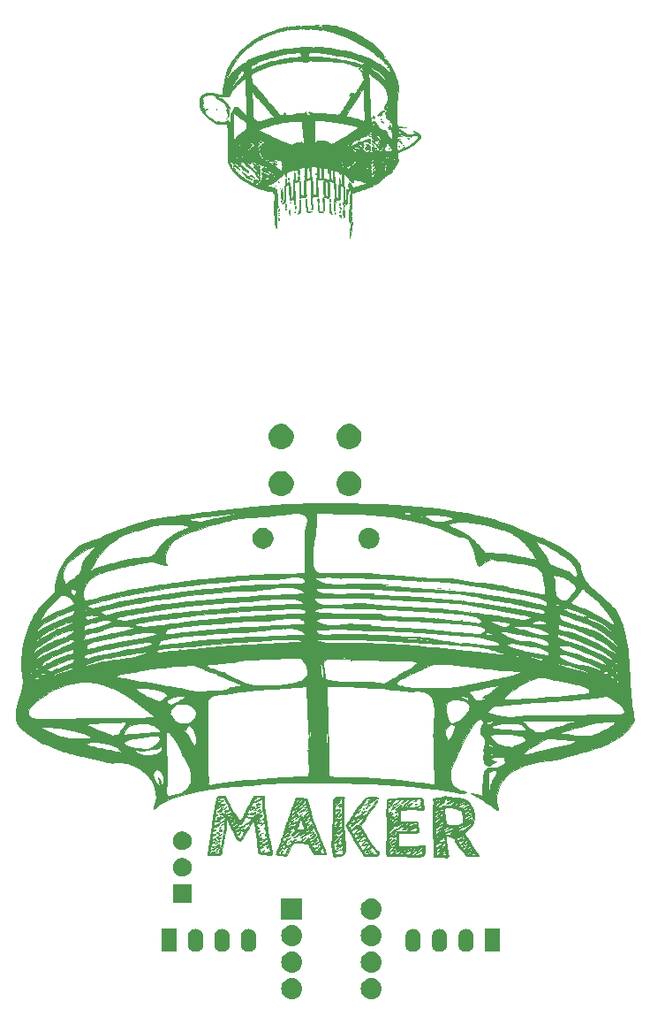
<source format=gbr>
G04 #@! TF.GenerationSoftware,KiCad,Pcbnew,5.0.2-bee76a0~70~ubuntu18.04.1*
G04 #@! TF.CreationDate,2019-03-10T18:19:14+01:00*
G04 #@! TF.ProjectId,robotac19,726f626f-7461-4633-9139-2e6b69636164,rev?*
G04 #@! TF.SameCoordinates,Original*
G04 #@! TF.FileFunction,Soldermask,Top*
G04 #@! TF.FilePolarity,Negative*
%FSLAX46Y46*%
G04 Gerber Fmt 4.6, Leading zero omitted, Abs format (unit mm)*
G04 Created by KiCad (PCBNEW 5.0.2-bee76a0~70~ubuntu18.04.1) date dom 10 mar 2019 18:19:14 CET*
%MOMM*%
%LPD*%
G01*
G04 APERTURE LIST*
%ADD10C,0.010000*%
%ADD11C,0.100000*%
G04 APERTURE END LIST*
D10*
G04 #@! TO.C,*
G36*
X153772333Y-33229834D02*
X153751166Y-33251000D01*
X153730000Y-33229834D01*
X153751166Y-33208667D01*
X153772333Y-33229834D01*
X153772333Y-33229834D01*
G37*
X153772333Y-33229834D02*
X153751166Y-33251000D01*
X153730000Y-33229834D01*
X153751166Y-33208667D01*
X153772333Y-33229834D01*
G36*
X161970888Y-36905778D02*
X161965077Y-36930945D01*
X161942666Y-36934000D01*
X161907821Y-36918511D01*
X161914444Y-36905778D01*
X161964684Y-36900711D01*
X161970888Y-36905778D01*
X161970888Y-36905778D01*
G37*
X161970888Y-36905778D02*
X161965077Y-36930945D01*
X161942666Y-36934000D01*
X161907821Y-36918511D01*
X161914444Y-36905778D01*
X161964684Y-36900711D01*
X161970888Y-36905778D01*
G36*
X162239000Y-37463167D02*
X162217833Y-37484334D01*
X162196666Y-37463167D01*
X162217833Y-37442000D01*
X162239000Y-37463167D01*
X162239000Y-37463167D01*
G37*
X162239000Y-37463167D02*
X162217833Y-37484334D01*
X162196666Y-37463167D01*
X162217833Y-37442000D01*
X162239000Y-37463167D01*
G36*
X159229515Y-37027483D02*
X159224326Y-37066853D01*
X159201010Y-37098719D01*
X159173344Y-37066682D01*
X159157811Y-37004359D01*
X159165594Y-36987628D01*
X159207444Y-36980676D01*
X159229515Y-37027483D01*
X159229515Y-37027483D01*
G37*
X159229515Y-37027483D02*
X159224326Y-37066853D01*
X159201010Y-37098719D01*
X159173344Y-37066682D01*
X159157811Y-37004359D01*
X159165594Y-36987628D01*
X159207444Y-36980676D01*
X159229515Y-37027483D01*
G36*
X144246103Y-40056548D02*
X144247333Y-40066667D01*
X144215118Y-40107770D01*
X144205000Y-40109000D01*
X144163896Y-40076786D01*
X144162666Y-40066667D01*
X144194881Y-40025564D01*
X144205000Y-40024334D01*
X144246103Y-40056548D01*
X144246103Y-40056548D01*
G37*
X144246103Y-40056548D02*
X144247333Y-40066667D01*
X144215118Y-40107770D01*
X144205000Y-40109000D01*
X144163896Y-40076786D01*
X144162666Y-40066667D01*
X144194881Y-40025564D01*
X144205000Y-40024334D01*
X144246103Y-40056548D01*
G36*
X144282522Y-40257533D02*
X144289666Y-40275835D01*
X144261656Y-40331115D01*
X144207362Y-40344353D01*
X144189737Y-40333627D01*
X144163985Y-40272175D01*
X144209296Y-40237229D01*
X144226166Y-40236000D01*
X144282522Y-40257533D01*
X144282522Y-40257533D01*
G37*
X144282522Y-40257533D02*
X144289666Y-40275835D01*
X144261656Y-40331115D01*
X144207362Y-40344353D01*
X144189737Y-40333627D01*
X144163985Y-40272175D01*
X144209296Y-40237229D01*
X144226166Y-40236000D01*
X144282522Y-40257533D01*
G36*
X145559666Y-40934500D02*
X145538500Y-40955667D01*
X145517333Y-40934500D01*
X145538500Y-40913334D01*
X145559666Y-40934500D01*
X145559666Y-40934500D01*
G37*
X145559666Y-40934500D02*
X145538500Y-40955667D01*
X145517333Y-40934500D01*
X145538500Y-40913334D01*
X145559666Y-40934500D01*
G36*
X144669436Y-40903215D02*
X144670666Y-40913334D01*
X144638452Y-40954437D01*
X144628333Y-40955667D01*
X144587230Y-40923452D01*
X144586000Y-40913334D01*
X144618214Y-40872230D01*
X144628333Y-40871000D01*
X144669436Y-40903215D01*
X144669436Y-40903215D01*
G37*
X144669436Y-40903215D02*
X144670666Y-40913334D01*
X144638452Y-40954437D01*
X144628333Y-40955667D01*
X144587230Y-40923452D01*
X144586000Y-40913334D01*
X144618214Y-40872230D01*
X144628333Y-40871000D01*
X144669436Y-40903215D01*
G36*
X144501333Y-40934500D02*
X144480166Y-40955667D01*
X144459000Y-40934500D01*
X144480166Y-40913334D01*
X144501333Y-40934500D01*
X144501333Y-40934500D01*
G37*
X144501333Y-40934500D02*
X144480166Y-40955667D01*
X144459000Y-40934500D01*
X144480166Y-40913334D01*
X144501333Y-40934500D01*
G36*
X145566336Y-39771977D02*
X145621806Y-39793660D01*
X145755603Y-39835778D01*
X145881488Y-39854896D01*
X145888749Y-39855000D01*
X146040628Y-39895197D01*
X146213388Y-40014057D01*
X146404123Y-40208990D01*
X146609930Y-40477401D01*
X146647685Y-40532334D01*
X146776663Y-40722834D01*
X146742543Y-41125000D01*
X146719675Y-41360062D01*
X146696046Y-41521465D01*
X146668985Y-41620199D01*
X146635821Y-41667251D01*
X146608759Y-41675334D01*
X146585871Y-41638269D01*
X146591877Y-41539258D01*
X146594040Y-41527167D01*
X146607527Y-41351007D01*
X146584461Y-41195659D01*
X146530310Y-41083751D01*
X146477202Y-41043514D01*
X146422874Y-41018189D01*
X146428812Y-40989824D01*
X146500615Y-40938181D01*
X146507631Y-40933579D01*
X146584804Y-40878496D01*
X146597062Y-40841733D01*
X146550964Y-40796225D01*
X146542555Y-40789476D01*
X146467387Y-40695510D01*
X146434015Y-40614485D01*
X146370876Y-40451627D01*
X146255736Y-40305369D01*
X146077898Y-40165086D01*
X145845416Y-40029915D01*
X145688143Y-39942609D01*
X145564025Y-39864327D01*
X145489341Y-39805870D01*
X145475000Y-39784111D01*
X145495318Y-39757252D01*
X145566336Y-39771977D01*
X145566336Y-39771977D01*
G37*
X145566336Y-39771977D02*
X145621806Y-39793660D01*
X145755603Y-39835778D01*
X145881488Y-39854896D01*
X145888749Y-39855000D01*
X146040628Y-39895197D01*
X146213388Y-40014057D01*
X146404123Y-40208990D01*
X146609930Y-40477401D01*
X146647685Y-40532334D01*
X146776663Y-40722834D01*
X146742543Y-41125000D01*
X146719675Y-41360062D01*
X146696046Y-41521465D01*
X146668985Y-41620199D01*
X146635821Y-41667251D01*
X146608759Y-41675334D01*
X146585871Y-41638269D01*
X146591877Y-41539258D01*
X146594040Y-41527167D01*
X146607527Y-41351007D01*
X146584461Y-41195659D01*
X146530310Y-41083751D01*
X146477202Y-41043514D01*
X146422874Y-41018189D01*
X146428812Y-40989824D01*
X146500615Y-40938181D01*
X146507631Y-40933579D01*
X146584804Y-40878496D01*
X146597062Y-40841733D01*
X146550964Y-40796225D01*
X146542555Y-40789476D01*
X146467387Y-40695510D01*
X146434015Y-40614485D01*
X146370876Y-40451627D01*
X146255736Y-40305369D01*
X146077898Y-40165086D01*
X145845416Y-40029915D01*
X145688143Y-39942609D01*
X145564025Y-39864327D01*
X145489341Y-39805870D01*
X145475000Y-39784111D01*
X145495318Y-39757252D01*
X145566336Y-39771977D01*
G36*
X146533333Y-41823500D02*
X146512166Y-41844667D01*
X146491000Y-41823500D01*
X146512166Y-41802334D01*
X146533333Y-41823500D01*
X146533333Y-41823500D01*
G37*
X146533333Y-41823500D02*
X146512166Y-41844667D01*
X146491000Y-41823500D01*
X146512166Y-41802334D01*
X146533333Y-41823500D01*
G36*
X145750166Y-42081596D02*
X145877166Y-42137181D01*
X145763248Y-42139091D01*
X145668855Y-42125339D01*
X145621425Y-42095850D01*
X145605146Y-42046775D01*
X145649547Y-42043743D01*
X145750166Y-42081596D01*
X145750166Y-42081596D01*
G37*
X145750166Y-42081596D02*
X145877166Y-42137181D01*
X145763248Y-42139091D01*
X145668855Y-42125339D01*
X145621425Y-42095850D01*
X145605146Y-42046775D01*
X145649547Y-42043743D01*
X145750166Y-42081596D01*
G36*
X161332473Y-41444118D02*
X161288992Y-41486180D01*
X161207874Y-41534226D01*
X161161992Y-41546987D01*
X161155859Y-41525549D01*
X161199341Y-41483487D01*
X161280458Y-41435441D01*
X161326341Y-41422680D01*
X161332473Y-41444118D01*
X161332473Y-41444118D01*
G37*
X161332473Y-41444118D02*
X161288992Y-41486180D01*
X161207874Y-41534226D01*
X161161992Y-41546987D01*
X161155859Y-41525549D01*
X161199341Y-41483487D01*
X161280458Y-41435441D01*
X161326341Y-41422680D01*
X161332473Y-41444118D01*
G36*
X161625418Y-41056343D02*
X161646333Y-41082667D01*
X161611664Y-41119289D01*
X161576984Y-41125000D01*
X161509407Y-41152198D01*
X161408142Y-41222324D01*
X161329092Y-41289575D01*
X161167523Y-41428837D01*
X161052014Y-41506982D01*
X160985334Y-41522474D01*
X160969000Y-41489753D01*
X161002097Y-41428653D01*
X161087581Y-41340818D01*
X161204737Y-41242230D01*
X161332850Y-41148872D01*
X161451205Y-41076724D01*
X161539090Y-41041769D01*
X161551083Y-41040648D01*
X161625418Y-41056343D01*
X161625418Y-41056343D01*
G37*
X161625418Y-41056343D02*
X161646333Y-41082667D01*
X161611664Y-41119289D01*
X161576984Y-41125000D01*
X161509407Y-41152198D01*
X161408142Y-41222324D01*
X161329092Y-41289575D01*
X161167523Y-41428837D01*
X161052014Y-41506982D01*
X160985334Y-41522474D01*
X160969000Y-41489753D01*
X161002097Y-41428653D01*
X161087581Y-41340818D01*
X161204737Y-41242230D01*
X161332850Y-41148872D01*
X161451205Y-41076724D01*
X161539090Y-41041769D01*
X161551083Y-41040648D01*
X161625418Y-41056343D01*
G36*
X160614932Y-41573536D02*
X160592567Y-41627806D01*
X160544521Y-41679136D01*
X160521226Y-41691898D01*
X160468548Y-41695299D01*
X160461000Y-41682472D01*
X160491187Y-41622930D01*
X160553655Y-41565165D01*
X160595138Y-41548334D01*
X160614932Y-41573536D01*
X160614932Y-41573536D01*
G37*
X160614932Y-41573536D02*
X160592567Y-41627806D01*
X160544521Y-41679136D01*
X160521226Y-41691898D01*
X160468548Y-41695299D01*
X160461000Y-41682472D01*
X160491187Y-41622930D01*
X160553655Y-41565165D01*
X160595138Y-41548334D01*
X160614932Y-41573536D01*
G36*
X160714967Y-41639302D02*
X160715000Y-41643800D01*
X160684915Y-41722699D01*
X160651500Y-41760000D01*
X160601245Y-41790152D01*
X160588032Y-41753699D01*
X160588000Y-41749200D01*
X160618084Y-41670301D01*
X160651500Y-41633000D01*
X160701754Y-41602848D01*
X160714967Y-41639302D01*
X160714967Y-41639302D01*
G37*
X160714967Y-41639302D02*
X160715000Y-41643800D01*
X160684915Y-41722699D01*
X160651500Y-41760000D01*
X160601245Y-41790152D01*
X160588032Y-41753699D01*
X160588000Y-41749200D01*
X160618084Y-41670301D01*
X160651500Y-41633000D01*
X160701754Y-41602848D01*
X160714967Y-41639302D01*
G36*
X161307666Y-41823500D02*
X161348385Y-41877622D01*
X161350000Y-41889499D01*
X161317710Y-41928193D01*
X161307666Y-41929334D01*
X161270514Y-41894876D01*
X161265333Y-41863335D01*
X161285856Y-41819518D01*
X161307666Y-41823500D01*
X161307666Y-41823500D01*
G37*
X161307666Y-41823500D02*
X161348385Y-41877622D01*
X161350000Y-41889499D01*
X161317710Y-41928193D01*
X161307666Y-41929334D01*
X161270514Y-41894876D01*
X161265333Y-41863335D01*
X161285856Y-41819518D01*
X161307666Y-41823500D01*
G36*
X162196666Y-42162167D02*
X162175500Y-42183334D01*
X162154333Y-42162167D01*
X162175500Y-42141000D01*
X162196666Y-42162167D01*
X162196666Y-42162167D01*
G37*
X162196666Y-42162167D02*
X162175500Y-42183334D01*
X162154333Y-42162167D01*
X162175500Y-42141000D01*
X162196666Y-42162167D01*
G36*
X161385231Y-42052533D02*
X161443426Y-42093379D01*
X161506862Y-42149777D01*
X161553396Y-42199895D01*
X161560884Y-42221903D01*
X161556266Y-42221163D01*
X161509790Y-42204033D01*
X161424083Y-42170658D01*
X161340751Y-42120489D01*
X161307666Y-42067839D01*
X161327050Y-42032635D01*
X161385231Y-42052533D01*
X161385231Y-42052533D01*
G37*
X161385231Y-42052533D02*
X161443426Y-42093379D01*
X161506862Y-42149777D01*
X161553396Y-42199895D01*
X161560884Y-42221903D01*
X161556266Y-42221163D01*
X161509790Y-42204033D01*
X161424083Y-42170658D01*
X161340751Y-42120489D01*
X161307666Y-42067839D01*
X161327050Y-42032635D01*
X161385231Y-42052533D01*
G36*
X162159799Y-42413897D02*
X162177997Y-42453671D01*
X162183218Y-42561704D01*
X162119614Y-42647003D01*
X162023009Y-42684081D01*
X161954615Y-42689366D01*
X161961802Y-42667975D01*
X161993976Y-42641748D01*
X162065304Y-42558283D01*
X162106153Y-42479667D01*
X162137233Y-42409540D01*
X162159799Y-42413897D01*
X162159799Y-42413897D01*
G37*
X162159799Y-42413897D02*
X162177997Y-42453671D01*
X162183218Y-42561704D01*
X162119614Y-42647003D01*
X162023009Y-42684081D01*
X161954615Y-42689366D01*
X161961802Y-42667975D01*
X161993976Y-42641748D01*
X162065304Y-42558283D01*
X162106153Y-42479667D01*
X162137233Y-42409540D01*
X162159799Y-42413897D01*
G36*
X148015000Y-43982500D02*
X147993833Y-44003667D01*
X147972666Y-43982500D01*
X147993833Y-43961334D01*
X148015000Y-43982500D01*
X148015000Y-43982500D01*
G37*
X148015000Y-43982500D02*
X147993833Y-44003667D01*
X147972666Y-43982500D01*
X147993833Y-43961334D01*
X148015000Y-43982500D01*
G36*
X163883032Y-43654948D02*
X163967202Y-43678271D01*
X163994339Y-43708996D01*
X163992902Y-43712075D01*
X163944147Y-43747170D01*
X163867221Y-43719230D01*
X163828056Y-43692540D01*
X163783605Y-43655000D01*
X163803948Y-43645493D01*
X163883032Y-43654948D01*
X163883032Y-43654948D01*
G37*
X163883032Y-43654948D02*
X163967202Y-43678271D01*
X163994339Y-43708996D01*
X163992902Y-43712075D01*
X163944147Y-43747170D01*
X163867221Y-43719230D01*
X163828056Y-43692540D01*
X163783605Y-43655000D01*
X163803948Y-43645493D01*
X163883032Y-43654948D01*
G36*
X163060614Y-43897247D02*
X163136175Y-43948828D01*
X163214301Y-44029846D01*
X163260410Y-44098443D01*
X163284840Y-44160084D01*
X163258595Y-44161738D01*
X163179006Y-44102485D01*
X163118113Y-44049499D01*
X163041235Y-43968703D01*
X163008130Y-43908576D01*
X163011352Y-43894536D01*
X163060614Y-43897247D01*
X163060614Y-43897247D01*
G37*
X163060614Y-43897247D02*
X163136175Y-43948828D01*
X163214301Y-44029846D01*
X163260410Y-44098443D01*
X163284840Y-44160084D01*
X163258595Y-44161738D01*
X163179006Y-44102485D01*
X163118113Y-44049499D01*
X163041235Y-43968703D01*
X163008130Y-43908576D01*
X163011352Y-43894536D01*
X163060614Y-43897247D01*
G36*
X163452555Y-44314111D02*
X163446744Y-44339278D01*
X163424333Y-44342334D01*
X163389488Y-44326844D01*
X163396111Y-44314111D01*
X163446350Y-44309045D01*
X163452555Y-44314111D01*
X163452555Y-44314111D01*
G37*
X163452555Y-44314111D02*
X163446744Y-44339278D01*
X163424333Y-44342334D01*
X163389488Y-44326844D01*
X163396111Y-44314111D01*
X163446350Y-44309045D01*
X163452555Y-44314111D01*
G36*
X163036792Y-44444124D02*
X163082239Y-44486750D01*
X163072916Y-44511255D01*
X163066998Y-44511667D01*
X163031192Y-44481598D01*
X163018124Y-44462793D01*
X163013134Y-44433824D01*
X163036792Y-44444124D01*
X163036792Y-44444124D01*
G37*
X163036792Y-44444124D02*
X163082239Y-44486750D01*
X163072916Y-44511255D01*
X163066998Y-44511667D01*
X163031192Y-44481598D01*
X163018124Y-44462793D01*
X163013134Y-44433824D01*
X163036792Y-44444124D01*
G36*
X163582673Y-44535030D02*
X163556401Y-44569060D01*
X163469117Y-44626941D01*
X163410683Y-44638667D01*
X163354927Y-44625618D01*
X163362950Y-44601092D01*
X163432297Y-44560505D01*
X163508668Y-44531485D01*
X163579840Y-44514343D01*
X163582673Y-44535030D01*
X163582673Y-44535030D01*
G37*
X163582673Y-44535030D02*
X163556401Y-44569060D01*
X163469117Y-44626941D01*
X163410683Y-44638667D01*
X163354927Y-44625618D01*
X163362950Y-44601092D01*
X163432297Y-44560505D01*
X163508668Y-44531485D01*
X163579840Y-44514343D01*
X163582673Y-44535030D01*
G36*
X162105459Y-44655791D02*
X162150905Y-44698416D01*
X162141583Y-44722921D01*
X162135665Y-44723334D01*
X162099858Y-44693265D01*
X162086790Y-44674459D01*
X162081801Y-44645491D01*
X162105459Y-44655791D01*
X162105459Y-44655791D01*
G37*
X162105459Y-44655791D02*
X162150905Y-44698416D01*
X162141583Y-44722921D01*
X162135665Y-44723334D01*
X162099858Y-44693265D01*
X162086790Y-44674459D01*
X162081801Y-44645491D01*
X162105459Y-44655791D01*
G36*
X160206150Y-43431144D02*
X160233451Y-43484373D01*
X160214681Y-43495667D01*
X160152635Y-43464512D01*
X160141759Y-43450517D01*
X160125912Y-43395407D01*
X160158764Y-43390885D01*
X160206150Y-43431144D01*
X160206150Y-43431144D01*
G37*
X160206150Y-43431144D02*
X160233451Y-43484373D01*
X160214681Y-43495667D01*
X160152635Y-43464512D01*
X160141759Y-43450517D01*
X160125912Y-43395407D01*
X160158764Y-43390885D01*
X160206150Y-43431144D01*
G36*
X159255620Y-43800176D02*
X159242916Y-43831667D01*
X159203409Y-43852778D01*
X159153951Y-43865667D01*
X159174241Y-43834656D01*
X159179711Y-43829080D01*
X159235215Y-43795642D01*
X159255620Y-43800176D01*
X159255620Y-43800176D01*
G37*
X159255620Y-43800176D02*
X159242916Y-43831667D01*
X159203409Y-43852778D01*
X159153951Y-43865667D01*
X159174241Y-43834656D01*
X159179711Y-43829080D01*
X159235215Y-43795642D01*
X159255620Y-43800176D01*
G36*
X160425625Y-43485963D02*
X160515760Y-43535768D01*
X160620415Y-43602692D01*
X160745582Y-43680536D01*
X160849574Y-43733818D01*
X160901331Y-43749667D01*
X160973055Y-43773202D01*
X160988583Y-43789438D01*
X160988277Y-43824991D01*
X160935431Y-43827369D01*
X160852551Y-43802595D01*
X160762145Y-43756692D01*
X160704416Y-43713384D01*
X160630565Y-43655458D01*
X160590425Y-43642790D01*
X160588000Y-43649160D01*
X160616872Y-43709111D01*
X160686474Y-43785712D01*
X160771279Y-43856727D01*
X160845762Y-43899919D01*
X160877968Y-43901767D01*
X160935477Y-43905013D01*
X160947406Y-43918310D01*
X160949405Y-43957307D01*
X160893854Y-43959578D01*
X160797344Y-43929276D01*
X160676470Y-43870552D01*
X160618692Y-43836051D01*
X160480282Y-43728745D01*
X160401999Y-43625013D01*
X160393653Y-43601246D01*
X160379223Y-43514030D01*
X160384168Y-43473721D01*
X160425625Y-43485963D01*
X160425625Y-43485963D01*
G37*
X160425625Y-43485963D02*
X160515760Y-43535768D01*
X160620415Y-43602692D01*
X160745582Y-43680536D01*
X160849574Y-43733818D01*
X160901331Y-43749667D01*
X160973055Y-43773202D01*
X160988583Y-43789438D01*
X160988277Y-43824991D01*
X160935431Y-43827369D01*
X160852551Y-43802595D01*
X160762145Y-43756692D01*
X160704416Y-43713384D01*
X160630565Y-43655458D01*
X160590425Y-43642790D01*
X160588000Y-43649160D01*
X160616872Y-43709111D01*
X160686474Y-43785712D01*
X160771279Y-43856727D01*
X160845762Y-43899919D01*
X160877968Y-43901767D01*
X160935477Y-43905013D01*
X160947406Y-43918310D01*
X160949405Y-43957307D01*
X160893854Y-43959578D01*
X160797344Y-43929276D01*
X160676470Y-43870552D01*
X160618692Y-43836051D01*
X160480282Y-43728745D01*
X160401999Y-43625013D01*
X160393653Y-43601246D01*
X160379223Y-43514030D01*
X160384168Y-43473721D01*
X160425625Y-43485963D01*
G36*
X161081888Y-44060111D02*
X161076077Y-44085278D01*
X161053666Y-44088334D01*
X161018821Y-44072844D01*
X161025444Y-44060111D01*
X161075684Y-44055045D01*
X161081888Y-44060111D01*
X161081888Y-44060111D01*
G37*
X161081888Y-44060111D02*
X161076077Y-44085278D01*
X161053666Y-44088334D01*
X161018821Y-44072844D01*
X161025444Y-44060111D01*
X161075684Y-44055045D01*
X161081888Y-44060111D01*
G36*
X160195079Y-43736755D02*
X160245438Y-43769962D01*
X160288029Y-43833083D01*
X160268620Y-43902885D01*
X160255613Y-43924676D01*
X160223295Y-44011190D01*
X160245857Y-44059458D01*
X160287855Y-44134572D01*
X160291666Y-44160300D01*
X160269083Y-44211569D01*
X160207242Y-44197339D01*
X160115008Y-44121776D01*
X160045295Y-44044565D01*
X159959347Y-43953584D01*
X159890747Y-43903086D01*
X159865378Y-43899660D01*
X159798020Y-43902998D01*
X159775893Y-43893029D01*
X159759999Y-43859390D01*
X159807643Y-43833190D01*
X159909211Y-43833834D01*
X159986071Y-43867394D01*
X160065454Y-43904964D01*
X160109543Y-43903568D01*
X160104088Y-43878783D01*
X160087055Y-43876667D01*
X160042546Y-43849655D01*
X160046105Y-43792109D01*
X160092484Y-43739267D01*
X160108682Y-43731474D01*
X160195079Y-43736755D01*
X160195079Y-43736755D01*
G37*
X160195079Y-43736755D02*
X160245438Y-43769962D01*
X160288029Y-43833083D01*
X160268620Y-43902885D01*
X160255613Y-43924676D01*
X160223295Y-44011190D01*
X160245857Y-44059458D01*
X160287855Y-44134572D01*
X160291666Y-44160300D01*
X160269083Y-44211569D01*
X160207242Y-44197339D01*
X160115008Y-44121776D01*
X160045295Y-44044565D01*
X159959347Y-43953584D01*
X159890747Y-43903086D01*
X159865378Y-43899660D01*
X159798020Y-43902998D01*
X159775893Y-43893029D01*
X159759999Y-43859390D01*
X159807643Y-43833190D01*
X159909211Y-43833834D01*
X159986071Y-43867394D01*
X160065454Y-43904964D01*
X160109543Y-43903568D01*
X160104088Y-43878783D01*
X160087055Y-43876667D01*
X160042546Y-43849655D01*
X160046105Y-43792109D01*
X160092484Y-43739267D01*
X160108682Y-43731474D01*
X160195079Y-43736755D01*
G36*
X160954888Y-44229445D02*
X160949077Y-44254612D01*
X160926666Y-44257667D01*
X160891821Y-44242178D01*
X160898444Y-44229445D01*
X160948684Y-44224378D01*
X160954888Y-44229445D01*
X160954888Y-44229445D01*
G37*
X160954888Y-44229445D02*
X160949077Y-44254612D01*
X160926666Y-44257667D01*
X160891821Y-44242178D01*
X160898444Y-44229445D01*
X160948684Y-44224378D01*
X160954888Y-44229445D01*
G36*
X159861792Y-44232458D02*
X159907239Y-44275083D01*
X159897916Y-44299588D01*
X159891998Y-44300000D01*
X159856192Y-44269932D01*
X159843124Y-44251126D01*
X159838134Y-44222157D01*
X159861792Y-44232458D01*
X159861792Y-44232458D01*
G37*
X159861792Y-44232458D02*
X159907239Y-44275083D01*
X159897916Y-44299588D01*
X159891998Y-44300000D01*
X159856192Y-44269932D01*
X159843124Y-44251126D01*
X159838134Y-44222157D01*
X159861792Y-44232458D01*
G36*
X159995333Y-44321167D02*
X159974166Y-44342334D01*
X159953000Y-44321167D01*
X159974166Y-44300000D01*
X159995333Y-44321167D01*
X159995333Y-44321167D01*
G37*
X159995333Y-44321167D02*
X159974166Y-44342334D01*
X159953000Y-44321167D01*
X159974166Y-44300000D01*
X159995333Y-44321167D01*
G36*
X159664944Y-43895605D02*
X159667250Y-43896314D01*
X159790092Y-43931287D01*
X159857750Y-43948520D01*
X159931925Y-43980189D01*
X159953000Y-44008602D01*
X159921560Y-44043314D01*
X159838772Y-44028986D01*
X159783388Y-44003518D01*
X159709554Y-43986962D01*
X159647756Y-44041396D01*
X159644791Y-44045582D01*
X159590433Y-44099726D01*
X159557619Y-44102175D01*
X159528478Y-44085451D01*
X159536245Y-44122774D01*
X159574039Y-44195728D01*
X159617215Y-44261715D01*
X159676929Y-44351291D01*
X159683221Y-44377735D01*
X159635416Y-44340793D01*
X159532842Y-44240214D01*
X159517091Y-44224132D01*
X159413187Y-44112113D01*
X159369951Y-44045392D01*
X159384837Y-44012940D01*
X159455298Y-44003734D01*
X159466166Y-44003667D01*
X159552743Y-43980448D01*
X159572000Y-43935229D01*
X159592269Y-43888330D01*
X159664944Y-43895605D01*
X159664944Y-43895605D01*
G37*
X159664944Y-43895605D02*
X159667250Y-43896314D01*
X159790092Y-43931287D01*
X159857750Y-43948520D01*
X159931925Y-43980189D01*
X159953000Y-44008602D01*
X159921560Y-44043314D01*
X159838772Y-44028986D01*
X159783388Y-44003518D01*
X159709554Y-43986962D01*
X159647756Y-44041396D01*
X159644791Y-44045582D01*
X159590433Y-44099726D01*
X159557619Y-44102175D01*
X159528478Y-44085451D01*
X159536245Y-44122774D01*
X159574039Y-44195728D01*
X159617215Y-44261715D01*
X159676929Y-44351291D01*
X159683221Y-44377735D01*
X159635416Y-44340793D01*
X159532842Y-44240214D01*
X159517091Y-44224132D01*
X159413187Y-44112113D01*
X159369951Y-44045392D01*
X159384837Y-44012940D01*
X159455298Y-44003734D01*
X159466166Y-44003667D01*
X159552743Y-43980448D01*
X159572000Y-43935229D01*
X159592269Y-43888330D01*
X159664944Y-43895605D01*
G36*
X160465206Y-44205303D02*
X160531478Y-44254738D01*
X160593373Y-44320482D01*
X160623419Y-44376734D01*
X160622685Y-44386443D01*
X160588081Y-44389861D01*
X160521974Y-44340246D01*
X160505855Y-44323851D01*
X160443138Y-44247884D01*
X160420570Y-44201221D01*
X160422027Y-44197978D01*
X160465206Y-44205303D01*
X160465206Y-44205303D01*
G37*
X160465206Y-44205303D02*
X160531478Y-44254738D01*
X160593373Y-44320482D01*
X160623419Y-44376734D01*
X160622685Y-44386443D01*
X160588081Y-44389861D01*
X160521974Y-44340246D01*
X160505855Y-44323851D01*
X160443138Y-44247884D01*
X160420570Y-44201221D01*
X160422027Y-44197978D01*
X160465206Y-44205303D01*
G36*
X161173935Y-44319175D02*
X161280368Y-44421855D01*
X161333786Y-44479751D01*
X161343416Y-44505476D01*
X161318484Y-44511640D01*
X161314751Y-44511667D01*
X161271048Y-44480928D01*
X161196421Y-44401928D01*
X161138687Y-44331750D01*
X160997870Y-44151834D01*
X161173935Y-44319175D01*
X161173935Y-44319175D01*
G37*
X161173935Y-44319175D02*
X161280368Y-44421855D01*
X161333786Y-44479751D01*
X161343416Y-44505476D01*
X161318484Y-44511640D01*
X161314751Y-44511667D01*
X161271048Y-44480928D01*
X161196421Y-44401928D01*
X161138687Y-44331750D01*
X160997870Y-44151834D01*
X161173935Y-44319175D01*
G36*
X159201583Y-44026311D02*
X159310366Y-44082352D01*
X159424892Y-44199968D01*
X159527374Y-44359406D01*
X159556912Y-44420992D01*
X159595424Y-44527638D01*
X159598286Y-44581780D01*
X159566855Y-44572974D01*
X159540880Y-44544440D01*
X159492813Y-44459758D01*
X159470267Y-44400833D01*
X159417661Y-44304944D01*
X159351975Y-44231500D01*
X159297957Y-44191272D01*
X159290559Y-44202090D01*
X159292054Y-44204750D01*
X159303222Y-44251123D01*
X159267268Y-44250947D01*
X159204731Y-44208570D01*
X159176394Y-44180250D01*
X159115067Y-44089515D01*
X159121057Y-44034589D01*
X159192833Y-44024822D01*
X159201583Y-44026311D01*
X159201583Y-44026311D01*
G37*
X159201583Y-44026311D02*
X159310366Y-44082352D01*
X159424892Y-44199968D01*
X159527374Y-44359406D01*
X159556912Y-44420992D01*
X159595424Y-44527638D01*
X159598286Y-44581780D01*
X159566855Y-44572974D01*
X159540880Y-44544440D01*
X159492813Y-44459758D01*
X159470267Y-44400833D01*
X159417661Y-44304944D01*
X159351975Y-44231500D01*
X159297957Y-44191272D01*
X159290559Y-44202090D01*
X159292054Y-44204750D01*
X159303222Y-44251123D01*
X159267268Y-44250947D01*
X159204731Y-44208570D01*
X159176394Y-44180250D01*
X159115067Y-44089515D01*
X159121057Y-44034589D01*
X159192833Y-44024822D01*
X159201583Y-44026311D01*
G36*
X161313111Y-44580451D02*
X161345723Y-44633008D01*
X161339104Y-44663673D01*
X161300770Y-44652266D01*
X161266182Y-44618523D01*
X161238882Y-44565294D01*
X161257651Y-44554000D01*
X161313111Y-44580451D01*
X161313111Y-44580451D01*
G37*
X161313111Y-44580451D02*
X161345723Y-44633008D01*
X161339104Y-44663673D01*
X161300770Y-44652266D01*
X161266182Y-44618523D01*
X161238882Y-44565294D01*
X161257651Y-44554000D01*
X161313111Y-44580451D01*
G36*
X158630083Y-44655811D02*
X158697917Y-44717622D01*
X158725333Y-44751061D01*
X158705955Y-44761726D01*
X158645413Y-44704833D01*
X158615477Y-44670417D01*
X158534833Y-44575167D01*
X158630083Y-44655811D01*
X158630083Y-44655811D01*
G37*
X158630083Y-44655811D02*
X158697917Y-44717622D01*
X158725333Y-44751061D01*
X158705955Y-44761726D01*
X158645413Y-44704833D01*
X158615477Y-44670417D01*
X158534833Y-44575167D01*
X158630083Y-44655811D01*
G36*
X159952466Y-44619928D02*
X159976729Y-44645093D01*
X160043522Y-44725834D01*
X160047776Y-44756440D01*
X160028308Y-44752830D01*
X159941373Y-44758444D01*
X159893424Y-44788957D01*
X159831232Y-44824109D01*
X159805034Y-44808325D01*
X159798556Y-44768683D01*
X159807203Y-44765667D01*
X159806929Y-44735474D01*
X159767777Y-44662044D01*
X159762977Y-44654621D01*
X159738239Y-44608468D01*
X159832823Y-44608468D01*
X159843124Y-44632126D01*
X159885749Y-44677573D01*
X159910254Y-44668250D01*
X159910666Y-44662332D01*
X159880598Y-44626526D01*
X159861792Y-44613458D01*
X159832823Y-44608468D01*
X159738239Y-44608468D01*
X159727643Y-44588700D01*
X159736280Y-44572474D01*
X159741675Y-44575378D01*
X159804346Y-44577154D01*
X159822712Y-44559319D01*
X159868763Y-44553922D01*
X159952466Y-44619928D01*
X159952466Y-44619928D01*
G37*
X159952466Y-44619928D02*
X159976729Y-44645093D01*
X160043522Y-44725834D01*
X160047776Y-44756440D01*
X160028308Y-44752830D01*
X159941373Y-44758444D01*
X159893424Y-44788957D01*
X159831232Y-44824109D01*
X159805034Y-44808325D01*
X159798556Y-44768683D01*
X159807203Y-44765667D01*
X159806929Y-44735474D01*
X159767777Y-44662044D01*
X159762977Y-44654621D01*
X159738239Y-44608468D01*
X159832823Y-44608468D01*
X159843124Y-44632126D01*
X159885749Y-44677573D01*
X159910254Y-44668250D01*
X159910666Y-44662332D01*
X159880598Y-44626526D01*
X159861792Y-44613458D01*
X159832823Y-44608468D01*
X159738239Y-44608468D01*
X159727643Y-44588700D01*
X159736280Y-44572474D01*
X159741675Y-44575378D01*
X159804346Y-44577154D01*
X159822712Y-44559319D01*
X159868763Y-44553922D01*
X159952466Y-44619928D01*
G36*
X161047125Y-44825124D02*
X161092572Y-44867750D01*
X161083249Y-44892255D01*
X161077331Y-44892667D01*
X161041525Y-44862598D01*
X161028457Y-44843793D01*
X161023467Y-44814824D01*
X161047125Y-44825124D01*
X161047125Y-44825124D01*
G37*
X161047125Y-44825124D02*
X161092572Y-44867750D01*
X161083249Y-44892255D01*
X161077331Y-44892667D01*
X161041525Y-44862598D01*
X161028457Y-44843793D01*
X161023467Y-44814824D01*
X161047125Y-44825124D01*
G36*
X160131706Y-44280166D02*
X160210082Y-44351337D01*
X160266295Y-44483270D01*
X160291197Y-44653067D01*
X160291666Y-44680494D01*
X160279547Y-44798323D01*
X160249652Y-44867031D01*
X160211672Y-44874455D01*
X160179477Y-44821267D01*
X160135261Y-44746029D01*
X160053874Y-44642846D01*
X160007439Y-44591473D01*
X159924342Y-44500338D01*
X159895244Y-44451377D01*
X159914345Y-44426831D01*
X159949954Y-44415531D01*
X160029954Y-44412699D01*
X160061289Y-44430974D01*
X160052603Y-44466277D01*
X160034981Y-44469334D01*
X160007833Y-44485418D01*
X160037666Y-44532834D01*
X160115054Y-44585177D01*
X160159266Y-44592991D01*
X160196842Y-44582374D01*
X160175250Y-44568297D01*
X160129265Y-44512918D01*
X160122333Y-44474272D01*
X160094649Y-44381642D01*
X160072238Y-44351506D01*
X160041189Y-44292768D01*
X160078151Y-44268666D01*
X160131706Y-44280166D01*
X160131706Y-44280166D01*
G37*
X160131706Y-44280166D02*
X160210082Y-44351337D01*
X160266295Y-44483270D01*
X160291197Y-44653067D01*
X160291666Y-44680494D01*
X160279547Y-44798323D01*
X160249652Y-44867031D01*
X160211672Y-44874455D01*
X160179477Y-44821267D01*
X160135261Y-44746029D01*
X160053874Y-44642846D01*
X160007439Y-44591473D01*
X159924342Y-44500338D01*
X159895244Y-44451377D01*
X159914345Y-44426831D01*
X159949954Y-44415531D01*
X160029954Y-44412699D01*
X160061289Y-44430974D01*
X160052603Y-44466277D01*
X160034981Y-44469334D01*
X160007833Y-44485418D01*
X160037666Y-44532834D01*
X160115054Y-44585177D01*
X160159266Y-44592991D01*
X160196842Y-44582374D01*
X160175250Y-44568297D01*
X160129265Y-44512918D01*
X160122333Y-44474272D01*
X160094649Y-44381642D01*
X160072238Y-44351506D01*
X160041189Y-44292768D01*
X160078151Y-44268666D01*
X160131706Y-44280166D01*
G36*
X160528208Y-43883247D02*
X160617957Y-43916907D01*
X160653992Y-43940271D01*
X160710877Y-43986175D01*
X160700565Y-43990695D01*
X160653679Y-43974850D01*
X160602883Y-43960649D01*
X160600117Y-43980737D01*
X160646470Y-44050564D01*
X160660394Y-44069996D01*
X160789864Y-44227628D01*
X160923115Y-44351819D01*
X161042288Y-44427433D01*
X161100725Y-44443251D01*
X161183520Y-44470571D01*
X161214402Y-44506976D01*
X161210307Y-44544400D01*
X161186158Y-44536228D01*
X161141100Y-44518714D01*
X161154498Y-44556431D01*
X161224073Y-44645618D01*
X161313058Y-44745446D01*
X161397666Y-44843755D01*
X161445153Y-44912271D01*
X161446619Y-44935000D01*
X161389727Y-44906545D01*
X161331417Y-44853188D01*
X161256870Y-44798953D01*
X161202137Y-44792574D01*
X161135497Y-44785522D01*
X161119250Y-44769038D01*
X161123950Y-44741999D01*
X161167884Y-44750741D01*
X161167850Y-44732528D01*
X161115977Y-44664513D01*
X161020615Y-44556445D01*
X160890112Y-44418070D01*
X160831416Y-44357916D01*
X160681986Y-44204013D01*
X160556665Y-44070915D01*
X160466254Y-43970402D01*
X160421554Y-43914256D01*
X160418666Y-43907659D01*
X160451294Y-43878711D01*
X160528208Y-43883247D01*
X160528208Y-43883247D01*
G37*
X160528208Y-43883247D02*
X160617957Y-43916907D01*
X160653992Y-43940271D01*
X160710877Y-43986175D01*
X160700565Y-43990695D01*
X160653679Y-43974850D01*
X160602883Y-43960649D01*
X160600117Y-43980737D01*
X160646470Y-44050564D01*
X160660394Y-44069996D01*
X160789864Y-44227628D01*
X160923115Y-44351819D01*
X161042288Y-44427433D01*
X161100725Y-44443251D01*
X161183520Y-44470571D01*
X161214402Y-44506976D01*
X161210307Y-44544400D01*
X161186158Y-44536228D01*
X161141100Y-44518714D01*
X161154498Y-44556431D01*
X161224073Y-44645618D01*
X161313058Y-44745446D01*
X161397666Y-44843755D01*
X161445153Y-44912271D01*
X161446619Y-44935000D01*
X161389727Y-44906545D01*
X161331417Y-44853188D01*
X161256870Y-44798953D01*
X161202137Y-44792574D01*
X161135497Y-44785522D01*
X161119250Y-44769038D01*
X161123950Y-44741999D01*
X161167884Y-44750741D01*
X161167850Y-44732528D01*
X161115977Y-44664513D01*
X161020615Y-44556445D01*
X160890112Y-44418070D01*
X160831416Y-44357916D01*
X160681986Y-44204013D01*
X160556665Y-44070915D01*
X160466254Y-43970402D01*
X160421554Y-43914256D01*
X160418666Y-43907659D01*
X160451294Y-43878711D01*
X160528208Y-43883247D01*
G36*
X160418666Y-45040834D02*
X160459051Y-45078875D01*
X160461000Y-45085665D01*
X160428247Y-45103848D01*
X160418666Y-45104334D01*
X160377960Y-45071790D01*
X160376333Y-45059502D01*
X160402268Y-45034219D01*
X160418666Y-45040834D01*
X160418666Y-45040834D01*
G37*
X160418666Y-45040834D02*
X160459051Y-45078875D01*
X160461000Y-45085665D01*
X160428247Y-45103848D01*
X160418666Y-45104334D01*
X160377960Y-45071790D01*
X160376333Y-45059502D01*
X160402268Y-45034219D01*
X160418666Y-45040834D01*
G36*
X149875998Y-43962440D02*
X149871149Y-44002377D01*
X149842705Y-44078825D01*
X149798369Y-44121363D01*
X149760802Y-44116165D01*
X149750666Y-44075878D01*
X149780707Y-43999587D01*
X149818232Y-43957959D01*
X149866617Y-43927168D01*
X149875998Y-43962440D01*
X149875998Y-43962440D01*
G37*
X149875998Y-43962440D02*
X149871149Y-44002377D01*
X149842705Y-44078825D01*
X149798369Y-44121363D01*
X149760802Y-44116165D01*
X149750666Y-44075878D01*
X149780707Y-43999587D01*
X149818232Y-43957959D01*
X149866617Y-43927168D01*
X149875998Y-43962440D01*
G36*
X149912035Y-45450692D02*
X149889341Y-45477589D01*
X149877666Y-45485334D01*
X149781296Y-45520658D01*
X149729500Y-45526370D01*
X149673964Y-45519975D01*
X149696658Y-45493078D01*
X149708333Y-45485334D01*
X149804703Y-45450009D01*
X149856500Y-45444297D01*
X149912035Y-45450692D01*
X149912035Y-45450692D01*
G37*
X149912035Y-45450692D02*
X149889341Y-45477589D01*
X149877666Y-45485334D01*
X149781296Y-45520658D01*
X149729500Y-45526370D01*
X149673964Y-45519975D01*
X149696658Y-45493078D01*
X149708333Y-45485334D01*
X149804703Y-45450009D01*
X149856500Y-45444297D01*
X149912035Y-45450692D01*
G36*
X150385666Y-45802834D02*
X150426051Y-45840875D01*
X150428000Y-45847665D01*
X150395247Y-45865848D01*
X150385666Y-45866334D01*
X150344960Y-45833790D01*
X150343333Y-45821502D01*
X150369268Y-45796219D01*
X150385666Y-45802834D01*
X150385666Y-45802834D01*
G37*
X150385666Y-45802834D02*
X150426051Y-45840875D01*
X150428000Y-45847665D01*
X150395247Y-45865848D01*
X150385666Y-45866334D01*
X150344960Y-45833790D01*
X150343333Y-45821502D01*
X150369268Y-45796219D01*
X150385666Y-45802834D01*
G36*
X151169910Y-45879619D02*
X151200583Y-45903267D01*
X151259213Y-45955489D01*
X151274666Y-45977350D01*
X151254074Y-45990022D01*
X151197797Y-45935640D01*
X151184600Y-45919250D01*
X151147988Y-45869107D01*
X151169910Y-45879619D01*
X151169910Y-45879619D01*
G37*
X151169910Y-45879619D02*
X151200583Y-45903267D01*
X151259213Y-45955489D01*
X151274666Y-45977350D01*
X151254074Y-45990022D01*
X151197797Y-45935640D01*
X151184600Y-45919250D01*
X151147988Y-45869107D01*
X151169910Y-45879619D01*
G36*
X151088559Y-46054769D02*
X151194447Y-46101503D01*
X151263470Y-46160008D01*
X151274666Y-46190629D01*
X151250987Y-46237368D01*
X151174492Y-46236133D01*
X151036996Y-46186708D01*
X151031250Y-46184220D01*
X150932337Y-46126693D01*
X150914637Y-46101222D01*
X151038268Y-46101222D01*
X151042133Y-46120818D01*
X151087411Y-46155911D01*
X151135933Y-46161800D01*
X151147666Y-46146029D01*
X151114460Y-46118841D01*
X151081967Y-46104181D01*
X151038268Y-46101222D01*
X150914637Y-46101222D01*
X150896207Y-46074703D01*
X150927697Y-46041339D01*
X150976341Y-46035667D01*
X151088559Y-46054769D01*
X151088559Y-46054769D01*
G37*
X151088559Y-46054769D02*
X151194447Y-46101503D01*
X151263470Y-46160008D01*
X151274666Y-46190629D01*
X151250987Y-46237368D01*
X151174492Y-46236133D01*
X151036996Y-46186708D01*
X151031250Y-46184220D01*
X150932337Y-46126693D01*
X150914637Y-46101222D01*
X151038268Y-46101222D01*
X151042133Y-46120818D01*
X151087411Y-46155911D01*
X151135933Y-46161800D01*
X151147666Y-46146029D01*
X151114460Y-46118841D01*
X151081967Y-46104181D01*
X151038268Y-46101222D01*
X150914637Y-46101222D01*
X150896207Y-46074703D01*
X150927697Y-46041339D01*
X150976341Y-46035667D01*
X151088559Y-46054769D01*
G36*
X150089333Y-46776500D02*
X150068166Y-46797667D01*
X150047000Y-46776500D01*
X150068166Y-46755334D01*
X150089333Y-46776500D01*
X150089333Y-46776500D01*
G37*
X150089333Y-46776500D02*
X150068166Y-46797667D01*
X150047000Y-46776500D01*
X150068166Y-46755334D01*
X150089333Y-46776500D01*
G36*
X161985000Y-46152300D02*
X161955814Y-46212096D01*
X161921500Y-46247334D01*
X161870410Y-46272739D01*
X161858000Y-46257700D01*
X161887185Y-46197905D01*
X161921500Y-46162667D01*
X161972589Y-46137261D01*
X161985000Y-46152300D01*
X161985000Y-46152300D01*
G37*
X161985000Y-46152300D02*
X161955814Y-46212096D01*
X161921500Y-46247334D01*
X161870410Y-46272739D01*
X161858000Y-46257700D01*
X161887185Y-46197905D01*
X161921500Y-46162667D01*
X161972589Y-46137261D01*
X161985000Y-46152300D01*
G36*
X161720879Y-46265436D02*
X161709859Y-46307809D01*
X161659337Y-46392098D01*
X161585597Y-46496524D01*
X161504922Y-46599311D01*
X161433594Y-46678683D01*
X161387897Y-46712862D01*
X161386229Y-46713000D01*
X161366372Y-46685343D01*
X161376258Y-46660084D01*
X161434765Y-46574601D01*
X161515374Y-46472524D01*
X161600790Y-46373658D01*
X161673720Y-46297808D01*
X161716867Y-46264780D01*
X161720879Y-46265436D01*
X161720879Y-46265436D01*
G37*
X161720879Y-46265436D02*
X161709859Y-46307809D01*
X161659337Y-46392098D01*
X161585597Y-46496524D01*
X161504922Y-46599311D01*
X161433594Y-46678683D01*
X161387897Y-46712862D01*
X161386229Y-46713000D01*
X161366372Y-46685343D01*
X161376258Y-46660084D01*
X161434765Y-46574601D01*
X161515374Y-46472524D01*
X161600790Y-46373658D01*
X161673720Y-46297808D01*
X161716867Y-46264780D01*
X161720879Y-46265436D01*
G36*
X161633576Y-46740006D02*
X161609441Y-46787084D01*
X161557032Y-46866686D01*
X161525290Y-46876258D01*
X161519333Y-46845184D01*
X161548487Y-46791080D01*
X161589764Y-46749934D01*
X161636695Y-46715596D01*
X161633576Y-46740006D01*
X161633576Y-46740006D01*
G37*
X161633576Y-46740006D02*
X161609441Y-46787084D01*
X161557032Y-46866686D01*
X161525290Y-46876258D01*
X161519333Y-46845184D01*
X161548487Y-46791080D01*
X161589764Y-46749934D01*
X161636695Y-46715596D01*
X161633576Y-46740006D01*
G36*
X148798337Y-46022758D02*
X148843118Y-46039904D01*
X148829716Y-46072165D01*
X148760475Y-46088948D01*
X148663459Y-46086130D01*
X148607666Y-46074511D01*
X148544995Y-46052564D01*
X148548812Y-46037882D01*
X148626170Y-46026563D01*
X148706011Y-46020111D01*
X148798337Y-46022758D01*
X148798337Y-46022758D01*
G37*
X148798337Y-46022758D02*
X148843118Y-46039904D01*
X148829716Y-46072165D01*
X148760475Y-46088948D01*
X148663459Y-46086130D01*
X148607666Y-46074511D01*
X148544995Y-46052564D01*
X148548812Y-46037882D01*
X148626170Y-46026563D01*
X148706011Y-46020111D01*
X148798337Y-46022758D01*
G36*
X147619888Y-46388445D02*
X147614077Y-46413612D01*
X147591666Y-46416667D01*
X147556821Y-46401178D01*
X147563444Y-46388445D01*
X147613684Y-46383378D01*
X147619888Y-46388445D01*
X147619888Y-46388445D01*
G37*
X147619888Y-46388445D02*
X147614077Y-46413612D01*
X147591666Y-46416667D01*
X147556821Y-46401178D01*
X147563444Y-46388445D01*
X147613684Y-46383378D01*
X147619888Y-46388445D01*
G36*
X149486255Y-46197143D02*
X149573358Y-46262906D01*
X149652674Y-46336360D01*
X149701916Y-46399851D01*
X149708333Y-46421052D01*
X149685259Y-46457053D01*
X149614771Y-46427122D01*
X149499823Y-46334819D01*
X149418790Y-46248647D01*
X149378407Y-46177784D01*
X149377845Y-46159298D01*
X149413655Y-46156722D01*
X149486255Y-46197143D01*
X149486255Y-46197143D01*
G37*
X149486255Y-46197143D02*
X149573358Y-46262906D01*
X149652674Y-46336360D01*
X149701916Y-46399851D01*
X149708333Y-46421052D01*
X149685259Y-46457053D01*
X149614771Y-46427122D01*
X149499823Y-46334819D01*
X149418790Y-46248647D01*
X149378407Y-46177784D01*
X149377845Y-46159298D01*
X149413655Y-46156722D01*
X149486255Y-46197143D01*
G36*
X147354896Y-46325574D02*
X147492129Y-46428310D01*
X147610841Y-46540178D01*
X147711501Y-46647481D01*
X147751114Y-46698934D01*
X147728976Y-46694568D01*
X147644384Y-46634411D01*
X147528166Y-46543667D01*
X147406621Y-46455377D01*
X147302205Y-46394226D01*
X147244915Y-46374783D01*
X147170446Y-46353422D01*
X147141294Y-46307843D01*
X147166399Y-46269695D01*
X147241262Y-46269624D01*
X147354896Y-46325574D01*
X147354896Y-46325574D01*
G37*
X147354896Y-46325574D02*
X147492129Y-46428310D01*
X147610841Y-46540178D01*
X147711501Y-46647481D01*
X147751114Y-46698934D01*
X147728976Y-46694568D01*
X147644384Y-46634411D01*
X147528166Y-46543667D01*
X147406621Y-46455377D01*
X147302205Y-46394226D01*
X147244915Y-46374783D01*
X147170446Y-46353422D01*
X147141294Y-46307843D01*
X147166399Y-46269695D01*
X147241262Y-46269624D01*
X147354896Y-46325574D01*
G36*
X147507000Y-46903500D02*
X147547385Y-46941541D01*
X147549333Y-46948332D01*
X147516580Y-46966515D01*
X147507000Y-46967000D01*
X147466293Y-46934456D01*
X147464666Y-46922168D01*
X147490601Y-46896885D01*
X147507000Y-46903500D01*
X147507000Y-46903500D01*
G37*
X147507000Y-46903500D02*
X147547385Y-46941541D01*
X147549333Y-46948332D01*
X147516580Y-46966515D01*
X147507000Y-46967000D01*
X147466293Y-46934456D01*
X147464666Y-46922168D01*
X147490601Y-46896885D01*
X147507000Y-46903500D01*
G36*
X149041495Y-46090175D02*
X149145145Y-46163981D01*
X149297050Y-46284915D01*
X149310853Y-46296306D01*
X149453705Y-46421167D01*
X149572609Y-46537510D01*
X149650842Y-46628347D01*
X149670686Y-46661828D01*
X149696043Y-46778784D01*
X149707122Y-46933526D01*
X149703026Y-47085910D01*
X149682856Y-47195797D01*
X149682637Y-47196371D01*
X149640989Y-47252304D01*
X149596937Y-47259106D01*
X149581333Y-47222473D01*
X149555451Y-47168716D01*
X149489906Y-47079428D01*
X149449947Y-47031973D01*
X149368595Y-46932167D01*
X149349956Y-46888692D01*
X149394319Y-46900686D01*
X149476989Y-46950702D01*
X149559309Y-46994957D01*
X149585867Y-46986228D01*
X149560654Y-46931511D01*
X149487664Y-46837801D01*
X149370889Y-46712095D01*
X149301770Y-46643712D01*
X149187581Y-46529923D01*
X149109304Y-46444978D01*
X149095449Y-46425793D01*
X149194121Y-46425793D01*
X149202154Y-46454783D01*
X149258491Y-46514539D01*
X149341980Y-46587414D01*
X149431465Y-46655760D01*
X149505794Y-46701926D01*
X149536756Y-46711654D01*
X149527470Y-46689704D01*
X149486741Y-46654551D01*
X149439193Y-46600512D01*
X149439857Y-46572254D01*
X149442507Y-46523246D01*
X149396974Y-46467814D01*
X149332434Y-46433939D01*
X149297185Y-46435422D01*
X149258342Y-46435759D01*
X149262325Y-46419107D01*
X149255371Y-46366008D01*
X149236816Y-46349551D01*
X149206848Y-46343870D01*
X149215222Y-46364177D01*
X149211390Y-46415460D01*
X149194121Y-46425793D01*
X149095449Y-46425793D01*
X149076937Y-46400161D01*
X149083166Y-46397009D01*
X149128903Y-46388793D01*
X149137385Y-46330625D01*
X149111144Y-46247287D01*
X149060135Y-46171472D01*
X148994984Y-46091926D01*
X148990106Y-46065492D01*
X149041495Y-46090175D01*
X149041495Y-46090175D01*
G37*
X149041495Y-46090175D02*
X149145145Y-46163981D01*
X149297050Y-46284915D01*
X149310853Y-46296306D01*
X149453705Y-46421167D01*
X149572609Y-46537510D01*
X149650842Y-46628347D01*
X149670686Y-46661828D01*
X149696043Y-46778784D01*
X149707122Y-46933526D01*
X149703026Y-47085910D01*
X149682856Y-47195797D01*
X149682637Y-47196371D01*
X149640989Y-47252304D01*
X149596937Y-47259106D01*
X149581333Y-47222473D01*
X149555451Y-47168716D01*
X149489906Y-47079428D01*
X149449947Y-47031973D01*
X149368595Y-46932167D01*
X149349956Y-46888692D01*
X149394319Y-46900686D01*
X149476989Y-46950702D01*
X149559309Y-46994957D01*
X149585867Y-46986228D01*
X149560654Y-46931511D01*
X149487664Y-46837801D01*
X149370889Y-46712095D01*
X149301770Y-46643712D01*
X149187581Y-46529923D01*
X149109304Y-46444978D01*
X149095449Y-46425793D01*
X149194121Y-46425793D01*
X149202154Y-46454783D01*
X149258491Y-46514539D01*
X149341980Y-46587414D01*
X149431465Y-46655760D01*
X149505794Y-46701926D01*
X149536756Y-46711654D01*
X149527470Y-46689704D01*
X149486741Y-46654551D01*
X149439193Y-46600512D01*
X149439857Y-46572254D01*
X149442507Y-46523246D01*
X149396974Y-46467814D01*
X149332434Y-46433939D01*
X149297185Y-46435422D01*
X149258342Y-46435759D01*
X149262325Y-46419107D01*
X149255371Y-46366008D01*
X149236816Y-46349551D01*
X149206848Y-46343870D01*
X149215222Y-46364177D01*
X149211390Y-46415460D01*
X149194121Y-46425793D01*
X149095449Y-46425793D01*
X149076937Y-46400161D01*
X149083166Y-46397009D01*
X149128903Y-46388793D01*
X149137385Y-46330625D01*
X149111144Y-46247287D01*
X149060135Y-46171472D01*
X148994984Y-46091926D01*
X148990106Y-46065492D01*
X149041495Y-46090175D01*
G36*
X148777000Y-47326834D02*
X148755833Y-47348000D01*
X148734666Y-47326834D01*
X148755833Y-47305667D01*
X148777000Y-47326834D01*
X148777000Y-47326834D01*
G37*
X148777000Y-47326834D02*
X148755833Y-47348000D01*
X148734666Y-47326834D01*
X148755833Y-47305667D01*
X148777000Y-47326834D01*
G36*
X148806324Y-47211421D02*
X148875790Y-47254983D01*
X148965869Y-47321165D01*
X149054845Y-47393586D01*
X149121002Y-47455865D01*
X149138744Y-47478092D01*
X149151186Y-47514191D01*
X149109506Y-47497081D01*
X149010358Y-47424989D01*
X148953096Y-47379750D01*
X148855326Y-47295462D01*
X148792101Y-47229555D01*
X148779184Y-47206860D01*
X148806324Y-47211421D01*
X148806324Y-47211421D01*
G37*
X148806324Y-47211421D02*
X148875790Y-47254983D01*
X148965869Y-47321165D01*
X149054845Y-47393586D01*
X149121002Y-47455865D01*
X149138744Y-47478092D01*
X149151186Y-47514191D01*
X149109506Y-47497081D01*
X149010358Y-47424989D01*
X148953096Y-47379750D01*
X148855326Y-47295462D01*
X148792101Y-47229555D01*
X148779184Y-47206860D01*
X148806324Y-47211421D01*
G36*
X148025583Y-46912953D02*
X148084832Y-46958955D01*
X148187909Y-47039081D01*
X148304551Y-47129803D01*
X148427443Y-47219192D01*
X148529749Y-47282507D01*
X148587803Y-47305667D01*
X148661061Y-47337492D01*
X148675209Y-47354541D01*
X148680198Y-47383510D01*
X148656540Y-47373209D01*
X148612968Y-47370172D01*
X148607666Y-47386571D01*
X148641355Y-47431833D01*
X148726556Y-47496065D01*
X148776673Y-47526653D01*
X148877435Y-47590450D01*
X148938081Y-47640915D01*
X148946007Y-47654917D01*
X148926542Y-47683963D01*
X148860608Y-47665714D01*
X148738494Y-47597418D01*
X148734666Y-47595064D01*
X148604242Y-47527729D01*
X148476525Y-47481023D01*
X148459500Y-47476958D01*
X148369517Y-47440225D01*
X148329963Y-47389160D01*
X148329928Y-47388486D01*
X148301289Y-47326444D01*
X148229567Y-47228053D01*
X148150011Y-47136352D01*
X148055331Y-47027670D01*
X147992782Y-46942569D01*
X147968697Y-46892419D01*
X147989410Y-46888590D01*
X148025583Y-46912953D01*
X148025583Y-46912953D01*
G37*
X148025583Y-46912953D02*
X148084832Y-46958955D01*
X148187909Y-47039081D01*
X148304551Y-47129803D01*
X148427443Y-47219192D01*
X148529749Y-47282507D01*
X148587803Y-47305667D01*
X148661061Y-47337492D01*
X148675209Y-47354541D01*
X148680198Y-47383510D01*
X148656540Y-47373209D01*
X148612968Y-47370172D01*
X148607666Y-47386571D01*
X148641355Y-47431833D01*
X148726556Y-47496065D01*
X148776673Y-47526653D01*
X148877435Y-47590450D01*
X148938081Y-47640915D01*
X148946007Y-47654917D01*
X148926542Y-47683963D01*
X148860608Y-47665714D01*
X148738494Y-47597418D01*
X148734666Y-47595064D01*
X148604242Y-47527729D01*
X148476525Y-47481023D01*
X148459500Y-47476958D01*
X148369517Y-47440225D01*
X148329963Y-47389160D01*
X148329928Y-47388486D01*
X148301289Y-47326444D01*
X148229567Y-47228053D01*
X148150011Y-47136352D01*
X148055331Y-47027670D01*
X147992782Y-46942569D01*
X147968697Y-46892419D01*
X147989410Y-46888590D01*
X148025583Y-46912953D01*
G36*
X148493071Y-46235929D02*
X148502260Y-46248024D01*
X148554770Y-46271310D01*
X148571107Y-46264931D01*
X148612578Y-46278332D01*
X148637246Y-46330135D01*
X148675574Y-46393603D01*
X148713998Y-46401167D01*
X148775143Y-46414669D01*
X148867562Y-46472422D01*
X148909518Y-46506778D01*
X148993976Y-46582217D01*
X149016702Y-46608075D01*
X148979562Y-46590661D01*
X148925166Y-46559680D01*
X148904015Y-46557886D01*
X148937775Y-46605593D01*
X149019418Y-46694577D01*
X149141916Y-46816616D01*
X149158000Y-46832104D01*
X149290387Y-46962731D01*
X149388402Y-47066475D01*
X149443017Y-47133220D01*
X149445207Y-47152847D01*
X149443750Y-47152401D01*
X149378465Y-47139462D01*
X149380539Y-47164502D01*
X149445286Y-47221023D01*
X149539000Y-47284500D01*
X149644714Y-47360121D01*
X149694353Y-47430905D01*
X149708109Y-47528783D01*
X149708333Y-47552278D01*
X149687236Y-47690880D01*
X149610900Y-47805269D01*
X149583860Y-47832412D01*
X149498589Y-47903490D01*
X149426298Y-47922448D01*
X149338587Y-47888815D01*
X149242666Y-47826781D01*
X149136833Y-47754032D01*
X149232083Y-47860661D01*
X149309652Y-47960069D01*
X149321439Y-48013066D01*
X149285000Y-48025334D01*
X149243875Y-47995278D01*
X149242666Y-47985944D01*
X149206671Y-47950050D01*
X149147416Y-47933028D01*
X149081458Y-47908127D01*
X149058556Y-47841976D01*
X149058739Y-47778871D01*
X149071314Y-47660679D01*
X149102777Y-47614266D01*
X149165934Y-47626965D01*
X149196707Y-47642393D01*
X149266813Y-47667942D01*
X149285000Y-47643430D01*
X149315883Y-47630080D01*
X149396242Y-47663178D01*
X149410697Y-47671465D01*
X149500682Y-47715132D01*
X149556208Y-47724683D01*
X149559530Y-47722581D01*
X149570237Y-47666429D01*
X149555677Y-47572297D01*
X149525188Y-47472314D01*
X149488104Y-47398609D01*
X149460023Y-47380143D01*
X149406031Y-47355690D01*
X149383220Y-47316643D01*
X149333955Y-47223638D01*
X149291522Y-47166262D01*
X149249957Y-47111976D01*
X149271000Y-47105512D01*
X149308540Y-47116472D01*
X149321307Y-47105060D01*
X149281745Y-47051450D01*
X149202543Y-46967679D01*
X149096390Y-46865782D01*
X148975976Y-46757792D01*
X148853990Y-46655745D01*
X148743120Y-46571675D01*
X148711316Y-46550047D01*
X148599680Y-46472782D01*
X148543236Y-46417792D01*
X148523798Y-46365112D01*
X148522351Y-46342584D01*
X148504654Y-46342102D01*
X148487485Y-46364751D01*
X148448062Y-46389424D01*
X148388907Y-46347053D01*
X148374090Y-46331179D01*
X148321434Y-46270086D01*
X148326097Y-46257418D01*
X148373568Y-46273872D01*
X148427780Y-46283979D01*
X148421612Y-46254528D01*
X148417418Y-46210487D01*
X148433336Y-46205000D01*
X148493071Y-46235929D01*
X148493071Y-46235929D01*
G37*
X148493071Y-46235929D02*
X148502260Y-46248024D01*
X148554770Y-46271310D01*
X148571107Y-46264931D01*
X148612578Y-46278332D01*
X148637246Y-46330135D01*
X148675574Y-46393603D01*
X148713998Y-46401167D01*
X148775143Y-46414669D01*
X148867562Y-46472422D01*
X148909518Y-46506778D01*
X148993976Y-46582217D01*
X149016702Y-46608075D01*
X148979562Y-46590661D01*
X148925166Y-46559680D01*
X148904015Y-46557886D01*
X148937775Y-46605593D01*
X149019418Y-46694577D01*
X149141916Y-46816616D01*
X149158000Y-46832104D01*
X149290387Y-46962731D01*
X149388402Y-47066475D01*
X149443017Y-47133220D01*
X149445207Y-47152847D01*
X149443750Y-47152401D01*
X149378465Y-47139462D01*
X149380539Y-47164502D01*
X149445286Y-47221023D01*
X149539000Y-47284500D01*
X149644714Y-47360121D01*
X149694353Y-47430905D01*
X149708109Y-47528783D01*
X149708333Y-47552278D01*
X149687236Y-47690880D01*
X149610900Y-47805269D01*
X149583860Y-47832412D01*
X149498589Y-47903490D01*
X149426298Y-47922448D01*
X149338587Y-47888815D01*
X149242666Y-47826781D01*
X149136833Y-47754032D01*
X149232083Y-47860661D01*
X149309652Y-47960069D01*
X149321439Y-48013066D01*
X149285000Y-48025334D01*
X149243875Y-47995278D01*
X149242666Y-47985944D01*
X149206671Y-47950050D01*
X149147416Y-47933028D01*
X149081458Y-47908127D01*
X149058556Y-47841976D01*
X149058739Y-47778871D01*
X149071314Y-47660679D01*
X149102777Y-47614266D01*
X149165934Y-47626965D01*
X149196707Y-47642393D01*
X149266813Y-47667942D01*
X149285000Y-47643430D01*
X149315883Y-47630080D01*
X149396242Y-47663178D01*
X149410697Y-47671465D01*
X149500682Y-47715132D01*
X149556208Y-47724683D01*
X149559530Y-47722581D01*
X149570237Y-47666429D01*
X149555677Y-47572297D01*
X149525188Y-47472314D01*
X149488104Y-47398609D01*
X149460023Y-47380143D01*
X149406031Y-47355690D01*
X149383220Y-47316643D01*
X149333955Y-47223638D01*
X149291522Y-47166262D01*
X149249957Y-47111976D01*
X149271000Y-47105512D01*
X149308540Y-47116472D01*
X149321307Y-47105060D01*
X149281745Y-47051450D01*
X149202543Y-46967679D01*
X149096390Y-46865782D01*
X148975976Y-46757792D01*
X148853990Y-46655745D01*
X148743120Y-46571675D01*
X148711316Y-46550047D01*
X148599680Y-46472782D01*
X148543236Y-46417792D01*
X148523798Y-46365112D01*
X148522351Y-46342584D01*
X148504654Y-46342102D01*
X148487485Y-46364751D01*
X148448062Y-46389424D01*
X148388907Y-46347053D01*
X148374090Y-46331179D01*
X148321434Y-46270086D01*
X148326097Y-46257418D01*
X148373568Y-46273872D01*
X148427780Y-46283979D01*
X148421612Y-46254528D01*
X148417418Y-46210487D01*
X148433336Y-46205000D01*
X148493071Y-46235929D01*
G36*
X157441222Y-85800778D02*
X157446288Y-85851018D01*
X157441222Y-85857222D01*
X157416055Y-85851411D01*
X157413000Y-85829000D01*
X157428489Y-85794155D01*
X157441222Y-85800778D01*
X157441222Y-85800778D01*
G37*
X157441222Y-85800778D02*
X157446288Y-85851018D01*
X157441222Y-85857222D01*
X157416055Y-85851411D01*
X157413000Y-85829000D01*
X157428489Y-85794155D01*
X157441222Y-85800778D01*
G36*
X166990916Y-86772043D02*
X167022867Y-86780343D01*
X166979647Y-86786416D01*
X166870745Y-86789082D01*
X166853333Y-86789117D01*
X166737030Y-86786949D01*
X166685246Y-86781232D01*
X166707469Y-86773141D01*
X166715750Y-86772043D01*
X166864192Y-86765037D01*
X166990916Y-86772043D01*
X166990916Y-86772043D01*
G37*
X166990916Y-86772043D02*
X167022867Y-86780343D01*
X166979647Y-86786416D01*
X166870745Y-86789082D01*
X166853333Y-86789117D01*
X166737030Y-86786949D01*
X166685246Y-86781232D01*
X166707469Y-86773141D01*
X166715750Y-86772043D01*
X166864192Y-86765037D01*
X166990916Y-86772043D01*
G36*
X167869333Y-86866167D02*
X167848166Y-86887334D01*
X167827000Y-86866167D01*
X167848166Y-86845000D01*
X167869333Y-86866167D01*
X167869333Y-86866167D01*
G37*
X167869333Y-86866167D02*
X167848166Y-86887334D01*
X167827000Y-86866167D01*
X167848166Y-86845000D01*
X167869333Y-86866167D01*
G36*
X168151555Y-87832778D02*
X168145744Y-87857945D01*
X168123333Y-87861000D01*
X168088488Y-87845511D01*
X168095111Y-87832778D01*
X168145350Y-87827711D01*
X168151555Y-87832778D01*
X168151555Y-87832778D01*
G37*
X168151555Y-87832778D02*
X168145744Y-87857945D01*
X168123333Y-87861000D01*
X168088488Y-87845511D01*
X168095111Y-87832778D01*
X168145350Y-87827711D01*
X168151555Y-87832778D01*
G36*
X169212534Y-87920090D02*
X169199909Y-87939331D01*
X169156972Y-87942325D01*
X169111801Y-87931986D01*
X169131395Y-87916748D01*
X169197557Y-87911702D01*
X169212534Y-87920090D01*
X169212534Y-87920090D01*
G37*
X169212534Y-87920090D02*
X169199909Y-87939331D01*
X169156972Y-87942325D01*
X169111801Y-87931986D01*
X169131395Y-87916748D01*
X169197557Y-87911702D01*
X169212534Y-87920090D01*
G36*
X167177888Y-88679445D02*
X167172077Y-88704612D01*
X167149666Y-88707667D01*
X167114821Y-88692178D01*
X167121444Y-88679445D01*
X167171684Y-88674378D01*
X167177888Y-88679445D01*
X167177888Y-88679445D01*
G37*
X167177888Y-88679445D02*
X167172077Y-88704612D01*
X167149666Y-88707667D01*
X167114821Y-88692178D01*
X167121444Y-88679445D01*
X167171684Y-88674378D01*
X167177888Y-88679445D01*
G36*
X169859000Y-89025167D02*
X169837833Y-89046334D01*
X169816666Y-89025167D01*
X169837833Y-89004000D01*
X169859000Y-89025167D01*
X169859000Y-89025167D01*
G37*
X169859000Y-89025167D02*
X169837833Y-89046334D01*
X169816666Y-89025167D01*
X169837833Y-89004000D01*
X169859000Y-89025167D01*
G36*
X166779250Y-89610964D02*
X166784568Y-89626415D01*
X166726333Y-89632316D01*
X166666235Y-89625663D01*
X166673416Y-89610964D01*
X166760087Y-89605372D01*
X166779250Y-89610964D01*
X166779250Y-89610964D01*
G37*
X166779250Y-89610964D02*
X166784568Y-89626415D01*
X166726333Y-89632316D01*
X166666235Y-89625663D01*
X166673416Y-89610964D01*
X166760087Y-89605372D01*
X166779250Y-89610964D01*
G36*
X169054666Y-89829500D02*
X169033500Y-89850667D01*
X169012333Y-89829500D01*
X169033500Y-89808334D01*
X169054666Y-89829500D01*
X169054666Y-89829500D01*
G37*
X169054666Y-89829500D02*
X169033500Y-89850667D01*
X169012333Y-89829500D01*
X169033500Y-89808334D01*
X169054666Y-89829500D01*
G36*
X165572750Y-91725345D02*
X165599013Y-91734574D01*
X165550934Y-91740958D01*
X165456333Y-91742981D01*
X165351821Y-91740356D01*
X165312651Y-91733523D01*
X165339916Y-91725345D01*
X165476657Y-91718259D01*
X165572750Y-91725345D01*
X165572750Y-91725345D01*
G37*
X165572750Y-91725345D02*
X165599013Y-91734574D01*
X165550934Y-91740958D01*
X165456333Y-91742981D01*
X165351821Y-91740356D01*
X165312651Y-91733523D01*
X165339916Y-91725345D01*
X165476657Y-91718259D01*
X165572750Y-91725345D01*
G36*
X142074222Y-92616445D02*
X142068411Y-92641612D01*
X142046000Y-92644667D01*
X142011154Y-92629178D01*
X142017777Y-92616445D01*
X142068017Y-92611378D01*
X142074222Y-92616445D01*
X142074222Y-92616445D01*
G37*
X142074222Y-92616445D02*
X142068411Y-92641612D01*
X142046000Y-92644667D01*
X142011154Y-92629178D01*
X142017777Y-92616445D01*
X142068017Y-92611378D01*
X142074222Y-92616445D01*
G36*
X158505589Y-93640436D02*
X158513666Y-93660667D01*
X158483282Y-93701788D01*
X158473831Y-93703000D01*
X158416498Y-93672228D01*
X158407833Y-93660667D01*
X158417430Y-93624425D01*
X158447668Y-93618334D01*
X158505589Y-93640436D01*
X158505589Y-93640436D01*
G37*
X158505589Y-93640436D02*
X158513666Y-93660667D01*
X158483282Y-93701788D01*
X158473831Y-93703000D01*
X158416498Y-93672228D01*
X158407833Y-93660667D01*
X158417430Y-93624425D01*
X158447668Y-93618334D01*
X158505589Y-93640436D01*
G36*
X163307916Y-96087964D02*
X163313234Y-96103415D01*
X163255000Y-96109316D01*
X163194902Y-96102663D01*
X163202083Y-96087964D01*
X163288754Y-96082372D01*
X163307916Y-96087964D01*
X163307916Y-96087964D01*
G37*
X163307916Y-96087964D02*
X163313234Y-96103415D01*
X163255000Y-96109316D01*
X163194902Y-96102663D01*
X163202083Y-96087964D01*
X163288754Y-96082372D01*
X163307916Y-96087964D01*
G36*
X138998000Y-97195500D02*
X138976833Y-97216667D01*
X138955666Y-97195500D01*
X138976833Y-97174334D01*
X138998000Y-97195500D01*
X138998000Y-97195500D01*
G37*
X138998000Y-97195500D02*
X138976833Y-97216667D01*
X138955666Y-97195500D01*
X138976833Y-97174334D01*
X138998000Y-97195500D01*
G36*
X136283001Y-99618068D02*
X136348965Y-99623942D01*
X136352166Y-99632495D01*
X136272892Y-99647574D01*
X136133875Y-99659050D01*
X135960019Y-99665147D01*
X135886500Y-99665683D01*
X135724805Y-99664066D01*
X135606841Y-99660033D01*
X135548796Y-99654294D01*
X135547833Y-99650814D01*
X135613799Y-99639471D01*
X135728248Y-99629893D01*
X135871785Y-99622522D01*
X136025018Y-99617799D01*
X136168555Y-99616168D01*
X136283001Y-99618068D01*
X136283001Y-99618068D01*
G37*
X136283001Y-99618068D02*
X136348965Y-99623942D01*
X136352166Y-99632495D01*
X136272892Y-99647574D01*
X136133875Y-99659050D01*
X135960019Y-99665147D01*
X135886500Y-99665683D01*
X135724805Y-99664066D01*
X135606841Y-99660033D01*
X135548796Y-99654294D01*
X135547833Y-99650814D01*
X135613799Y-99639471D01*
X135728248Y-99629893D01*
X135871785Y-99622522D01*
X136025018Y-99617799D01*
X136168555Y-99616168D01*
X136283001Y-99618068D01*
G36*
X154308555Y-102268445D02*
X154313622Y-102318684D01*
X154308555Y-102324889D01*
X154283388Y-102319078D01*
X154280333Y-102296667D01*
X154295822Y-102261822D01*
X154308555Y-102268445D01*
X154308555Y-102268445D01*
G37*
X154308555Y-102268445D02*
X154313622Y-102318684D01*
X154308555Y-102324889D01*
X154283388Y-102319078D01*
X154280333Y-102296667D01*
X154295822Y-102261822D01*
X154308555Y-102268445D01*
G36*
X149820756Y-109171190D02*
X149842727Y-109180404D01*
X149859711Y-109214709D01*
X149811356Y-109243661D01*
X149693936Y-109276118D01*
X149631056Y-109263280D01*
X149623666Y-109242186D01*
X149659126Y-109197594D01*
X149738383Y-109170104D01*
X149820756Y-109171190D01*
X149820756Y-109171190D01*
G37*
X149820756Y-109171190D02*
X149842727Y-109180404D01*
X149859711Y-109214709D01*
X149811356Y-109243661D01*
X149693936Y-109276118D01*
X149631056Y-109263280D01*
X149623666Y-109242186D01*
X149659126Y-109197594D01*
X149738383Y-109170104D01*
X149820756Y-109171190D01*
G36*
X150077309Y-109213199D02*
X150068916Y-109256545D01*
X150013225Y-109327274D01*
X149932386Y-109404341D01*
X149848551Y-109466700D01*
X149783869Y-109493308D01*
X149782454Y-109493334D01*
X149780151Y-109467237D01*
X149828661Y-109400006D01*
X149887544Y-109336700D01*
X149980878Y-109254782D01*
X150052382Y-109212595D01*
X150077309Y-109213199D01*
X150077309Y-109213199D01*
G37*
X150077309Y-109213199D02*
X150068916Y-109256545D01*
X150013225Y-109327274D01*
X149932386Y-109404341D01*
X149848551Y-109466700D01*
X149783869Y-109493308D01*
X149782454Y-109493334D01*
X149780151Y-109467237D01*
X149828661Y-109400006D01*
X149887544Y-109336700D01*
X149980878Y-109254782D01*
X150052382Y-109212595D01*
X150077309Y-109213199D01*
G36*
X150004666Y-110214329D02*
X149970358Y-110250714D01*
X149941166Y-110255334D01*
X149884685Y-110246276D01*
X149877666Y-110238696D01*
X149910769Y-110211399D01*
X149941166Y-110197691D01*
X149995677Y-110196811D01*
X150004666Y-110214329D01*
X150004666Y-110214329D01*
G37*
X150004666Y-110214329D02*
X149970358Y-110250714D01*
X149941166Y-110255334D01*
X149884685Y-110246276D01*
X149877666Y-110238696D01*
X149910769Y-110211399D01*
X149941166Y-110197691D01*
X149995677Y-110196811D01*
X150004666Y-110214329D01*
G36*
X149770234Y-110333253D02*
X149774857Y-110382334D01*
X149744670Y-110453723D01*
X149699261Y-110467000D01*
X149635502Y-110451272D01*
X149623666Y-110433134D01*
X149651658Y-110376095D01*
X149709345Y-110317406D01*
X149750061Y-110297667D01*
X149770234Y-110333253D01*
X149770234Y-110333253D01*
G37*
X149770234Y-110333253D02*
X149774857Y-110382334D01*
X149744670Y-110453723D01*
X149699261Y-110467000D01*
X149635502Y-110451272D01*
X149623666Y-110433134D01*
X149651658Y-110376095D01*
X149709345Y-110317406D01*
X149750061Y-110297667D01*
X149770234Y-110333253D01*
G36*
X149863114Y-110662268D02*
X149856500Y-110678667D01*
X149818458Y-110719052D01*
X149811668Y-110721000D01*
X149793485Y-110688247D01*
X149793000Y-110678667D01*
X149825543Y-110637960D01*
X149837831Y-110636334D01*
X149863114Y-110662268D01*
X149863114Y-110662268D01*
G37*
X149863114Y-110662268D02*
X149856500Y-110678667D01*
X149818458Y-110719052D01*
X149811668Y-110721000D01*
X149793485Y-110688247D01*
X149793000Y-110678667D01*
X149825543Y-110637960D01*
X149837831Y-110636334D01*
X149863114Y-110662268D01*
G36*
X150075222Y-111200778D02*
X150069411Y-111225945D01*
X150047000Y-111229000D01*
X150012154Y-111213511D01*
X150018777Y-111200778D01*
X150069017Y-111195711D01*
X150075222Y-111200778D01*
X150075222Y-111200778D01*
G37*
X150075222Y-111200778D02*
X150069411Y-111225945D01*
X150047000Y-111229000D01*
X150012154Y-111213511D01*
X150018777Y-111200778D01*
X150069017Y-111195711D01*
X150075222Y-111200778D01*
G36*
X150004666Y-111588834D02*
X149983500Y-111610000D01*
X149962333Y-111588834D01*
X149983500Y-111567667D01*
X150004666Y-111588834D01*
X150004666Y-111588834D01*
G37*
X150004666Y-111588834D02*
X149983500Y-111610000D01*
X149962333Y-111588834D01*
X149983500Y-111567667D01*
X150004666Y-111588834D01*
G36*
X150133100Y-111860830D02*
X150089333Y-111902551D01*
X150003443Y-111963015D01*
X149942315Y-111989373D01*
X149941166Y-111989411D01*
X149933431Y-111971510D01*
X149962333Y-111946601D01*
X150059927Y-111885051D01*
X150120905Y-111855054D01*
X150133100Y-111860830D01*
X150133100Y-111860830D01*
G37*
X150133100Y-111860830D02*
X150089333Y-111902551D01*
X150003443Y-111963015D01*
X149942315Y-111989373D01*
X149941166Y-111989411D01*
X149933431Y-111971510D01*
X149962333Y-111946601D01*
X150059927Y-111885051D01*
X150120905Y-111855054D01*
X150133100Y-111860830D01*
G36*
X146075751Y-107760642D02*
X146161597Y-107765878D01*
X146170733Y-107779937D01*
X146131166Y-107800000D01*
X146036176Y-107834489D01*
X145986130Y-107828568D01*
X145961833Y-107800000D01*
X145978878Y-107771274D01*
X146063704Y-107760509D01*
X146075751Y-107760642D01*
X146075751Y-107760642D01*
G37*
X146075751Y-107760642D02*
X146161597Y-107765878D01*
X146170733Y-107779937D01*
X146131166Y-107800000D01*
X146036176Y-107834489D01*
X145986130Y-107828568D01*
X145961833Y-107800000D01*
X145978878Y-107771274D01*
X146063704Y-107760509D01*
X146075751Y-107760642D01*
G36*
X146468445Y-107739078D02*
X146415865Y-107802107D01*
X146393389Y-107822505D01*
X146297524Y-107896186D01*
X146237076Y-107923970D01*
X146223179Y-107905920D01*
X146266971Y-107842096D01*
X146285473Y-107821898D01*
X146371118Y-107750060D01*
X146444478Y-107717571D01*
X146448666Y-107717403D01*
X146468445Y-107739078D01*
X146468445Y-107739078D01*
G37*
X146468445Y-107739078D02*
X146415865Y-107802107D01*
X146393389Y-107822505D01*
X146297524Y-107896186D01*
X146237076Y-107923970D01*
X146223179Y-107905920D01*
X146266971Y-107842096D01*
X146285473Y-107821898D01*
X146371118Y-107750060D01*
X146444478Y-107717571D01*
X146448666Y-107717403D01*
X146468445Y-107739078D01*
G36*
X145750166Y-108130506D02*
X145915498Y-108106813D01*
X146022139Y-108098265D01*
X146056412Y-108115491D01*
X146050583Y-108132060D01*
X145996860Y-108160506D01*
X145898748Y-108176579D01*
X145786974Y-108179707D01*
X145692266Y-108169316D01*
X145645351Y-108144832D01*
X145644333Y-108139643D01*
X145682455Y-108079346D01*
X145781401Y-108019870D01*
X145918040Y-107972995D01*
X146004166Y-107956396D01*
X146173500Y-107933284D01*
X145750166Y-108130506D01*
X145750166Y-108130506D01*
G37*
X145750166Y-108130506D02*
X145915498Y-108106813D01*
X146022139Y-108098265D01*
X146056412Y-108115491D01*
X146050583Y-108132060D01*
X145996860Y-108160506D01*
X145898748Y-108176579D01*
X145786974Y-108179707D01*
X145692266Y-108169316D01*
X145645351Y-108144832D01*
X145644333Y-108139643D01*
X145682455Y-108079346D01*
X145781401Y-108019870D01*
X145918040Y-107972995D01*
X146004166Y-107956396D01*
X146173500Y-107933284D01*
X145750166Y-108130506D01*
G36*
X146140868Y-108240090D02*
X146128242Y-108259331D01*
X146085305Y-108262325D01*
X146040134Y-108251986D01*
X146059729Y-108236748D01*
X146125891Y-108231702D01*
X146140868Y-108240090D01*
X146140868Y-108240090D01*
G37*
X146140868Y-108240090D02*
X146128242Y-108259331D01*
X146085305Y-108262325D01*
X146040134Y-108251986D01*
X146059729Y-108236748D01*
X146125891Y-108231702D01*
X146140868Y-108240090D01*
G36*
X146400040Y-108334238D02*
X146396704Y-108396553D01*
X146343967Y-108470351D01*
X146312247Y-108496100D01*
X146212741Y-108552823D01*
X146164072Y-108550430D01*
X146169449Y-108493791D01*
X146173591Y-108446970D01*
X146120075Y-108445106D01*
X146093620Y-108451182D01*
X145981247Y-108450768D01*
X145877613Y-108417637D01*
X145801550Y-108375056D01*
X145796505Y-108351760D01*
X145857422Y-108328715D01*
X145949672Y-108324898D01*
X145983739Y-108351529D01*
X146027344Y-108382018D01*
X146110783Y-108370127D01*
X146154104Y-108356060D01*
X146264778Y-108322984D01*
X146345883Y-108308069D01*
X146349150Y-108308000D01*
X146400040Y-108334238D01*
X146400040Y-108334238D01*
G37*
X146400040Y-108334238D02*
X146396704Y-108396553D01*
X146343967Y-108470351D01*
X146312247Y-108496100D01*
X146212741Y-108552823D01*
X146164072Y-108550430D01*
X146169449Y-108493791D01*
X146173591Y-108446970D01*
X146120075Y-108445106D01*
X146093620Y-108451182D01*
X145981247Y-108450768D01*
X145877613Y-108417637D01*
X145801550Y-108375056D01*
X145796505Y-108351760D01*
X145857422Y-108328715D01*
X145949672Y-108324898D01*
X145983739Y-108351529D01*
X146027344Y-108382018D01*
X146110783Y-108370127D01*
X146154104Y-108356060D01*
X146264778Y-108322984D01*
X146345883Y-108308069D01*
X146349150Y-108308000D01*
X146400040Y-108334238D01*
G36*
X145952624Y-108598394D02*
X145923622Y-108656518D01*
X145872940Y-108710376D01*
X145791816Y-108762904D01*
X145693109Y-108798104D01*
X145598222Y-108813674D01*
X145528558Y-108807310D01*
X145505520Y-108776708D01*
X145520846Y-108748267D01*
X145601246Y-108699375D01*
X145661264Y-108689000D01*
X145767903Y-108664838D01*
X145841019Y-108626995D01*
X145923469Y-108584320D01*
X145952624Y-108598394D01*
X145952624Y-108598394D01*
G37*
X145952624Y-108598394D02*
X145923622Y-108656518D01*
X145872940Y-108710376D01*
X145791816Y-108762904D01*
X145693109Y-108798104D01*
X145598222Y-108813674D01*
X145528558Y-108807310D01*
X145505520Y-108776708D01*
X145520846Y-108748267D01*
X145601246Y-108699375D01*
X145661264Y-108689000D01*
X145767903Y-108664838D01*
X145841019Y-108626995D01*
X145923469Y-108584320D01*
X145952624Y-108598394D01*
G36*
X145873103Y-109074903D02*
X145884216Y-109089911D01*
X145811593Y-109115474D01*
X145760750Y-109128351D01*
X145673586Y-109136121D01*
X145644333Y-109113140D01*
X145681270Y-109083479D01*
X145770931Y-109070067D01*
X145778388Y-109070000D01*
X145873103Y-109074903D01*
X145873103Y-109074903D01*
G37*
X145873103Y-109074903D02*
X145884216Y-109089911D01*
X145811593Y-109115474D01*
X145760750Y-109128351D01*
X145673586Y-109136121D01*
X145644333Y-109113140D01*
X145681270Y-109083479D01*
X145770931Y-109070067D01*
X145778388Y-109070000D01*
X145873103Y-109074903D01*
G36*
X146269669Y-108622892D02*
X146268711Y-108668968D01*
X146219694Y-108724273D01*
X146151343Y-108762359D01*
X146114102Y-108766129D01*
X146043884Y-108784490D01*
X145930137Y-108843742D01*
X145794400Y-108930607D01*
X145658215Y-109031808D01*
X145591416Y-109088328D01*
X145507412Y-109140039D01*
X145431075Y-109152762D01*
X145391359Y-109122916D01*
X145390333Y-109113194D01*
X145424935Y-109071435D01*
X145512789Y-109012399D01*
X145570250Y-108981359D01*
X145712186Y-108903759D01*
X145845806Y-108820905D01*
X145877166Y-108799148D01*
X146002662Y-108718474D01*
X146125537Y-108655661D01*
X146222766Y-108621048D01*
X146269669Y-108622892D01*
X146269669Y-108622892D01*
G37*
X146269669Y-108622892D02*
X146268711Y-108668968D01*
X146219694Y-108724273D01*
X146151343Y-108762359D01*
X146114102Y-108766129D01*
X146043884Y-108784490D01*
X145930137Y-108843742D01*
X145794400Y-108930607D01*
X145658215Y-109031808D01*
X145591416Y-109088328D01*
X145507412Y-109140039D01*
X145431075Y-109152762D01*
X145391359Y-109122916D01*
X145390333Y-109113194D01*
X145424935Y-109071435D01*
X145512789Y-109012399D01*
X145570250Y-108981359D01*
X145712186Y-108903759D01*
X145845806Y-108820905D01*
X145877166Y-108799148D01*
X146002662Y-108718474D01*
X146125537Y-108655661D01*
X146222766Y-108621048D01*
X146269669Y-108622892D01*
G36*
X146095615Y-109392416D02*
X146088833Y-109408667D01*
X146032753Y-109449420D01*
X146020336Y-109451000D01*
X145997384Y-109424917D01*
X146004166Y-109408667D01*
X146060246Y-109367914D01*
X146072663Y-109366334D01*
X146095615Y-109392416D01*
X146095615Y-109392416D01*
G37*
X146095615Y-109392416D02*
X146088833Y-109408667D01*
X146032753Y-109449420D01*
X146020336Y-109451000D01*
X145997384Y-109424917D01*
X146004166Y-109408667D01*
X146060246Y-109367914D01*
X146072663Y-109366334D01*
X146095615Y-109392416D01*
G36*
X145933646Y-109630439D02*
X145906950Y-109663818D01*
X145879658Y-109685180D01*
X145796682Y-109735796D01*
X145749728Y-109742922D01*
X145754488Y-109706753D01*
X145771333Y-109683834D01*
X145848944Y-109630461D01*
X145892933Y-109621680D01*
X145933646Y-109630439D01*
X145933646Y-109630439D01*
G37*
X145933646Y-109630439D02*
X145906950Y-109663818D01*
X145879658Y-109685180D01*
X145796682Y-109735796D01*
X145749728Y-109742922D01*
X145754488Y-109706753D01*
X145771333Y-109683834D01*
X145848944Y-109630461D01*
X145892933Y-109621680D01*
X145933646Y-109630439D01*
G36*
X145969943Y-109840627D02*
X146001795Y-109858262D01*
X145958176Y-109886574D01*
X145908916Y-109905505D01*
X145810659Y-109930055D01*
X145771487Y-109915436D01*
X145771333Y-109913136D01*
X145807616Y-109861712D01*
X145894581Y-109836228D01*
X145969943Y-109840627D01*
X145969943Y-109840627D01*
G37*
X145969943Y-109840627D02*
X146001795Y-109858262D01*
X145958176Y-109886574D01*
X145908916Y-109905505D01*
X145810659Y-109930055D01*
X145771487Y-109915436D01*
X145771333Y-109913136D01*
X145807616Y-109861712D01*
X145894581Y-109836228D01*
X145969943Y-109840627D01*
G36*
X146058791Y-109936014D02*
X146055718Y-109978843D01*
X145998553Y-110029832D01*
X145913776Y-110071132D01*
X145837325Y-110085287D01*
X145793031Y-110077620D01*
X145811644Y-110049009D01*
X145889524Y-109995339D01*
X145984916Y-109945504D01*
X146049964Y-109931832D01*
X146058791Y-109936014D01*
X146058791Y-109936014D01*
G37*
X146058791Y-109936014D02*
X146055718Y-109978843D01*
X145998553Y-110029832D01*
X145913776Y-110071132D01*
X145837325Y-110085287D01*
X145793031Y-110077620D01*
X145811644Y-110049009D01*
X145889524Y-109995339D01*
X145984916Y-109945504D01*
X146049964Y-109931832D01*
X146058791Y-109936014D01*
G36*
X145710240Y-110145139D02*
X145665500Y-110170667D01*
X145566743Y-110200924D01*
X145517333Y-110207049D01*
X145493759Y-110196194D01*
X145538500Y-110170667D01*
X145637256Y-110140410D01*
X145686666Y-110134284D01*
X145710240Y-110145139D01*
X145710240Y-110145139D01*
G37*
X145710240Y-110145139D02*
X145665500Y-110170667D01*
X145566743Y-110200924D01*
X145517333Y-110207049D01*
X145493759Y-110196194D01*
X145538500Y-110170667D01*
X145637256Y-110140410D01*
X145686666Y-110134284D01*
X145710240Y-110145139D01*
G36*
X145799114Y-110238935D02*
X145792500Y-110255334D01*
X145754458Y-110295719D01*
X145747668Y-110297667D01*
X145729485Y-110264914D01*
X145729000Y-110255334D01*
X145761543Y-110214627D01*
X145773831Y-110213000D01*
X145799114Y-110238935D01*
X145799114Y-110238935D01*
G37*
X145799114Y-110238935D02*
X145792500Y-110255334D01*
X145754458Y-110295719D01*
X145747668Y-110297667D01*
X145729485Y-110264914D01*
X145729000Y-110255334D01*
X145761543Y-110214627D01*
X145773831Y-110213000D01*
X145799114Y-110238935D01*
G36*
X146013489Y-110271711D02*
X146011939Y-110321991D01*
X145943725Y-110394852D01*
X145820229Y-110480063D01*
X145721075Y-110534516D01*
X145608975Y-110587909D01*
X145534974Y-110616615D01*
X145517333Y-110617215D01*
X145548792Y-110579426D01*
X145628846Y-110513723D01*
X145736009Y-110435066D01*
X145848797Y-110358418D01*
X145945725Y-110298739D01*
X146005307Y-110270991D01*
X146013489Y-110271711D01*
X146013489Y-110271711D01*
G37*
X146013489Y-110271711D02*
X146011939Y-110321991D01*
X145943725Y-110394852D01*
X145820229Y-110480063D01*
X145721075Y-110534516D01*
X145608975Y-110587909D01*
X145534974Y-110616615D01*
X145517333Y-110617215D01*
X145548792Y-110579426D01*
X145628846Y-110513723D01*
X145736009Y-110435066D01*
X145848797Y-110358418D01*
X145945725Y-110298739D01*
X146005307Y-110270991D01*
X146013489Y-110271711D01*
G36*
X145887821Y-110623244D02*
X145951092Y-110645636D01*
X145958672Y-110683781D01*
X145907475Y-110728165D01*
X145815948Y-110783308D01*
X145812119Y-110785300D01*
X145730177Y-110824126D01*
X145704380Y-110820755D01*
X145713683Y-110784519D01*
X145714792Y-110739442D01*
X145670213Y-110746216D01*
X145611164Y-110754407D01*
X145606539Y-110724746D01*
X145612488Y-110718244D01*
X145781712Y-110718244D01*
X145787503Y-110721000D01*
X145826135Y-110691198D01*
X145834833Y-110678667D01*
X145845620Y-110639090D01*
X145839830Y-110636334D01*
X145801197Y-110666135D01*
X145792500Y-110678667D01*
X145781712Y-110718244D01*
X145612488Y-110718244D01*
X145649489Y-110677809D01*
X145703572Y-110645978D01*
X145796003Y-110621978D01*
X145887821Y-110623244D01*
X145887821Y-110623244D01*
G37*
X145887821Y-110623244D02*
X145951092Y-110645636D01*
X145958672Y-110683781D01*
X145907475Y-110728165D01*
X145815948Y-110783308D01*
X145812119Y-110785300D01*
X145730177Y-110824126D01*
X145704380Y-110820755D01*
X145713683Y-110784519D01*
X145714792Y-110739442D01*
X145670213Y-110746216D01*
X145611164Y-110754407D01*
X145606539Y-110724746D01*
X145612488Y-110718244D01*
X145781712Y-110718244D01*
X145787503Y-110721000D01*
X145826135Y-110691198D01*
X145834833Y-110678667D01*
X145845620Y-110639090D01*
X145839830Y-110636334D01*
X145801197Y-110666135D01*
X145792500Y-110678667D01*
X145781712Y-110718244D01*
X145612488Y-110718244D01*
X145649489Y-110677809D01*
X145703572Y-110645978D01*
X145796003Y-110621978D01*
X145887821Y-110623244D01*
G36*
X145514291Y-110897833D02*
X145483518Y-110927098D01*
X145475000Y-110932667D01*
X145397437Y-110970063D01*
X145360417Y-110963848D01*
X145369166Y-110932667D01*
X145429580Y-110895832D01*
X145466915Y-110890982D01*
X145514291Y-110897833D01*
X145514291Y-110897833D01*
G37*
X145514291Y-110897833D02*
X145483518Y-110927098D01*
X145475000Y-110932667D01*
X145397437Y-110970063D01*
X145360417Y-110963848D01*
X145369166Y-110932667D01*
X145429580Y-110895832D01*
X145466915Y-110890982D01*
X145514291Y-110897833D01*
G36*
X145601514Y-111007753D02*
X145602000Y-111017334D01*
X145569456Y-111058040D01*
X145557168Y-111059667D01*
X145531885Y-111033732D01*
X145538500Y-111017334D01*
X145576541Y-110976948D01*
X145583331Y-110975000D01*
X145601514Y-111007753D01*
X145601514Y-111007753D01*
G37*
X145601514Y-111007753D02*
X145602000Y-111017334D01*
X145569456Y-111058040D01*
X145557168Y-111059667D01*
X145531885Y-111033732D01*
X145538500Y-111017334D01*
X145576541Y-110976948D01*
X145583331Y-110975000D01*
X145601514Y-111007753D01*
G36*
X145853642Y-110949751D02*
X145868003Y-110994780D01*
X145823591Y-111043551D01*
X145737685Y-111094705D01*
X145695492Y-111078331D01*
X145686666Y-111017334D01*
X145717006Y-110945948D01*
X145764277Y-110932667D01*
X145853642Y-110949751D01*
X145853642Y-110949751D01*
G37*
X145853642Y-110949751D02*
X145868003Y-110994780D01*
X145823591Y-111043551D01*
X145737685Y-111094705D01*
X145695492Y-111078331D01*
X145686666Y-111017334D01*
X145717006Y-110945948D01*
X145764277Y-110932667D01*
X145853642Y-110949751D01*
G36*
X145589531Y-111155889D02*
X145563389Y-111203308D01*
X145559666Y-111207834D01*
X145484822Y-111261766D01*
X145443466Y-111271334D01*
X145402802Y-111259778D01*
X145428943Y-111212359D01*
X145432666Y-111207834D01*
X145507510Y-111153901D01*
X145548866Y-111144334D01*
X145589531Y-111155889D01*
X145589531Y-111155889D01*
G37*
X145589531Y-111155889D02*
X145563389Y-111203308D01*
X145559666Y-111207834D01*
X145484822Y-111261766D01*
X145443466Y-111271334D01*
X145402802Y-111259778D01*
X145428943Y-111212359D01*
X145432666Y-111207834D01*
X145507510Y-111153901D01*
X145548866Y-111144334D01*
X145589531Y-111155889D01*
G36*
X145805412Y-111283074D02*
X145773324Y-111320086D01*
X145752658Y-111336180D01*
X145661839Y-111384849D01*
X145604492Y-111396987D01*
X145567920Y-111386593D01*
X145600009Y-111349581D01*
X145620674Y-111333487D01*
X145711494Y-111284818D01*
X145768841Y-111272680D01*
X145805412Y-111283074D01*
X145805412Y-111283074D01*
G37*
X145805412Y-111283074D02*
X145773324Y-111320086D01*
X145752658Y-111336180D01*
X145661839Y-111384849D01*
X145604492Y-111396987D01*
X145567920Y-111386593D01*
X145600009Y-111349581D01*
X145620674Y-111333487D01*
X145711494Y-111284818D01*
X145768841Y-111272680D01*
X145805412Y-111283074D01*
G36*
X145326833Y-111508863D02*
X145209849Y-111550030D01*
X145117915Y-111566133D01*
X145069372Y-111556345D01*
X145082533Y-111519867D01*
X145153859Y-111486251D01*
X145268257Y-111464783D01*
X145292083Y-111462973D01*
X145453833Y-111453879D01*
X145326833Y-111508863D01*
X145326833Y-111508863D01*
G37*
X145326833Y-111508863D02*
X145209849Y-111550030D01*
X145117915Y-111566133D01*
X145069372Y-111556345D01*
X145082533Y-111519867D01*
X145153859Y-111486251D01*
X145268257Y-111464783D01*
X145292083Y-111462973D01*
X145453833Y-111453879D01*
X145326833Y-111508863D01*
G36*
X145629781Y-111762935D02*
X145623166Y-111779334D01*
X145585125Y-111819719D01*
X145578334Y-111821667D01*
X145560152Y-111788914D01*
X145559666Y-111779334D01*
X145592210Y-111738627D01*
X145604498Y-111737000D01*
X145629781Y-111762935D01*
X145629781Y-111762935D01*
G37*
X145629781Y-111762935D02*
X145623166Y-111779334D01*
X145585125Y-111819719D01*
X145578334Y-111821667D01*
X145560152Y-111788914D01*
X145559666Y-111779334D01*
X145592210Y-111738627D01*
X145604498Y-111737000D01*
X145629781Y-111762935D01*
G36*
X145594981Y-111957724D02*
X145602000Y-111965304D01*
X145568897Y-111992601D01*
X145538500Y-112006309D01*
X145483989Y-112007189D01*
X145475000Y-111989672D01*
X145509308Y-111953286D01*
X145538500Y-111948667D01*
X145594981Y-111957724D01*
X145594981Y-111957724D01*
G37*
X145594981Y-111957724D02*
X145602000Y-111965304D01*
X145568897Y-111992601D01*
X145538500Y-112006309D01*
X145483989Y-112007189D01*
X145475000Y-111989672D01*
X145509308Y-111953286D01*
X145538500Y-111948667D01*
X145594981Y-111957724D01*
G36*
X158598333Y-109006500D02*
X158577166Y-109027667D01*
X158556000Y-109006500D01*
X158577166Y-108985334D01*
X158598333Y-109006500D01*
X158598333Y-109006500D01*
G37*
X158598333Y-109006500D02*
X158577166Y-109027667D01*
X158556000Y-109006500D01*
X158577166Y-108985334D01*
X158598333Y-109006500D01*
G36*
X154192051Y-107703891D02*
X154171045Y-107754184D01*
X154150813Y-107775252D01*
X154057355Y-107811204D01*
X154005166Y-107800073D01*
X153954369Y-107774333D01*
X153969975Y-107750344D01*
X154042787Y-107718811D01*
X154146185Y-107690473D01*
X154192051Y-107703891D01*
X154192051Y-107703891D01*
G37*
X154192051Y-107703891D02*
X154171045Y-107754184D01*
X154150813Y-107775252D01*
X154057355Y-107811204D01*
X154005166Y-107800073D01*
X153954369Y-107774333D01*
X153969975Y-107750344D01*
X154042787Y-107718811D01*
X154146185Y-107690473D01*
X154192051Y-107703891D01*
G36*
X154111000Y-107900163D02*
X154075722Y-107934913D01*
X153982982Y-107993607D01*
X153852422Y-108065208D01*
X153703681Y-108138680D01*
X153617329Y-108177581D01*
X153412500Y-108266104D01*
X153587817Y-108099313D01*
X153716577Y-107992643D01*
X153811760Y-107952358D01*
X153848073Y-107954733D01*
X153952749Y-107953168D01*
X154022005Y-107929316D01*
X154089681Y-107899608D01*
X154111000Y-107900163D01*
X154111000Y-107900163D01*
G37*
X154111000Y-107900163D02*
X154075722Y-107934913D01*
X153982982Y-107993607D01*
X153852422Y-108065208D01*
X153703681Y-108138680D01*
X153617329Y-108177581D01*
X153412500Y-108266104D01*
X153587817Y-108099313D01*
X153716577Y-107992643D01*
X153811760Y-107952358D01*
X153848073Y-107954733D01*
X153952749Y-107953168D01*
X154022005Y-107929316D01*
X154089681Y-107899608D01*
X154111000Y-107900163D01*
G36*
X154068584Y-107473344D02*
X154068666Y-107478872D01*
X154035963Y-107530834D01*
X153949018Y-107613549D01*
X153824581Y-107711627D01*
X153782916Y-107741415D01*
X153620394Y-107859803D01*
X153460419Y-107984266D01*
X153335603Y-108089364D01*
X153327833Y-108096430D01*
X153134239Y-108267043D01*
X152992411Y-108375449D01*
X152898894Y-108423621D01*
X152850232Y-108413533D01*
X152841000Y-108374334D01*
X152877001Y-108306426D01*
X152978154Y-108208182D01*
X153134179Y-108087719D01*
X153334796Y-107953156D01*
X153505648Y-107849431D01*
X153683001Y-107742207D01*
X153792378Y-107664723D01*
X153841626Y-107609041D01*
X153838588Y-107567222D01*
X153809506Y-107541915D01*
X153784122Y-107507986D01*
X153828728Y-107495202D01*
X153869298Y-107499225D01*
X153929814Y-107485701D01*
X153985714Y-107460416D01*
X154050088Y-107437819D01*
X154068584Y-107473344D01*
X154068584Y-107473344D01*
G37*
X154068584Y-107473344D02*
X154068666Y-107478872D01*
X154035963Y-107530834D01*
X153949018Y-107613549D01*
X153824581Y-107711627D01*
X153782916Y-107741415D01*
X153620394Y-107859803D01*
X153460419Y-107984266D01*
X153335603Y-108089364D01*
X153327833Y-108096430D01*
X153134239Y-108267043D01*
X152992411Y-108375449D01*
X152898894Y-108423621D01*
X152850232Y-108413533D01*
X152841000Y-108374334D01*
X152877001Y-108306426D01*
X152978154Y-108208182D01*
X153134179Y-108087719D01*
X153334796Y-107953156D01*
X153505648Y-107849431D01*
X153683001Y-107742207D01*
X153792378Y-107664723D01*
X153841626Y-107609041D01*
X153838588Y-107567222D01*
X153809506Y-107541915D01*
X153784122Y-107507986D01*
X153828728Y-107495202D01*
X153869298Y-107499225D01*
X153929814Y-107485701D01*
X153985714Y-107460416D01*
X154050088Y-107437819D01*
X154068584Y-107473344D01*
G36*
X153666500Y-108455276D02*
X153508716Y-108589874D01*
X153353654Y-108708252D01*
X153218180Y-108798724D01*
X153119161Y-108849605D01*
X153087372Y-108856529D01*
X153086118Y-108831071D01*
X153138616Y-108766576D01*
X153219937Y-108689286D01*
X153371018Y-108571286D01*
X153542394Y-108458035D01*
X153622103Y-108413008D01*
X153835833Y-108302168D01*
X153666500Y-108455276D01*
X153666500Y-108455276D01*
G37*
X153666500Y-108455276D02*
X153508716Y-108589874D01*
X153353654Y-108708252D01*
X153218180Y-108798724D01*
X153119161Y-108849605D01*
X153087372Y-108856529D01*
X153086118Y-108831071D01*
X153138616Y-108766576D01*
X153219937Y-108689286D01*
X153371018Y-108571286D01*
X153542394Y-108458035D01*
X153622103Y-108413008D01*
X153835833Y-108302168D01*
X153666500Y-108455276D01*
G36*
X153107131Y-109161105D02*
X153102593Y-109166684D01*
X153047019Y-109214122D01*
X152956699Y-109274479D01*
X152855726Y-109333879D01*
X152768189Y-109378450D01*
X152718179Y-109394317D01*
X152714000Y-109390474D01*
X152745318Y-109354374D01*
X152825467Y-109287760D01*
X152889684Y-109239599D01*
X153008921Y-109160219D01*
X153092084Y-109118219D01*
X153128409Y-109117285D01*
X153107131Y-109161105D01*
X153107131Y-109161105D01*
G37*
X153107131Y-109161105D02*
X153102593Y-109166684D01*
X153047019Y-109214122D01*
X152956699Y-109274479D01*
X152855726Y-109333879D01*
X152768189Y-109378450D01*
X152718179Y-109394317D01*
X152714000Y-109390474D01*
X152745318Y-109354374D01*
X152825467Y-109287760D01*
X152889684Y-109239599D01*
X153008921Y-109160219D01*
X153092084Y-109118219D01*
X153128409Y-109117285D01*
X153107131Y-109161105D01*
G36*
X154770143Y-110092205D02*
X154757289Y-110117565D01*
X154682500Y-110170667D01*
X154573377Y-110234739D01*
X154515851Y-110251271D01*
X154516771Y-110220263D01*
X154555500Y-110170667D01*
X154645444Y-110106183D01*
X154720811Y-110086279D01*
X154770143Y-110092205D01*
X154770143Y-110092205D01*
G37*
X154770143Y-110092205D02*
X154757289Y-110117565D01*
X154682500Y-110170667D01*
X154573377Y-110234739D01*
X154515851Y-110251271D01*
X154516771Y-110220263D01*
X154555500Y-110170667D01*
X154645444Y-110106183D01*
X154720811Y-110086279D01*
X154770143Y-110092205D01*
G36*
X155024500Y-110322233D02*
X155000000Y-110361167D01*
X154933090Y-110410993D01*
X154865676Y-110423207D01*
X154831046Y-110392760D01*
X154830666Y-110386863D01*
X154866314Y-110341622D01*
X154947577Y-110306242D01*
X155008645Y-110297667D01*
X155024500Y-110322233D01*
X155024500Y-110322233D01*
G37*
X155024500Y-110322233D02*
X155000000Y-110361167D01*
X154933090Y-110410993D01*
X154865676Y-110423207D01*
X154831046Y-110392760D01*
X154830666Y-110386863D01*
X154866314Y-110341622D01*
X154947577Y-110306242D01*
X155008645Y-110297667D01*
X155024500Y-110322233D01*
G36*
X154873316Y-110172502D02*
X154819007Y-110227732D01*
X154746000Y-110294078D01*
X154634024Y-110385302D01*
X154539123Y-110447035D01*
X154492000Y-110464214D01*
X154475469Y-110442600D01*
X154526941Y-110382403D01*
X154555500Y-110357415D01*
X154677386Y-110266927D01*
X154801562Y-110191332D01*
X154809500Y-110187279D01*
X154868913Y-110161093D01*
X154873316Y-110172502D01*
X154873316Y-110172502D01*
G37*
X154873316Y-110172502D02*
X154819007Y-110227732D01*
X154746000Y-110294078D01*
X154634024Y-110385302D01*
X154539123Y-110447035D01*
X154492000Y-110464214D01*
X154475469Y-110442600D01*
X154526941Y-110382403D01*
X154555500Y-110357415D01*
X154677386Y-110266927D01*
X154801562Y-110191332D01*
X154809500Y-110187279D01*
X154868913Y-110161093D01*
X154873316Y-110172502D01*
G36*
X152688409Y-110058603D02*
X152625147Y-110138470D01*
X152529070Y-110239737D01*
X152416245Y-110358140D01*
X152360593Y-110432661D01*
X152363406Y-110459239D01*
X152425973Y-110433809D01*
X152477493Y-110402014D01*
X152552921Y-110358948D01*
X152586852Y-110352135D01*
X152587000Y-110353233D01*
X152553932Y-110384064D01*
X152469711Y-110442751D01*
X152356807Y-110515342D01*
X152237690Y-110587883D01*
X152134830Y-110646424D01*
X152070698Y-110677011D01*
X152062879Y-110678667D01*
X152036913Y-110646776D01*
X152036666Y-110641715D01*
X152065059Y-110596866D01*
X152139977Y-110513922D01*
X152246025Y-110407254D01*
X152367810Y-110291236D01*
X152489938Y-110180240D01*
X152597017Y-110088638D01*
X152673652Y-110030803D01*
X152703529Y-110019085D01*
X152688409Y-110058603D01*
X152688409Y-110058603D01*
G37*
X152688409Y-110058603D02*
X152625147Y-110138470D01*
X152529070Y-110239737D01*
X152416245Y-110358140D01*
X152360593Y-110432661D01*
X152363406Y-110459239D01*
X152425973Y-110433809D01*
X152477493Y-110402014D01*
X152552921Y-110358948D01*
X152586852Y-110352135D01*
X152587000Y-110353233D01*
X152553932Y-110384064D01*
X152469711Y-110442751D01*
X152356807Y-110515342D01*
X152237690Y-110587883D01*
X152134830Y-110646424D01*
X152070698Y-110677011D01*
X152062879Y-110678667D01*
X152036913Y-110646776D01*
X152036666Y-110641715D01*
X152065059Y-110596866D01*
X152139977Y-110513922D01*
X152246025Y-110407254D01*
X152367810Y-110291236D01*
X152489938Y-110180240D01*
X152597017Y-110088638D01*
X152673652Y-110030803D01*
X152703529Y-110019085D01*
X152688409Y-110058603D01*
G36*
X152646624Y-110670340D02*
X152582099Y-110732261D01*
X152574056Y-110739612D01*
X152483599Y-110798633D01*
X152376288Y-110838294D01*
X152278294Y-110853174D01*
X152215790Y-110837851D01*
X152206000Y-110815850D01*
X152241324Y-110763571D01*
X152321082Y-110718244D01*
X152405952Y-110699210D01*
X152433851Y-110703780D01*
X152516941Y-110704621D01*
X152594275Y-110679372D01*
X152649815Y-110655295D01*
X152646624Y-110670340D01*
X152646624Y-110670340D01*
G37*
X152646624Y-110670340D02*
X152582099Y-110732261D01*
X152574056Y-110739612D01*
X152483599Y-110798633D01*
X152376288Y-110838294D01*
X152278294Y-110853174D01*
X152215790Y-110837851D01*
X152206000Y-110815850D01*
X152241324Y-110763571D01*
X152321082Y-110718244D01*
X152405952Y-110699210D01*
X152433851Y-110703780D01*
X152516941Y-110704621D01*
X152594275Y-110679372D01*
X152649815Y-110655295D01*
X152646624Y-110670340D01*
G36*
X155168242Y-110565429D02*
X155153782Y-110608387D01*
X155068806Y-110683052D01*
X154910943Y-110791931D01*
X154851833Y-110829858D01*
X154786907Y-110868828D01*
X154772055Y-110868038D01*
X154810273Y-110820173D01*
X154892306Y-110731027D01*
X154992163Y-110633564D01*
X155075859Y-110568423D01*
X155114556Y-110551667D01*
X155168242Y-110565429D01*
X155168242Y-110565429D01*
G37*
X155168242Y-110565429D02*
X155153782Y-110608387D01*
X155068806Y-110683052D01*
X154910943Y-110791931D01*
X154851833Y-110829858D01*
X154786907Y-110868828D01*
X154772055Y-110868038D01*
X154810273Y-110820173D01*
X154892306Y-110731027D01*
X154992163Y-110633564D01*
X155075859Y-110568423D01*
X155114556Y-110551667D01*
X155168242Y-110565429D01*
G36*
X155056983Y-110851084D02*
X155041978Y-110870019D01*
X155003040Y-110921660D01*
X155022965Y-110921824D01*
X155077709Y-110893834D01*
X155157374Y-110861168D01*
X155195913Y-110860469D01*
X155181627Y-110897195D01*
X155119831Y-110959208D01*
X155034866Y-111027006D01*
X154951074Y-111081088D01*
X154894446Y-111102000D01*
X154828193Y-111135487D01*
X154816369Y-111154917D01*
X154795716Y-111180554D01*
X154791675Y-111168229D01*
X154815518Y-111112584D01*
X154877956Y-111031103D01*
X154883583Y-111024900D01*
X154978833Y-110921176D01*
X154879957Y-110972685D01*
X154799286Y-111003762D01*
X154759438Y-111002550D01*
X154780563Y-110972995D01*
X154858404Y-110921465D01*
X154921459Y-110887208D01*
X155026304Y-110836072D01*
X155067897Y-110824541D01*
X155056983Y-110851084D01*
X155056983Y-110851084D01*
G37*
X155056983Y-110851084D02*
X155041978Y-110870019D01*
X155003040Y-110921660D01*
X155022965Y-110921824D01*
X155077709Y-110893834D01*
X155157374Y-110861168D01*
X155195913Y-110860469D01*
X155181627Y-110897195D01*
X155119831Y-110959208D01*
X155034866Y-111027006D01*
X154951074Y-111081088D01*
X154894446Y-111102000D01*
X154828193Y-111135487D01*
X154816369Y-111154917D01*
X154795716Y-111180554D01*
X154791675Y-111168229D01*
X154815518Y-111112584D01*
X154877956Y-111031103D01*
X154883583Y-111024900D01*
X154978833Y-110921176D01*
X154879957Y-110972685D01*
X154799286Y-111003762D01*
X154759438Y-111002550D01*
X154780563Y-110972995D01*
X154858404Y-110921465D01*
X154921459Y-110887208D01*
X155026304Y-110836072D01*
X155067897Y-110824541D01*
X155056983Y-110851084D01*
G36*
X152611149Y-110955800D02*
X152571074Y-111010463D01*
X152502938Y-111077626D01*
X152425755Y-111137081D01*
X152396973Y-111153989D01*
X152361825Y-111162789D01*
X152390387Y-111119057D01*
X152438833Y-111066577D01*
X152525165Y-110985358D01*
X152590409Y-110938382D01*
X152604144Y-110933843D01*
X152611149Y-110955800D01*
X152611149Y-110955800D01*
G37*
X152611149Y-110955800D02*
X152571074Y-111010463D01*
X152502938Y-111077626D01*
X152425755Y-111137081D01*
X152396973Y-111153989D01*
X152361825Y-111162789D01*
X152390387Y-111119057D01*
X152438833Y-111066577D01*
X152525165Y-110985358D01*
X152590409Y-110938382D01*
X152604144Y-110933843D01*
X152611149Y-110955800D01*
G36*
X155127000Y-111121446D02*
X155093202Y-111150814D01*
X155010982Y-111199855D01*
X154909097Y-111253434D01*
X154816302Y-111296415D01*
X154761797Y-111313667D01*
X154748440Y-111298745D01*
X154749527Y-111297704D01*
X154802771Y-111263966D01*
X154894167Y-111216669D01*
X154996581Y-111168485D01*
X155082881Y-111132082D01*
X155125934Y-111120131D01*
X155127000Y-111121446D01*
X155127000Y-111121446D01*
G37*
X155127000Y-111121446D02*
X155093202Y-111150814D01*
X155010982Y-111199855D01*
X154909097Y-111253434D01*
X154816302Y-111296415D01*
X154761797Y-111313667D01*
X154748440Y-111298745D01*
X154749527Y-111297704D01*
X154802771Y-111263966D01*
X154894167Y-111216669D01*
X154996581Y-111168485D01*
X155082881Y-111132082D01*
X155125934Y-111120131D01*
X155127000Y-111121446D01*
G36*
X155336516Y-111068232D02*
X155295670Y-111137960D01*
X155213940Y-111222048D01*
X155192760Y-111239584D01*
X155088414Y-111315862D01*
X155024602Y-111350037D01*
X155010299Y-111341243D01*
X155054479Y-111288613D01*
X155097700Y-111248752D01*
X155168316Y-111171063D01*
X155193165Y-111110672D01*
X155190452Y-111101923D01*
X155179110Y-111062380D01*
X155184539Y-111059667D01*
X155236752Y-111046408D01*
X155271704Y-111033971D01*
X155330515Y-111028393D01*
X155336516Y-111068232D01*
X155336516Y-111068232D01*
G37*
X155336516Y-111068232D02*
X155295670Y-111137960D01*
X155213940Y-111222048D01*
X155192760Y-111239584D01*
X155088414Y-111315862D01*
X155024602Y-111350037D01*
X155010299Y-111341243D01*
X155054479Y-111288613D01*
X155097700Y-111248752D01*
X155168316Y-111171063D01*
X155193165Y-111110672D01*
X155190452Y-111101923D01*
X155179110Y-111062380D01*
X155184539Y-111059667D01*
X155236752Y-111046408D01*
X155271704Y-111033971D01*
X155330515Y-111028393D01*
X155336516Y-111068232D01*
G36*
X155405807Y-111294118D02*
X155362325Y-111336180D01*
X155281207Y-111384226D01*
X155235325Y-111396987D01*
X155229192Y-111375549D01*
X155272674Y-111333487D01*
X155353792Y-111285441D01*
X155399674Y-111272680D01*
X155405807Y-111294118D01*
X155405807Y-111294118D01*
G37*
X155405807Y-111294118D02*
X155362325Y-111336180D01*
X155281207Y-111384226D01*
X155235325Y-111396987D01*
X155229192Y-111375549D01*
X155272674Y-111333487D01*
X155353792Y-111285441D01*
X155399674Y-111272680D01*
X155405807Y-111294118D01*
G36*
X152196342Y-111293280D02*
X152169066Y-111327903D01*
X152105853Y-111383161D01*
X152052636Y-111399544D01*
X152036666Y-111378656D01*
X152069359Y-111346429D01*
X152131916Y-111308225D01*
X152196249Y-111277182D01*
X152196342Y-111293280D01*
X152196342Y-111293280D01*
G37*
X152196342Y-111293280D02*
X152169066Y-111327903D01*
X152105853Y-111383161D01*
X152052636Y-111399544D01*
X152036666Y-111378656D01*
X152069359Y-111346429D01*
X152131916Y-111308225D01*
X152196249Y-111277182D01*
X152196342Y-111293280D01*
G36*
X152305691Y-111424854D02*
X152269139Y-111491080D01*
X152203258Y-111577010D01*
X152123398Y-111662641D01*
X152044908Y-111727971D01*
X152044291Y-111728381D01*
X151976836Y-111766877D01*
X151953847Y-111752823D01*
X151952000Y-111725382D01*
X151982736Y-111661626D01*
X152058317Y-111573537D01*
X152153802Y-111484719D01*
X152244247Y-111418778D01*
X152297565Y-111398334D01*
X152305691Y-111424854D01*
X152305691Y-111424854D01*
G37*
X152305691Y-111424854D02*
X152269139Y-111491080D01*
X152203258Y-111577010D01*
X152123398Y-111662641D01*
X152044908Y-111727971D01*
X152044291Y-111728381D01*
X151976836Y-111766877D01*
X151953847Y-111752823D01*
X151952000Y-111725382D01*
X151982736Y-111661626D01*
X152058317Y-111573537D01*
X152153802Y-111484719D01*
X152244247Y-111418778D01*
X152297565Y-111398334D01*
X152305691Y-111424854D01*
G36*
X151892017Y-111874647D02*
X151897647Y-111931459D01*
X151863568Y-112016837D01*
X151807321Y-112096970D01*
X151756903Y-112135073D01*
X151692498Y-112132910D01*
X151677584Y-112119215D01*
X151685469Y-112067336D01*
X151733618Y-111992323D01*
X151799741Y-111919597D01*
X151861546Y-111874583D01*
X151892017Y-111874647D01*
X151892017Y-111874647D01*
G37*
X151892017Y-111874647D02*
X151897647Y-111931459D01*
X151863568Y-112016837D01*
X151807321Y-112096970D01*
X151756903Y-112135073D01*
X151692498Y-112132910D01*
X151677584Y-112119215D01*
X151685469Y-112067336D01*
X151733618Y-111992323D01*
X151799741Y-111919597D01*
X151861546Y-111874583D01*
X151892017Y-111874647D01*
G36*
X164694333Y-107118138D02*
X164657437Y-107165111D01*
X164568501Y-107198388D01*
X164489787Y-107205987D01*
X164446762Y-107198032D01*
X164470710Y-107166499D01*
X164501341Y-107142487D01*
X164593378Y-107092060D01*
X164666252Y-107083708D01*
X164694333Y-107118138D01*
X164694333Y-107118138D01*
G37*
X164694333Y-107118138D02*
X164657437Y-107165111D01*
X164568501Y-107198388D01*
X164489787Y-107205987D01*
X164446762Y-107198032D01*
X164470710Y-107166499D01*
X164501341Y-107142487D01*
X164593378Y-107092060D01*
X164666252Y-107083708D01*
X164694333Y-107118138D01*
G36*
X164729648Y-107428057D02*
X164736666Y-107435638D01*
X164703563Y-107462934D01*
X164673166Y-107476642D01*
X164618655Y-107477522D01*
X164609666Y-107460005D01*
X164643975Y-107423620D01*
X164673166Y-107419000D01*
X164729648Y-107428057D01*
X164729648Y-107428057D01*
G37*
X164729648Y-107428057D02*
X164736666Y-107435638D01*
X164703563Y-107462934D01*
X164673166Y-107476642D01*
X164618655Y-107477522D01*
X164609666Y-107460005D01*
X164643975Y-107423620D01*
X164673166Y-107419000D01*
X164729648Y-107428057D01*
G36*
X163163784Y-107062855D02*
X163146507Y-107113487D01*
X163097228Y-107153996D01*
X163093575Y-107155308D01*
X163061701Y-107142082D01*
X163069000Y-107105038D01*
X163112257Y-107046810D01*
X163136056Y-107038000D01*
X163163784Y-107062855D01*
X163163784Y-107062855D01*
G37*
X163163784Y-107062855D02*
X163146507Y-107113487D01*
X163097228Y-107153996D01*
X163093575Y-107155308D01*
X163061701Y-107142082D01*
X163069000Y-107105038D01*
X163112257Y-107046810D01*
X163136056Y-107038000D01*
X163163784Y-107062855D01*
G36*
X163001000Y-107228500D02*
X162979833Y-107249667D01*
X162958666Y-107228500D01*
X162979833Y-107207334D01*
X163001000Y-107228500D01*
X163001000Y-107228500D01*
G37*
X163001000Y-107228500D02*
X162979833Y-107249667D01*
X162958666Y-107228500D01*
X162979833Y-107207334D01*
X163001000Y-107228500D01*
G36*
X162872535Y-107271402D02*
X162872591Y-107272433D01*
X162847064Y-107329059D01*
X162781741Y-107416086D01*
X162757583Y-107443453D01*
X162693624Y-107511786D01*
X162668692Y-107535252D01*
X162672916Y-107528637D01*
X162706974Y-107463877D01*
X162676807Y-107448495D01*
X162587093Y-107482671D01*
X162514166Y-107522595D01*
X162408255Y-107578990D01*
X162339234Y-107604854D01*
X162323992Y-107600701D01*
X162357286Y-107560926D01*
X162438126Y-107504304D01*
X162538714Y-107446533D01*
X162631250Y-107403310D01*
X162687936Y-107390334D01*
X162692431Y-107392654D01*
X162732045Y-107380818D01*
X162793180Y-107321950D01*
X162848048Y-107269256D01*
X162872535Y-107271402D01*
X162872535Y-107271402D01*
G37*
X162872535Y-107271402D02*
X162872591Y-107272433D01*
X162847064Y-107329059D01*
X162781741Y-107416086D01*
X162757583Y-107443453D01*
X162693624Y-107511786D01*
X162668692Y-107535252D01*
X162672916Y-107528637D01*
X162706974Y-107463877D01*
X162676807Y-107448495D01*
X162587093Y-107482671D01*
X162514166Y-107522595D01*
X162408255Y-107578990D01*
X162339234Y-107604854D01*
X162323992Y-107600701D01*
X162357286Y-107560926D01*
X162438126Y-107504304D01*
X162538714Y-107446533D01*
X162631250Y-107403310D01*
X162687936Y-107390334D01*
X162692431Y-107392654D01*
X162732045Y-107380818D01*
X162793180Y-107321950D01*
X162848048Y-107269256D01*
X162872535Y-107271402D01*
G36*
X163036332Y-107460665D02*
X162972498Y-107516152D01*
X162728867Y-107711257D01*
X162534154Y-107861487D01*
X162392171Y-107964074D01*
X162306732Y-108016251D01*
X162281333Y-108017810D01*
X162312280Y-107956811D01*
X162323666Y-107948167D01*
X162359448Y-107888353D01*
X162366000Y-107841325D01*
X162403793Y-107755551D01*
X162499328Y-107693426D01*
X162609675Y-107673000D01*
X162689324Y-107648485D01*
X162800149Y-107586328D01*
X162855875Y-107547178D01*
X162964118Y-107470779D01*
X163036730Y-107429177D01*
X163064029Y-107424947D01*
X163036332Y-107460665D01*
X163036332Y-107460665D01*
G37*
X163036332Y-107460665D02*
X162972498Y-107516152D01*
X162728867Y-107711257D01*
X162534154Y-107861487D01*
X162392171Y-107964074D01*
X162306732Y-108016251D01*
X162281333Y-108017810D01*
X162312280Y-107956811D01*
X162323666Y-107948167D01*
X162359448Y-107888353D01*
X162366000Y-107841325D01*
X162403793Y-107755551D01*
X162499328Y-107693426D01*
X162609675Y-107673000D01*
X162689324Y-107648485D01*
X162800149Y-107586328D01*
X162855875Y-107547178D01*
X162964118Y-107470779D01*
X163036730Y-107429177D01*
X163064029Y-107424947D01*
X163036332Y-107460665D01*
G36*
X162682400Y-110533500D02*
X162633432Y-110589003D01*
X162625893Y-110595409D01*
X162524288Y-110664812D01*
X162464172Y-110672037D01*
X162450666Y-110637823D01*
X162485724Y-110586418D01*
X162566265Y-110537091D01*
X162655339Y-110511236D01*
X162670133Y-110510742D01*
X162682400Y-110533500D01*
X162682400Y-110533500D01*
G37*
X162682400Y-110533500D02*
X162633432Y-110589003D01*
X162625893Y-110595409D01*
X162524288Y-110664812D01*
X162464172Y-110672037D01*
X162450666Y-110637823D01*
X162485724Y-110586418D01*
X162566265Y-110537091D01*
X162655339Y-110511236D01*
X162670133Y-110510742D01*
X162682400Y-110533500D01*
G36*
X162636860Y-110776095D02*
X162651109Y-110816389D01*
X162595228Y-110885316D01*
X162489736Y-110964618D01*
X162359984Y-111059749D01*
X162237924Y-111163690D01*
X162228416Y-111172757D01*
X162151761Y-111238900D01*
X162117231Y-111243697D01*
X162112000Y-111216884D01*
X162142984Y-111152375D01*
X162221977Y-111064130D01*
X162279470Y-111013740D01*
X162373787Y-110928088D01*
X162430342Y-110857458D01*
X162438220Y-110831829D01*
X162468214Y-110794013D01*
X162550530Y-110770660D01*
X162636860Y-110776095D01*
X162636860Y-110776095D01*
G37*
X162636860Y-110776095D02*
X162651109Y-110816389D01*
X162595228Y-110885316D01*
X162489736Y-110964618D01*
X162359984Y-111059749D01*
X162237924Y-111163690D01*
X162228416Y-111172757D01*
X162151761Y-111238900D01*
X162117231Y-111243697D01*
X162112000Y-111216884D01*
X162142984Y-111152375D01*
X162221977Y-111064130D01*
X162279470Y-111013740D01*
X162373787Y-110928088D01*
X162430342Y-110857458D01*
X162438220Y-110831829D01*
X162468214Y-110794013D01*
X162550530Y-110770660D01*
X162636860Y-110776095D01*
G36*
X162568009Y-111801280D02*
X162540733Y-111835903D01*
X162477520Y-111891161D01*
X162424303Y-111907544D01*
X162408333Y-111886656D01*
X162441025Y-111854429D01*
X162503583Y-111816225D01*
X162567916Y-111785182D01*
X162568009Y-111801280D01*
X162568009Y-111801280D01*
G37*
X162568009Y-111801280D02*
X162540733Y-111835903D01*
X162477520Y-111891161D01*
X162424303Y-111907544D01*
X162408333Y-111886656D01*
X162441025Y-111854429D01*
X162503583Y-111816225D01*
X162567916Y-111785182D01*
X162568009Y-111801280D01*
G36*
X157484218Y-108381001D02*
X157494448Y-108434337D01*
X157451742Y-108521315D01*
X157444750Y-108530789D01*
X157391848Y-108576776D01*
X157330349Y-108553975D01*
X157317280Y-108544454D01*
X157275206Y-108485901D01*
X157313681Y-108430661D01*
X157423583Y-108379400D01*
X157484218Y-108381001D01*
X157484218Y-108381001D01*
G37*
X157484218Y-108381001D02*
X157494448Y-108434337D01*
X157451742Y-108521315D01*
X157444750Y-108530789D01*
X157391848Y-108576776D01*
X157330349Y-108553975D01*
X157317280Y-108544454D01*
X157275206Y-108485901D01*
X157313681Y-108430661D01*
X157423583Y-108379400D01*
X157484218Y-108381001D01*
G36*
X157313781Y-108630268D02*
X157307166Y-108646667D01*
X157269125Y-108687052D01*
X157262334Y-108689000D01*
X157244152Y-108656247D01*
X157243666Y-108646667D01*
X157276210Y-108605960D01*
X157288498Y-108604334D01*
X157313781Y-108630268D01*
X157313781Y-108630268D01*
G37*
X157313781Y-108630268D02*
X157307166Y-108646667D01*
X157269125Y-108687052D01*
X157262334Y-108689000D01*
X157244152Y-108656247D01*
X157243666Y-108646667D01*
X157276210Y-108605960D01*
X157288498Y-108604334D01*
X157313781Y-108630268D01*
G36*
X157271615Y-110281416D02*
X157264833Y-110297667D01*
X157208753Y-110338420D01*
X157196336Y-110340000D01*
X157173384Y-110313917D01*
X157180166Y-110297667D01*
X157236246Y-110256914D01*
X157248663Y-110255334D01*
X157271615Y-110281416D01*
X157271615Y-110281416D01*
G37*
X157271615Y-110281416D02*
X157264833Y-110297667D01*
X157208753Y-110338420D01*
X157196336Y-110340000D01*
X157173384Y-110313917D01*
X157180166Y-110297667D01*
X157236246Y-110256914D01*
X157248663Y-110255334D01*
X157271615Y-110281416D01*
G36*
X157182270Y-111635492D02*
X157159000Y-111673500D01*
X157095257Y-111726862D01*
X157063966Y-111737000D01*
X157051063Y-111711509D01*
X157074333Y-111673500D01*
X157138076Y-111620139D01*
X157169366Y-111610000D01*
X157182270Y-111635492D01*
X157182270Y-111635492D01*
G37*
X157182270Y-111635492D02*
X157159000Y-111673500D01*
X157095257Y-111726862D01*
X157063966Y-111737000D01*
X157051063Y-111711509D01*
X157074333Y-111673500D01*
X157138076Y-111620139D01*
X157169366Y-111610000D01*
X157182270Y-111635492D01*
G36*
X157412809Y-111786384D02*
X157381253Y-111814755D01*
X157370666Y-111821667D01*
X157280056Y-111858071D01*
X157243666Y-111862704D01*
X157201523Y-111856950D01*
X157233079Y-111828578D01*
X157243666Y-111821667D01*
X157334276Y-111785263D01*
X157370666Y-111780630D01*
X157412809Y-111786384D01*
X157412809Y-111786384D01*
G37*
X157412809Y-111786384D02*
X157381253Y-111814755D01*
X157370666Y-111821667D01*
X157280056Y-111858071D01*
X157243666Y-111862704D01*
X157201523Y-111856950D01*
X157233079Y-111828578D01*
X157243666Y-111821667D01*
X157334276Y-111785263D01*
X157370666Y-111780630D01*
X157412809Y-111786384D01*
G36*
X167162753Y-108697753D02*
X167112887Y-108773276D01*
X167043528Y-108856174D01*
X166975674Y-108921031D01*
X166934236Y-108943000D01*
X166896246Y-108914529D01*
X166895666Y-108908587D01*
X166922811Y-108858530D01*
X166988212Y-108786282D01*
X167067822Y-108713897D01*
X167137593Y-108663434D01*
X167172131Y-108655021D01*
X167162753Y-108697753D01*
X167162753Y-108697753D01*
G37*
X167162753Y-108697753D02*
X167112887Y-108773276D01*
X167043528Y-108856174D01*
X166975674Y-108921031D01*
X166934236Y-108943000D01*
X166896246Y-108914529D01*
X166895666Y-108908587D01*
X166922811Y-108858530D01*
X166988212Y-108786282D01*
X167067822Y-108713897D01*
X167137593Y-108663434D01*
X167172131Y-108655021D01*
X167162753Y-108697753D01*
G36*
X167573000Y-109895500D02*
X167551833Y-109916667D01*
X167530666Y-109895500D01*
X167551833Y-109874334D01*
X167573000Y-109895500D01*
X167573000Y-109895500D01*
G37*
X167573000Y-109895500D02*
X167551833Y-109916667D01*
X167530666Y-109895500D01*
X167551833Y-109874334D01*
X167573000Y-109895500D01*
G36*
X167458517Y-109971022D02*
X167358644Y-110039294D01*
X167350750Y-110044131D01*
X167224311Y-110112539D01*
X167159615Y-110125584D01*
X167149666Y-110108027D01*
X167183744Y-110078461D01*
X167269838Y-110027292D01*
X167319000Y-110001334D01*
X167435775Y-109948108D01*
X167483254Y-109939315D01*
X167458517Y-109971022D01*
X167458517Y-109971022D01*
G37*
X167458517Y-109971022D02*
X167358644Y-110039294D01*
X167350750Y-110044131D01*
X167224311Y-110112539D01*
X167159615Y-110125584D01*
X167149666Y-110108027D01*
X167183744Y-110078461D01*
X167269838Y-110027292D01*
X167319000Y-110001334D01*
X167435775Y-109948108D01*
X167483254Y-109939315D01*
X167458517Y-109971022D01*
G36*
X155272359Y-32796692D02*
X155348742Y-32817897D01*
X155359833Y-32827667D01*
X155365594Y-32855516D01*
X155326125Y-32862263D01*
X155227498Y-32847907D01*
X155127000Y-32827667D01*
X154978833Y-32796479D01*
X155156251Y-32790906D01*
X155272359Y-32796692D01*
X155272359Y-32796692D01*
G37*
X155272359Y-32796692D02*
X155348742Y-32817897D01*
X155359833Y-32827667D01*
X155365594Y-32855516D01*
X155326125Y-32862263D01*
X155227498Y-32847907D01*
X155127000Y-32827667D01*
X154978833Y-32796479D01*
X155156251Y-32790906D01*
X155272359Y-32796692D01*
G36*
X161674555Y-35847445D02*
X161679622Y-35897684D01*
X161674555Y-35903889D01*
X161649388Y-35898078D01*
X161646333Y-35875667D01*
X161661822Y-35840822D01*
X161674555Y-35847445D01*
X161674555Y-35847445D01*
G37*
X161674555Y-35847445D02*
X161679622Y-35897684D01*
X161674555Y-35903889D01*
X161649388Y-35898078D01*
X161646333Y-35875667D01*
X161661822Y-35840822D01*
X161674555Y-35847445D01*
G36*
X164495182Y-43018560D02*
X164503833Y-43030000D01*
X164501898Y-43069072D01*
X164487663Y-43072334D01*
X164427817Y-43041441D01*
X164419166Y-43030000D01*
X164421101Y-42990928D01*
X164435336Y-42987667D01*
X164495182Y-43018560D01*
X164495182Y-43018560D01*
G37*
X164495182Y-43018560D02*
X164503833Y-43030000D01*
X164501898Y-43069072D01*
X164487663Y-43072334D01*
X164427817Y-43041441D01*
X164419166Y-43030000D01*
X164421101Y-42990928D01*
X164435336Y-42987667D01*
X164495182Y-43018560D01*
G36*
X155125769Y-47083881D02*
X155127000Y-47094000D01*
X155094785Y-47135103D01*
X155084666Y-47136334D01*
X155043563Y-47104119D01*
X155042333Y-47094000D01*
X155074547Y-47052897D01*
X155084666Y-47051667D01*
X155125769Y-47083881D01*
X155125769Y-47083881D01*
G37*
X155125769Y-47083881D02*
X155127000Y-47094000D01*
X155094785Y-47135103D01*
X155084666Y-47136334D01*
X155043563Y-47104119D01*
X155042333Y-47094000D01*
X155074547Y-47052897D01*
X155084666Y-47051667D01*
X155125769Y-47083881D01*
G36*
X153969888Y-47277445D02*
X153974955Y-47327684D01*
X153969888Y-47333889D01*
X153944721Y-47328078D01*
X153941666Y-47305667D01*
X153957155Y-47270822D01*
X153969888Y-47277445D01*
X153969888Y-47277445D01*
G37*
X153969888Y-47277445D02*
X153974955Y-47327684D01*
X153969888Y-47333889D01*
X153944721Y-47328078D01*
X153941666Y-47305667D01*
X153957155Y-47270822D01*
X153969888Y-47277445D01*
G36*
X152460756Y-47505902D02*
X152463973Y-47513926D01*
X152481657Y-47620669D01*
X152461290Y-47659976D01*
X152431037Y-47662144D01*
X152420240Y-47585594D01*
X152420350Y-47557550D01*
X152424047Y-47465368D01*
X152435090Y-47450578D01*
X152460756Y-47505902D01*
X152460756Y-47505902D01*
G37*
X152460756Y-47505902D02*
X152463973Y-47513926D01*
X152481657Y-47620669D01*
X152461290Y-47659976D01*
X152431037Y-47662144D01*
X152420240Y-47585594D01*
X152420350Y-47557550D01*
X152424047Y-47465368D01*
X152435090Y-47450578D01*
X152460756Y-47505902D01*
G36*
X152501103Y-47888215D02*
X152502333Y-47898334D01*
X152470118Y-47939437D01*
X152460000Y-47940667D01*
X152418896Y-47908452D01*
X152417666Y-47898334D01*
X152449881Y-47857230D01*
X152460000Y-47856000D01*
X152501103Y-47888215D01*
X152501103Y-47888215D01*
G37*
X152501103Y-47888215D02*
X152502333Y-47898334D01*
X152470118Y-47939437D01*
X152460000Y-47940667D01*
X152418896Y-47908452D01*
X152417666Y-47898334D01*
X152449881Y-47857230D01*
X152460000Y-47856000D01*
X152501103Y-47888215D01*
G36*
X151486010Y-47839242D02*
X151491586Y-47844711D01*
X151525024Y-47900215D01*
X151520490Y-47920620D01*
X151489000Y-47907916D01*
X151467888Y-47868409D01*
X151454999Y-47818952D01*
X151486010Y-47839242D01*
X151486010Y-47839242D01*
G37*
X151486010Y-47839242D02*
X151491586Y-47844711D01*
X151525024Y-47900215D01*
X151520490Y-47920620D01*
X151489000Y-47907916D01*
X151467888Y-47868409D01*
X151454999Y-47818952D01*
X151486010Y-47839242D01*
G36*
X151218222Y-48208778D02*
X151223288Y-48259018D01*
X151218222Y-48265222D01*
X151193055Y-48259411D01*
X151190000Y-48237000D01*
X151205489Y-48202155D01*
X151218222Y-48208778D01*
X151218222Y-48208778D01*
G37*
X151218222Y-48208778D02*
X151223288Y-48259018D01*
X151218222Y-48265222D01*
X151193055Y-48259411D01*
X151190000Y-48237000D01*
X151205489Y-48202155D01*
X151218222Y-48208778D01*
G36*
X151641555Y-48462778D02*
X151646622Y-48513018D01*
X151641555Y-48519222D01*
X151616388Y-48513411D01*
X151613333Y-48491000D01*
X151628822Y-48456155D01*
X151641555Y-48462778D01*
X151641555Y-48462778D01*
G37*
X151641555Y-48462778D02*
X151646622Y-48513018D01*
X151641555Y-48519222D01*
X151616388Y-48513411D01*
X151613333Y-48491000D01*
X151628822Y-48456155D01*
X151641555Y-48462778D01*
G36*
X151794898Y-48543887D02*
X151812094Y-48638077D01*
X151827786Y-48779207D01*
X151840894Y-48948413D01*
X151850339Y-49126832D01*
X151855041Y-49295603D01*
X151853920Y-49435863D01*
X151845898Y-49528749D01*
X151836742Y-49554524D01*
X151783328Y-49572282D01*
X151769261Y-49564150D01*
X151755876Y-49510371D01*
X151746793Y-49393821D01*
X151741856Y-49234916D01*
X151740909Y-49054071D01*
X151743797Y-48871703D01*
X151750361Y-48708228D01*
X151760448Y-48584062D01*
X151773900Y-48519620D01*
X151777277Y-48515498D01*
X151794898Y-48543887D01*
X151794898Y-48543887D01*
G37*
X151794898Y-48543887D02*
X151812094Y-48638077D01*
X151827786Y-48779207D01*
X151840894Y-48948413D01*
X151850339Y-49126832D01*
X151855041Y-49295603D01*
X151853920Y-49435863D01*
X151845898Y-49528749D01*
X151836742Y-49554524D01*
X151783328Y-49572282D01*
X151769261Y-49564150D01*
X151755876Y-49510371D01*
X151746793Y-49393821D01*
X151741856Y-49234916D01*
X151740909Y-49054071D01*
X151743797Y-48871703D01*
X151750361Y-48708228D01*
X151760448Y-48584062D01*
X151773900Y-48519620D01*
X151777277Y-48515498D01*
X151794898Y-48543887D01*
G36*
X151810448Y-49702268D02*
X151803833Y-49718667D01*
X151765792Y-49759052D01*
X151759001Y-49761000D01*
X151740818Y-49728247D01*
X151740333Y-49718667D01*
X151772877Y-49677960D01*
X151785165Y-49676334D01*
X151810448Y-49702268D01*
X151810448Y-49702268D01*
G37*
X151810448Y-49702268D02*
X151803833Y-49718667D01*
X151765792Y-49759052D01*
X151759001Y-49761000D01*
X151740818Y-49728247D01*
X151740333Y-49718667D01*
X151772877Y-49677960D01*
X151785165Y-49676334D01*
X151810448Y-49702268D01*
G36*
X156451314Y-49518583D02*
X156474392Y-49610672D01*
X156470362Y-49711874D01*
X156439990Y-49777263D01*
X156395253Y-49785053D01*
X156383594Y-49775817D01*
X156363930Y-49717361D01*
X156354755Y-49613656D01*
X156354666Y-49602250D01*
X156371644Y-49501600D01*
X156410100Y-49474150D01*
X156451314Y-49518583D01*
X156451314Y-49518583D01*
G37*
X156451314Y-49518583D02*
X156474392Y-49610672D01*
X156470362Y-49711874D01*
X156439990Y-49777263D01*
X156395253Y-49785053D01*
X156383594Y-49775817D01*
X156363930Y-49717361D01*
X156354755Y-49613656D01*
X156354666Y-49602250D01*
X156371644Y-49501600D01*
X156410100Y-49474150D01*
X156451314Y-49518583D01*
G36*
X152615222Y-49817445D02*
X152609411Y-49842612D01*
X152587000Y-49845667D01*
X152552154Y-49830178D01*
X152558777Y-49817445D01*
X152609017Y-49812378D01*
X152615222Y-49817445D01*
X152615222Y-49817445D01*
G37*
X152615222Y-49817445D02*
X152609411Y-49842612D01*
X152587000Y-49845667D01*
X152552154Y-49830178D01*
X152558777Y-49817445D01*
X152609017Y-49812378D01*
X152615222Y-49817445D01*
G36*
X155291349Y-49415348D02*
X155301576Y-49429367D01*
X155324426Y-49505635D01*
X155335744Y-49623091D01*
X155335524Y-49750132D01*
X155323758Y-49855151D01*
X155301680Y-49905862D01*
X155275648Y-49881879D01*
X155249699Y-49795479D01*
X155237438Y-49723257D01*
X155226169Y-49574886D01*
X155233464Y-49464644D01*
X155256224Y-49406731D01*
X155291349Y-49415348D01*
X155291349Y-49415348D01*
G37*
X155291349Y-49415348D02*
X155301576Y-49429367D01*
X155324426Y-49505635D01*
X155335744Y-49623091D01*
X155335524Y-49750132D01*
X155323758Y-49855151D01*
X155301680Y-49905862D01*
X155275648Y-49881879D01*
X155249699Y-49795479D01*
X155237438Y-49723257D01*
X155226169Y-49574886D01*
X155233464Y-49464644D01*
X155256224Y-49406731D01*
X155291349Y-49415348D01*
G36*
X153024155Y-46977899D02*
X153042828Y-47070798D01*
X153060676Y-47216353D01*
X153071573Y-47345186D01*
X153085590Y-47523378D01*
X153099364Y-47664983D01*
X153111004Y-47752189D01*
X153116803Y-47771334D01*
X153162944Y-47757985D01*
X153240410Y-47730048D01*
X153305738Y-47695442D01*
X153337994Y-47639190D01*
X153348422Y-47534996D01*
X153349000Y-47476048D01*
X153356236Y-47354957D01*
X153374747Y-47277914D01*
X153389415Y-47263334D01*
X153426941Y-47300918D01*
X153453655Y-47395270D01*
X153465841Y-47518788D01*
X153459784Y-47643873D01*
X153448232Y-47700228D01*
X153413629Y-47785507D01*
X153354437Y-47834524D01*
X153243709Y-47866909D01*
X153210129Y-47873679D01*
X153010333Y-47912524D01*
X153010403Y-48212345D01*
X153013330Y-48362511D01*
X153021335Y-48573355D01*
X153033330Y-48821113D01*
X153048229Y-49082022D01*
X153055104Y-49189997D01*
X153072855Y-49513252D01*
X153078039Y-49753284D01*
X153070659Y-49910598D01*
X153057473Y-49973164D01*
X153033788Y-50021075D01*
X153022318Y-50006100D01*
X153020455Y-49919447D01*
X153022080Y-49853918D01*
X153016549Y-49696056D01*
X152986284Y-49608161D01*
X152966724Y-49589983D01*
X152832657Y-49551808D01*
X152685483Y-49584676D01*
X152671452Y-49591781D01*
X152591268Y-49611172D01*
X152565480Y-49591096D01*
X152554595Y-49535909D01*
X152541853Y-49411533D01*
X152528473Y-49233386D01*
X152515676Y-49016892D01*
X152508720Y-48873569D01*
X152496843Y-48642832D01*
X152483545Y-48442543D01*
X152470057Y-48287674D01*
X152457611Y-48193195D01*
X152450979Y-48171535D01*
X152396671Y-48165596D01*
X152297427Y-48185946D01*
X152272336Y-48193731D01*
X152121333Y-48243566D01*
X152121333Y-49015359D01*
X152119252Y-49324970D01*
X152112707Y-49557166D01*
X152101248Y-49719107D01*
X152084422Y-49817948D01*
X152068416Y-49854468D01*
X152005435Y-49907428D01*
X151923773Y-49947806D01*
X151853589Y-49964199D01*
X151825000Y-49946498D01*
X151851317Y-49896558D01*
X151915175Y-49818736D01*
X151920250Y-49813292D01*
X151955070Y-49771324D01*
X151980818Y-49721505D01*
X151999378Y-49650346D01*
X152012639Y-49544356D01*
X152022485Y-49390045D01*
X152030804Y-49173921D01*
X152036666Y-48980792D01*
X152048874Y-48661314D01*
X152064701Y-48424372D01*
X152084338Y-48267904D01*
X152107977Y-48189849D01*
X152110739Y-48186071D01*
X152139001Y-48113323D01*
X152148034Y-47979318D01*
X152139759Y-47788176D01*
X152133525Y-47617503D01*
X152142450Y-47529110D01*
X152162564Y-47522796D01*
X152189900Y-47598363D01*
X152220488Y-47755612D01*
X152226022Y-47792500D01*
X152250476Y-47942706D01*
X152275099Y-48022289D01*
X152309082Y-48044812D01*
X152361617Y-48023837D01*
X152376611Y-48014711D01*
X152451888Y-47987030D01*
X152519644Y-48024945D01*
X152533139Y-48037996D01*
X152562882Y-48079280D01*
X152584661Y-48143638D01*
X152600205Y-48244745D01*
X152611245Y-48396272D01*
X152619512Y-48611894D01*
X152623180Y-48749381D01*
X152631195Y-49007430D01*
X152641494Y-49191624D01*
X152655303Y-49312771D01*
X152673848Y-49381675D01*
X152698062Y-49409031D01*
X152758334Y-49421116D01*
X152804419Y-49398860D01*
X152838796Y-49332999D01*
X152863944Y-49214271D01*
X152882343Y-49033413D01*
X152896473Y-48781162D01*
X152901886Y-48647559D01*
X152918754Y-48210273D01*
X152933680Y-47850910D01*
X152947084Y-47562756D01*
X152959382Y-47339101D01*
X152970992Y-47173233D01*
X152982331Y-47058439D01*
X152993817Y-46988007D01*
X153005869Y-46955227D01*
X153007275Y-46953603D01*
X153024155Y-46977899D01*
X153024155Y-46977899D01*
G37*
X153024155Y-46977899D02*
X153042828Y-47070798D01*
X153060676Y-47216353D01*
X153071573Y-47345186D01*
X153085590Y-47523378D01*
X153099364Y-47664983D01*
X153111004Y-47752189D01*
X153116803Y-47771334D01*
X153162944Y-47757985D01*
X153240410Y-47730048D01*
X153305738Y-47695442D01*
X153337994Y-47639190D01*
X153348422Y-47534996D01*
X153349000Y-47476048D01*
X153356236Y-47354957D01*
X153374747Y-47277914D01*
X153389415Y-47263334D01*
X153426941Y-47300918D01*
X153453655Y-47395270D01*
X153465841Y-47518788D01*
X153459784Y-47643873D01*
X153448232Y-47700228D01*
X153413629Y-47785507D01*
X153354437Y-47834524D01*
X153243709Y-47866909D01*
X153210129Y-47873679D01*
X153010333Y-47912524D01*
X153010403Y-48212345D01*
X153013330Y-48362511D01*
X153021335Y-48573355D01*
X153033330Y-48821113D01*
X153048229Y-49082022D01*
X153055104Y-49189997D01*
X153072855Y-49513252D01*
X153078039Y-49753284D01*
X153070659Y-49910598D01*
X153057473Y-49973164D01*
X153033788Y-50021075D01*
X153022318Y-50006100D01*
X153020455Y-49919447D01*
X153022080Y-49853918D01*
X153016549Y-49696056D01*
X152986284Y-49608161D01*
X152966724Y-49589983D01*
X152832657Y-49551808D01*
X152685483Y-49584676D01*
X152671452Y-49591781D01*
X152591268Y-49611172D01*
X152565480Y-49591096D01*
X152554595Y-49535909D01*
X152541853Y-49411533D01*
X152528473Y-49233386D01*
X152515676Y-49016892D01*
X152508720Y-48873569D01*
X152496843Y-48642832D01*
X152483545Y-48442543D01*
X152470057Y-48287674D01*
X152457611Y-48193195D01*
X152450979Y-48171535D01*
X152396671Y-48165596D01*
X152297427Y-48185946D01*
X152272336Y-48193731D01*
X152121333Y-48243566D01*
X152121333Y-49015359D01*
X152119252Y-49324970D01*
X152112707Y-49557166D01*
X152101248Y-49719107D01*
X152084422Y-49817948D01*
X152068416Y-49854468D01*
X152005435Y-49907428D01*
X151923773Y-49947806D01*
X151853589Y-49964199D01*
X151825000Y-49946498D01*
X151851317Y-49896558D01*
X151915175Y-49818736D01*
X151920250Y-49813292D01*
X151955070Y-49771324D01*
X151980818Y-49721505D01*
X151999378Y-49650346D01*
X152012639Y-49544356D01*
X152022485Y-49390045D01*
X152030804Y-49173921D01*
X152036666Y-48980792D01*
X152048874Y-48661314D01*
X152064701Y-48424372D01*
X152084338Y-48267904D01*
X152107977Y-48189849D01*
X152110739Y-48186071D01*
X152139001Y-48113323D01*
X152148034Y-47979318D01*
X152139759Y-47788176D01*
X152133525Y-47617503D01*
X152142450Y-47529110D01*
X152162564Y-47522796D01*
X152189900Y-47598363D01*
X152220488Y-47755612D01*
X152226022Y-47792500D01*
X152250476Y-47942706D01*
X152275099Y-48022289D01*
X152309082Y-48044812D01*
X152361617Y-48023837D01*
X152376611Y-48014711D01*
X152451888Y-47987030D01*
X152519644Y-48024945D01*
X152533139Y-48037996D01*
X152562882Y-48079280D01*
X152584661Y-48143638D01*
X152600205Y-48244745D01*
X152611245Y-48396272D01*
X152619512Y-48611894D01*
X152623180Y-48749381D01*
X152631195Y-49007430D01*
X152641494Y-49191624D01*
X152655303Y-49312771D01*
X152673848Y-49381675D01*
X152698062Y-49409031D01*
X152758334Y-49421116D01*
X152804419Y-49398860D01*
X152838796Y-49332999D01*
X152863944Y-49214271D01*
X152882343Y-49033413D01*
X152896473Y-48781162D01*
X152901886Y-48647559D01*
X152918754Y-48210273D01*
X152933680Y-47850910D01*
X152947084Y-47562756D01*
X152959382Y-47339101D01*
X152970992Y-47173233D01*
X152982331Y-47058439D01*
X152993817Y-46988007D01*
X153005869Y-46955227D01*
X153007275Y-46953603D01*
X153024155Y-46977899D01*
G36*
X157406229Y-50011210D02*
X157413000Y-50059832D01*
X157394790Y-50127254D01*
X157370666Y-50142000D01*
X157339113Y-50105697D01*
X157328333Y-50033668D01*
X157341771Y-49961643D01*
X157370666Y-49951500D01*
X157406229Y-50011210D01*
X157406229Y-50011210D01*
G37*
X157406229Y-50011210D02*
X157413000Y-50059832D01*
X157394790Y-50127254D01*
X157370666Y-50142000D01*
X157339113Y-50105697D01*
X157328333Y-50033668D01*
X157341771Y-49961643D01*
X157370666Y-49951500D01*
X157406229Y-50011210D01*
G36*
X152155881Y-49967091D02*
X152182037Y-50055199D01*
X152198766Y-50161414D01*
X152199622Y-50252491D01*
X152194047Y-50277312D01*
X152171106Y-50306526D01*
X152150571Y-50269000D01*
X152124614Y-50167983D01*
X152110464Y-50057573D01*
X152110263Y-49968216D01*
X152126154Y-49930357D01*
X152126746Y-49930334D01*
X152155881Y-49967091D01*
X152155881Y-49967091D01*
G37*
X152155881Y-49967091D02*
X152182037Y-50055199D01*
X152198766Y-50161414D01*
X152199622Y-50252491D01*
X152194047Y-50277312D01*
X152171106Y-50306526D01*
X152150571Y-50269000D01*
X152124614Y-50167983D01*
X152110464Y-50057573D01*
X152110263Y-49968216D01*
X152126154Y-49930357D01*
X152126746Y-49930334D01*
X152155881Y-49967091D01*
G36*
X157786670Y-50133114D02*
X157788983Y-50211042D01*
X157758604Y-50299832D01*
X157751666Y-50311334D01*
X157723557Y-50336078D01*
X157711442Y-50288568D01*
X157709981Y-50237250D01*
X157720925Y-50143618D01*
X157748452Y-50100063D01*
X157751666Y-50099667D01*
X157786670Y-50133114D01*
X157786670Y-50133114D01*
G37*
X157786670Y-50133114D02*
X157788983Y-50211042D01*
X157758604Y-50299832D01*
X157751666Y-50311334D01*
X157723557Y-50336078D01*
X157711442Y-50288568D01*
X157709981Y-50237250D01*
X157720925Y-50143618D01*
X157748452Y-50100063D01*
X157751666Y-50099667D01*
X157786670Y-50133114D01*
G36*
X153126578Y-50220288D02*
X153137333Y-50285170D01*
X153122078Y-50375790D01*
X153095000Y-50417167D01*
X153063421Y-50402379D01*
X153052666Y-50337497D01*
X153067921Y-50246877D01*
X153095000Y-50205500D01*
X153126578Y-50220288D01*
X153126578Y-50220288D01*
G37*
X153126578Y-50220288D02*
X153137333Y-50285170D01*
X153122078Y-50375790D01*
X153095000Y-50417167D01*
X153063421Y-50402379D01*
X153052666Y-50337497D01*
X153067921Y-50246877D01*
X153095000Y-50205500D01*
X153126578Y-50220288D01*
G36*
X157440413Y-50324307D02*
X157455333Y-50374834D01*
X157432708Y-50446019D01*
X157385614Y-50449934D01*
X157348682Y-50393425D01*
X157335141Y-50313960D01*
X157342818Y-50282738D01*
X157392152Y-50278559D01*
X157440413Y-50324307D01*
X157440413Y-50324307D01*
G37*
X157440413Y-50324307D02*
X157455333Y-50374834D01*
X157432708Y-50446019D01*
X157385614Y-50449934D01*
X157348682Y-50393425D01*
X157335141Y-50313960D01*
X157342818Y-50282738D01*
X157392152Y-50278559D01*
X157440413Y-50324307D01*
G36*
X152201223Y-50430288D02*
X152206000Y-50459500D01*
X152183141Y-50515836D01*
X152163666Y-50523000D01*
X152126109Y-50488712D01*
X152121333Y-50459500D01*
X152144192Y-50403164D01*
X152163666Y-50396000D01*
X152201223Y-50430288D01*
X152201223Y-50430288D01*
G37*
X152201223Y-50430288D02*
X152206000Y-50459500D01*
X152183141Y-50515836D01*
X152163666Y-50523000D01*
X152126109Y-50488712D01*
X152121333Y-50459500D01*
X152144192Y-50403164D01*
X152163666Y-50396000D01*
X152201223Y-50430288D01*
G36*
X155766577Y-49346079D02*
X155794393Y-49394493D01*
X155820703Y-49508438D01*
X155843956Y-49668779D01*
X155862599Y-49856379D01*
X155875081Y-50052104D01*
X155879849Y-50236817D01*
X155875352Y-50391383D01*
X155860037Y-50496667D01*
X155859925Y-50497059D01*
X155829606Y-50577585D01*
X155804932Y-50579875D01*
X155795707Y-50561034D01*
X155783938Y-50495425D01*
X155769988Y-50362931D01*
X155755412Y-50181252D01*
X155741761Y-49968087D01*
X155738567Y-49909921D01*
X155727271Y-49674340D01*
X155723004Y-49511587D01*
X155726342Y-49410068D01*
X155737861Y-49358190D01*
X155758137Y-49344360D01*
X155766577Y-49346079D01*
X155766577Y-49346079D01*
G37*
X155766577Y-49346079D02*
X155794393Y-49394493D01*
X155820703Y-49508438D01*
X155843956Y-49668779D01*
X155862599Y-49856379D01*
X155875081Y-50052104D01*
X155879849Y-50236817D01*
X155875352Y-50391383D01*
X155860037Y-50496667D01*
X155859925Y-50497059D01*
X155829606Y-50577585D01*
X155804932Y-50579875D01*
X155795707Y-50561034D01*
X155783938Y-50495425D01*
X155769988Y-50362931D01*
X155755412Y-50181252D01*
X155741761Y-49968087D01*
X155738567Y-49909921D01*
X155727271Y-49674340D01*
X155723004Y-49511587D01*
X155726342Y-49410068D01*
X155737861Y-49358190D01*
X155758137Y-49344360D01*
X155766577Y-49346079D01*
G36*
X155318455Y-50096212D02*
X155333600Y-50199203D01*
X155338666Y-50332500D01*
X155337316Y-50487812D01*
X155331100Y-50572684D01*
X155316769Y-50601329D01*
X155291074Y-50587959D01*
X155282222Y-50579445D01*
X155263871Y-50522456D01*
X155255092Y-50416692D01*
X155255139Y-50289794D01*
X155263264Y-50169407D01*
X155278719Y-50083172D01*
X155296333Y-50057334D01*
X155318455Y-50096212D01*
X155318455Y-50096212D01*
G37*
X155318455Y-50096212D02*
X155333600Y-50199203D01*
X155338666Y-50332500D01*
X155337316Y-50487812D01*
X155331100Y-50572684D01*
X155316769Y-50601329D01*
X155291074Y-50587959D01*
X155282222Y-50579445D01*
X155263871Y-50522456D01*
X155255092Y-50416692D01*
X155255139Y-50289794D01*
X155263264Y-50169407D01*
X155278719Y-50083172D01*
X155296333Y-50057334D01*
X155318455Y-50096212D01*
G36*
X151518760Y-50538741D02*
X151517716Y-50632618D01*
X151494943Y-50699774D01*
X151462004Y-50720307D01*
X151434017Y-50684596D01*
X151433412Y-50606203D01*
X151457513Y-50523000D01*
X151502234Y-50417167D01*
X151518760Y-50538741D01*
X151518760Y-50538741D01*
G37*
X151518760Y-50538741D02*
X151517716Y-50632618D01*
X151494943Y-50699774D01*
X151462004Y-50720307D01*
X151434017Y-50684596D01*
X151433412Y-50606203D01*
X151457513Y-50523000D01*
X151502234Y-50417167D01*
X151518760Y-50538741D01*
G36*
X155574525Y-50729506D02*
X155740833Y-50768495D01*
X155531283Y-50772748D01*
X155403923Y-50768919D01*
X155357446Y-50750185D01*
X155364975Y-50733758D01*
X155444301Y-50711420D01*
X155574525Y-50729506D01*
X155574525Y-50729506D01*
G37*
X155574525Y-50729506D02*
X155740833Y-50768495D01*
X155531283Y-50772748D01*
X155403923Y-50768919D01*
X155357446Y-50750185D01*
X155364975Y-50733758D01*
X155444301Y-50711420D01*
X155574525Y-50729506D01*
G36*
X157402057Y-50643821D02*
X157413000Y-50711002D01*
X157398813Y-50791747D01*
X157370666Y-50819334D01*
X157335930Y-50783989D01*
X157328333Y-50737165D01*
X157347772Y-50656124D01*
X157370666Y-50628834D01*
X157402057Y-50643821D01*
X157402057Y-50643821D01*
G37*
X157402057Y-50643821D02*
X157413000Y-50711002D01*
X157398813Y-50791747D01*
X157370666Y-50819334D01*
X157335930Y-50783989D01*
X157328333Y-50737165D01*
X157347772Y-50656124D01*
X157370666Y-50628834D01*
X157402057Y-50643821D01*
G36*
X154147686Y-49545857D02*
X154171784Y-49660412D01*
X154191765Y-49858251D01*
X154207596Y-50136109D01*
X154219530Y-50340131D01*
X154235363Y-50513925D01*
X154253074Y-50639654D01*
X154270645Y-50699477D01*
X154271483Y-50700417D01*
X154346782Y-50719293D01*
X154473960Y-50696872D01*
X154597566Y-50669173D01*
X154647661Y-50672690D01*
X154621639Y-50705232D01*
X154540369Y-50752712D01*
X154426361Y-50804906D01*
X154349693Y-50811732D01*
X154275678Y-50772325D01*
X154241281Y-50745250D01*
X154201218Y-50702510D01*
X154171231Y-50639368D01*
X154147611Y-50539983D01*
X154126650Y-50388514D01*
X154104640Y-50169122D01*
X154103498Y-50156658D01*
X154087597Y-49950384D01*
X154079120Y-49769782D01*
X154078626Y-49634397D01*
X154086587Y-49563992D01*
X154119333Y-49513934D01*
X154147686Y-49545857D01*
X154147686Y-49545857D01*
G37*
X154147686Y-49545857D02*
X154171784Y-49660412D01*
X154191765Y-49858251D01*
X154207596Y-50136109D01*
X154219530Y-50340131D01*
X154235363Y-50513925D01*
X154253074Y-50639654D01*
X154270645Y-50699477D01*
X154271483Y-50700417D01*
X154346782Y-50719293D01*
X154473960Y-50696872D01*
X154597566Y-50669173D01*
X154647661Y-50672690D01*
X154621639Y-50705232D01*
X154540369Y-50752712D01*
X154426361Y-50804906D01*
X154349693Y-50811732D01*
X154275678Y-50772325D01*
X154241281Y-50745250D01*
X154201218Y-50702510D01*
X154171231Y-50639368D01*
X154147611Y-50539983D01*
X154126650Y-50388514D01*
X154104640Y-50169122D01*
X154103498Y-50156658D01*
X154087597Y-49950384D01*
X154079120Y-49769782D01*
X154078626Y-49634397D01*
X154086587Y-49563992D01*
X154119333Y-49513934D01*
X154147686Y-49545857D01*
G36*
X153093788Y-50722717D02*
X153095000Y-50732168D01*
X153064227Y-50789502D01*
X153052666Y-50798167D01*
X153016425Y-50788570D01*
X153010333Y-50758332D01*
X153032435Y-50700411D01*
X153052666Y-50692334D01*
X153093788Y-50722717D01*
X153093788Y-50722717D01*
G37*
X153093788Y-50722717D02*
X153095000Y-50732168D01*
X153064227Y-50789502D01*
X153052666Y-50798167D01*
X153016425Y-50788570D01*
X153010333Y-50758332D01*
X153032435Y-50700411D01*
X153052666Y-50692334D01*
X153093788Y-50722717D01*
G36*
X151556888Y-50875778D02*
X151551077Y-50900945D01*
X151528666Y-50904000D01*
X151493821Y-50888511D01*
X151500444Y-50875778D01*
X151550684Y-50870711D01*
X151556888Y-50875778D01*
X151556888Y-50875778D01*
G37*
X151556888Y-50875778D02*
X151551077Y-50900945D01*
X151528666Y-50904000D01*
X151493821Y-50888511D01*
X151500444Y-50875778D01*
X151550684Y-50870711D01*
X151556888Y-50875778D01*
G36*
X156940784Y-50844188D02*
X156923507Y-50894820D01*
X156874228Y-50935329D01*
X156870575Y-50936642D01*
X156838701Y-50923416D01*
X156846000Y-50886371D01*
X156889257Y-50828143D01*
X156913056Y-50819334D01*
X156940784Y-50844188D01*
X156940784Y-50844188D01*
G37*
X156940784Y-50844188D02*
X156923507Y-50894820D01*
X156874228Y-50935329D01*
X156870575Y-50936642D01*
X156838701Y-50923416D01*
X156846000Y-50886371D01*
X156889257Y-50828143D01*
X156913056Y-50819334D01*
X156940784Y-50844188D01*
G36*
X156444777Y-49957527D02*
X156461474Y-50052552D01*
X156473376Y-50209688D01*
X156478691Y-50413833D01*
X156484501Y-50615467D01*
X156499988Y-50750029D01*
X156527929Y-50834830D01*
X156551727Y-50868917D01*
X156601213Y-50928121D01*
X156585883Y-50937320D01*
X156524000Y-50916955D01*
X156436689Y-50857659D01*
X156381070Y-50748503D01*
X156355760Y-50581490D01*
X156359378Y-50348623D01*
X156383141Y-50101442D01*
X156403888Y-49976340D01*
X156425007Y-49930246D01*
X156444777Y-49957527D01*
X156444777Y-49957527D01*
G37*
X156444777Y-49957527D02*
X156461474Y-50052552D01*
X156473376Y-50209688D01*
X156478691Y-50413833D01*
X156484501Y-50615467D01*
X156499988Y-50750029D01*
X156527929Y-50834830D01*
X156551727Y-50868917D01*
X156601213Y-50928121D01*
X156585883Y-50937320D01*
X156524000Y-50916955D01*
X156436689Y-50857659D01*
X156381070Y-50748503D01*
X156355760Y-50581490D01*
X156359378Y-50348623D01*
X156383141Y-50101442D01*
X156403888Y-49976340D01*
X156425007Y-49930246D01*
X156444777Y-49957527D01*
G36*
X153555412Y-49577017D02*
X153576950Y-49652149D01*
X153590307Y-49776167D01*
X153593877Y-49931252D01*
X153586051Y-50099588D01*
X153580421Y-50157459D01*
X153563878Y-50335121D01*
X153553878Y-50502664D01*
X153552496Y-50616068D01*
X153539958Y-50743452D01*
X153478395Y-50833679D01*
X153447991Y-50859485D01*
X153349499Y-50926163D01*
X153294708Y-50943072D01*
X153293246Y-50911935D01*
X153347972Y-50841594D01*
X153388368Y-50791954D01*
X153417254Y-50732736D01*
X153437587Y-50647967D01*
X153452322Y-50521676D01*
X153464415Y-50337893D01*
X153472883Y-50166673D01*
X153484597Y-49955059D01*
X153498116Y-49774718D01*
X153511945Y-49642102D01*
X153524586Y-49573661D01*
X153527301Y-49568587D01*
X153555412Y-49577017D01*
X153555412Y-49577017D01*
G37*
X153555412Y-49577017D02*
X153576950Y-49652149D01*
X153590307Y-49776167D01*
X153593877Y-49931252D01*
X153586051Y-50099588D01*
X153580421Y-50157459D01*
X153563878Y-50335121D01*
X153553878Y-50502664D01*
X153552496Y-50616068D01*
X153539958Y-50743452D01*
X153478395Y-50833679D01*
X153447991Y-50859485D01*
X153349499Y-50926163D01*
X153294708Y-50943072D01*
X153293246Y-50911935D01*
X153347972Y-50841594D01*
X153388368Y-50791954D01*
X153417254Y-50732736D01*
X153437587Y-50647967D01*
X153452322Y-50521676D01*
X153464415Y-50337893D01*
X153472883Y-50166673D01*
X153484597Y-49955059D01*
X153498116Y-49774718D01*
X153511945Y-49642102D01*
X153524586Y-49573661D01*
X153527301Y-49568587D01*
X153555412Y-49577017D01*
G36*
X152568784Y-50525022D02*
X152583262Y-50624456D01*
X152587000Y-50753335D01*
X152581067Y-50898110D01*
X152565327Y-50997342D01*
X152544666Y-51031000D01*
X152522065Y-50992481D01*
X152506761Y-50892040D01*
X152502333Y-50779499D01*
X152508947Y-50640843D01*
X152526090Y-50538983D01*
X152544666Y-50501834D01*
X152568784Y-50525022D01*
X152568784Y-50525022D01*
G37*
X152568784Y-50525022D02*
X152583262Y-50624456D01*
X152587000Y-50753335D01*
X152581067Y-50898110D01*
X152565327Y-50997342D01*
X152544666Y-51031000D01*
X152522065Y-50992481D01*
X152506761Y-50892040D01*
X152502333Y-50779499D01*
X152508947Y-50640843D01*
X152526090Y-50538983D01*
X152544666Y-50501834D01*
X152568784Y-50525022D01*
G36*
X151556888Y-51002778D02*
X151551077Y-51027945D01*
X151528666Y-51031000D01*
X151493821Y-51015511D01*
X151500444Y-51002778D01*
X151550684Y-50997711D01*
X151556888Y-51002778D01*
X151556888Y-51002778D01*
G37*
X151556888Y-51002778D02*
X151551077Y-51027945D01*
X151528666Y-51031000D01*
X151493821Y-51015511D01*
X151500444Y-51002778D01*
X151550684Y-50997711D01*
X151556888Y-51002778D01*
G36*
X158500251Y-51192396D02*
X158505298Y-51258558D01*
X158496909Y-51273535D01*
X158477668Y-51260909D01*
X158474675Y-51217972D01*
X158485014Y-51172801D01*
X158500251Y-51192396D01*
X158500251Y-51192396D01*
G37*
X158500251Y-51192396D02*
X158505298Y-51258558D01*
X158496909Y-51273535D01*
X158477668Y-51260909D01*
X158474675Y-51217972D01*
X158485014Y-51172801D01*
X158500251Y-51192396D01*
G36*
X157752693Y-50518435D02*
X157769942Y-50618589D01*
X157781424Y-50757275D01*
X157786317Y-50911476D01*
X157783800Y-51058174D01*
X157773052Y-51174353D01*
X157757316Y-51231068D01*
X157730243Y-51258846D01*
X157709183Y-51221369D01*
X157689197Y-51113971D01*
X157674529Y-50959541D01*
X157672057Y-50797328D01*
X157680361Y-50649132D01*
X157698023Y-50536751D01*
X157723621Y-50481985D01*
X157730500Y-50479830D01*
X157752693Y-50518435D01*
X157752693Y-50518435D01*
G37*
X157752693Y-50518435D02*
X157769942Y-50618589D01*
X157781424Y-50757275D01*
X157786317Y-50911476D01*
X157783800Y-51058174D01*
X157773052Y-51174353D01*
X157757316Y-51231068D01*
X157730243Y-51258846D01*
X157709183Y-51221369D01*
X157689197Y-51113971D01*
X157674529Y-50959541D01*
X157672057Y-50797328D01*
X157680361Y-50649132D01*
X157698023Y-50536751D01*
X157723621Y-50481985D01*
X157730500Y-50479830D01*
X157752693Y-50518435D01*
G36*
X157428324Y-51067048D02*
X157434166Y-51105903D01*
X157453246Y-51201022D01*
X157468415Y-51232084D01*
X157480290Y-51277284D01*
X157445488Y-51279743D01*
X157389068Y-51241691D01*
X157372354Y-51223534D01*
X157339939Y-51150057D01*
X157339620Y-51071971D01*
X157368004Y-51023516D01*
X157392413Y-51021237D01*
X157428324Y-51067048D01*
X157428324Y-51067048D01*
G37*
X157428324Y-51067048D02*
X157434166Y-51105903D01*
X157453246Y-51201022D01*
X157468415Y-51232084D01*
X157480290Y-51277284D01*
X157445488Y-51279743D01*
X157389068Y-51241691D01*
X157372354Y-51223534D01*
X157339939Y-51150057D01*
X157339620Y-51071971D01*
X157368004Y-51023516D01*
X157392413Y-51021237D01*
X157428324Y-51067048D01*
G36*
X151469822Y-51306408D02*
X151490468Y-51339247D01*
X151516567Y-51413569D01*
X151519443Y-51484811D01*
X151501533Y-51523942D01*
X151475750Y-51514576D01*
X151452030Y-51451535D01*
X151445287Y-51373195D01*
X151450366Y-51301390D01*
X151469822Y-51306408D01*
X151469822Y-51306408D01*
G37*
X151469822Y-51306408D02*
X151490468Y-51339247D01*
X151516567Y-51413569D01*
X151519443Y-51484811D01*
X151501533Y-51523942D01*
X151475750Y-51514576D01*
X151452030Y-51451535D01*
X151445287Y-51373195D01*
X151450366Y-51301390D01*
X151469822Y-51306408D01*
G36*
X155843633Y-32818803D02*
X155863257Y-32825927D01*
X155966389Y-32849180D01*
X156118514Y-32865495D01*
X156262172Y-32870916D01*
X156440889Y-32881326D01*
X156660127Y-32908096D01*
X156878554Y-32945938D01*
X156923831Y-32955541D01*
X157126408Y-33007927D01*
X157387117Y-33086664D01*
X157686234Y-33184834D01*
X158004036Y-33295518D01*
X158320798Y-33411799D01*
X158616797Y-33526756D01*
X158872309Y-33633473D01*
X158930835Y-33659540D01*
X159298059Y-33846206D01*
X159694041Y-34082756D01*
X160095021Y-34352664D01*
X160477236Y-34639406D01*
X160816925Y-34926457D01*
X160990166Y-35091685D01*
X161207772Y-35316956D01*
X161366252Y-35495187D01*
X161471134Y-35633999D01*
X161527951Y-35741013D01*
X161542233Y-35823850D01*
X161538521Y-35847310D01*
X161539091Y-35941156D01*
X161573362Y-35972008D01*
X161632463Y-36018423D01*
X161727180Y-36118510D01*
X161845014Y-36256276D01*
X161973467Y-36415726D01*
X162100041Y-36580865D01*
X162212238Y-36735700D01*
X162297559Y-36864235D01*
X162343505Y-36950477D01*
X162347081Y-36962152D01*
X162375703Y-37046220D01*
X162433814Y-37186468D01*
X162512971Y-37363385D01*
X162604726Y-37557458D01*
X162604975Y-37557971D01*
X162752174Y-37882220D01*
X162854283Y-38166377D01*
X162917062Y-38438046D01*
X162946271Y-38724830D01*
X162947670Y-39054331D01*
X162942987Y-39177667D01*
X162927964Y-39413015D01*
X162905654Y-39647578D01*
X162879239Y-39852073D01*
X162855566Y-39982000D01*
X162831153Y-40138755D01*
X162812038Y-40363372D01*
X162798523Y-40639191D01*
X162790912Y-40949554D01*
X162789506Y-41277804D01*
X162794609Y-41607282D01*
X162806525Y-41921329D01*
X162817117Y-42096086D01*
X162830193Y-42274901D01*
X162848895Y-42397740D01*
X162887451Y-42478403D01*
X162960090Y-42530689D01*
X163081041Y-42568397D01*
X163264532Y-42605326D01*
X163360833Y-42623387D01*
X163699500Y-42687358D01*
X163286750Y-42665625D01*
X163111634Y-42658577D01*
X162973387Y-42657148D01*
X162890104Y-42661288D01*
X162874000Y-42666752D01*
X162908294Y-42697426D01*
X162995449Y-42749592D01*
X163053916Y-42780314D01*
X163177225Y-42850790D01*
X163335553Y-42952534D01*
X163497003Y-43064943D01*
X163514987Y-43078107D01*
X163706384Y-43213323D01*
X163854925Y-43298985D01*
X163981749Y-43340976D01*
X164107996Y-43345177D01*
X164254805Y-43317470D01*
X164316083Y-43301007D01*
X164481441Y-43243929D01*
X164577663Y-43186415D01*
X164597493Y-43156646D01*
X164616206Y-43116636D01*
X164656963Y-43113492D01*
X164742130Y-43148769D01*
X164784987Y-43169697D01*
X164957537Y-43284114D01*
X165047878Y-43416471D01*
X165056788Y-43567942D01*
X165055063Y-43576251D01*
X164988363Y-43735013D01*
X164860553Y-43914611D01*
X164686118Y-44097754D01*
X164479542Y-44267151D01*
X164471411Y-44272973D01*
X164342348Y-44356772D01*
X164168611Y-44458264D01*
X163965448Y-44569763D01*
X163748105Y-44683580D01*
X163531830Y-44792028D01*
X163331869Y-44887420D01*
X163163472Y-44962068D01*
X163041884Y-45008286D01*
X162990395Y-45019667D01*
X162946901Y-45029258D01*
X162924109Y-45070595D01*
X162916932Y-45162523D01*
X162918989Y-45284250D01*
X162918122Y-45442810D01*
X162907460Y-45580616D01*
X162893910Y-45650703D01*
X162879557Y-45720988D01*
X162906968Y-45723906D01*
X162909664Y-45722288D01*
X162948963Y-45728738D01*
X162958666Y-45785684D01*
X162938454Y-45864797D01*
X162886415Y-45988870D01*
X162815447Y-46133120D01*
X162738446Y-46272762D01*
X162668311Y-46383011D01*
X162618968Y-46438471D01*
X162583530Y-46497939D01*
X162577666Y-46540982D01*
X162547021Y-46632813D01*
X162515818Y-46669296D01*
X162497198Y-46663661D01*
X162508961Y-46598175D01*
X162544868Y-46489320D01*
X162598679Y-46353583D01*
X162664155Y-46207449D01*
X162735059Y-46067401D01*
X162761338Y-46020567D01*
X162819406Y-45896266D01*
X162840470Y-45797209D01*
X162836787Y-45772634D01*
X162797889Y-45722103D01*
X162752859Y-45745104D01*
X162710653Y-45831857D01*
X162685387Y-45937908D01*
X162651483Y-46067012D01*
X162591163Y-46234612D01*
X162517873Y-46403574D01*
X162445188Y-46563692D01*
X162384833Y-46711286D01*
X162349379Y-46815526D01*
X162348539Y-46818834D01*
X162291561Y-46958508D01*
X162208470Y-47057560D01*
X162119932Y-47094000D01*
X162058934Y-47117863D01*
X161959022Y-47178766D01*
X161841904Y-47260678D01*
X161729285Y-47347568D01*
X161642875Y-47423406D01*
X161604378Y-47472161D01*
X161604000Y-47475012D01*
X161569127Y-47511461D01*
X161484435Y-47556532D01*
X161477000Y-47559667D01*
X161389350Y-47611896D01*
X161350145Y-47666736D01*
X161350000Y-47669549D01*
X161315634Y-47725010D01*
X161231071Y-47787529D01*
X161212416Y-47797662D01*
X161094037Y-47868547D01*
X160957173Y-47964049D01*
X160905500Y-48003850D01*
X160767081Y-48110573D01*
X160679926Y-48169227D01*
X160648119Y-48177664D01*
X160675743Y-48133737D01*
X160689811Y-48117277D01*
X160732848Y-48053106D01*
X160725193Y-48025362D01*
X160724059Y-48025334D01*
X160660125Y-48056418D01*
X160651500Y-48067667D01*
X160600423Y-48110180D01*
X160559781Y-48078409D01*
X160544379Y-47993584D01*
X160539317Y-47918269D01*
X160520642Y-47919116D01*
X160499444Y-47952141D01*
X160448105Y-48002452D01*
X160416064Y-48002559D01*
X160378991Y-48009249D01*
X160376333Y-48024164D01*
X160410716Y-48075774D01*
X160450416Y-48097658D01*
X160531642Y-48140651D01*
X160543852Y-48188993D01*
X160483396Y-48248481D01*
X160346625Y-48324915D01*
X160290452Y-48351883D01*
X160095249Y-48432520D01*
X159878963Y-48505521D01*
X159710406Y-48549923D01*
X159513887Y-48598981D01*
X159292927Y-48665401D01*
X159127500Y-48723012D01*
X158955972Y-48786051D01*
X158792119Y-48842618D01*
X158672416Y-48880169D01*
X158513666Y-48924632D01*
X158511823Y-49565066D01*
X158508777Y-49804610D01*
X158501660Y-50027773D01*
X158491417Y-50214381D01*
X158478995Y-50344260D01*
X158473839Y-50374834D01*
X158441435Y-50524883D01*
X158410052Y-50667592D01*
X158406891Y-50681750D01*
X158393378Y-50777281D01*
X158415724Y-50815203D01*
X158444875Y-50819334D01*
X158503367Y-50846378D01*
X158500205Y-50919076D01*
X158448820Y-51007341D01*
X158407078Y-51095232D01*
X158386887Y-51202667D01*
X158388155Y-51303720D01*
X158410790Y-51372463D01*
X158450166Y-51384976D01*
X158498239Y-51374853D01*
X158506988Y-51403052D01*
X158473960Y-51480388D01*
X158397788Y-51615821D01*
X158281910Y-51813552D01*
X158248371Y-51581026D01*
X158234992Y-51435744D01*
X158226791Y-51237905D01*
X158224794Y-51019517D01*
X158226666Y-50904000D01*
X158233349Y-50705053D01*
X158242560Y-50576582D01*
X158257119Y-50504394D01*
X158279850Y-50474300D01*
X158312583Y-50471939D01*
X158373023Y-50455235D01*
X158382510Y-50395370D01*
X158338512Y-50322446D01*
X158311981Y-50257899D01*
X158324360Y-50143215D01*
X158334404Y-50100764D01*
X158359092Y-49993065D01*
X158355297Y-49948201D01*
X158316939Y-49947359D01*
X158287640Y-49956058D01*
X158226064Y-49969895D01*
X158233172Y-49942065D01*
X158250972Y-49919642D01*
X158277496Y-49848362D01*
X158303318Y-49707401D01*
X158326118Y-49511729D01*
X158338876Y-49352619D01*
X158354394Y-49150218D01*
X158371318Y-48975448D01*
X158387549Y-48847619D01*
X158400373Y-48787334D01*
X158405087Y-48698946D01*
X158391895Y-48667015D01*
X158349006Y-48637344D01*
X158275776Y-48654298D01*
X158156733Y-48722100D01*
X158132666Y-48737774D01*
X158123568Y-48782804D01*
X158113189Y-48896774D01*
X158102636Y-49063991D01*
X158093012Y-49268764D01*
X158090333Y-49338997D01*
X158078362Y-49603261D01*
X158062353Y-49792192D01*
X158039173Y-49915117D01*
X158005694Y-49981363D01*
X157958784Y-50000258D01*
X157895313Y-49981130D01*
X157877827Y-49972218D01*
X157798396Y-49942875D01*
X157753933Y-49969200D01*
X157751015Y-49973720D01*
X157701569Y-50008122D01*
X157659680Y-49982809D01*
X157651771Y-49920602D01*
X157661047Y-49896014D01*
X157699824Y-49765741D01*
X157724077Y-49558851D01*
X157733408Y-49282209D01*
X157727418Y-48942677D01*
X157722701Y-48832230D01*
X157696852Y-48291829D01*
X157562504Y-48243248D01*
X157463002Y-48210084D01*
X157401747Y-48194785D01*
X157399411Y-48194667D01*
X157389648Y-48234622D01*
X157381306Y-48344982D01*
X157374999Y-48511491D01*
X157371338Y-48719889D01*
X157370666Y-48863534D01*
X157367903Y-49156946D01*
X157359386Y-49370690D01*
X157344775Y-49509592D01*
X157323729Y-49578478D01*
X157319866Y-49583200D01*
X157226218Y-49627792D01*
X157114245Y-49624570D01*
X157045244Y-49587978D01*
X157005463Y-49564865D01*
X156973809Y-49588172D01*
X156949361Y-49664413D01*
X156931201Y-49800106D01*
X156918406Y-50001765D01*
X156910058Y-50275905D01*
X156905721Y-50575917D01*
X156885916Y-50638774D01*
X156864370Y-50650000D01*
X156834604Y-50613446D01*
X156822876Y-50533584D01*
X156820550Y-50431624D01*
X156815320Y-50279255D01*
X156808807Y-50120834D01*
X156807465Y-49914811D01*
X156817772Y-49691816D01*
X156831625Y-49549334D01*
X156840851Y-49430268D01*
X156845609Y-49260864D01*
X156846370Y-49056621D01*
X156843600Y-48833043D01*
X156837769Y-48605629D01*
X156829346Y-48389881D01*
X156818798Y-48201301D01*
X156806596Y-48055391D01*
X156793207Y-47967651D01*
X156783248Y-47949166D01*
X156726846Y-47939038D01*
X156672166Y-47919971D01*
X156486123Y-47844884D01*
X156366966Y-47798640D01*
X156302662Y-47779417D01*
X156281177Y-47785398D01*
X156290479Y-47814764D01*
X156318532Y-47865694D01*
X156319018Y-47866584D01*
X156341875Y-47950887D01*
X156361858Y-48108618D01*
X156377894Y-48328560D01*
X156388836Y-48596834D01*
X156394892Y-48844711D01*
X156396066Y-49022724D01*
X156391091Y-49145599D01*
X156378698Y-49228059D01*
X156357620Y-49284831D01*
X156326589Y-49330640D01*
X156325559Y-49331916D01*
X156273074Y-49389392D01*
X156220670Y-49411010D01*
X156139282Y-49400881D01*
X156034980Y-49373023D01*
X155825500Y-49314048D01*
X155788041Y-48725634D01*
X155773942Y-48424652D01*
X155772174Y-48169372D01*
X155782672Y-47975329D01*
X155791415Y-47911944D01*
X155805391Y-47834834D01*
X155918852Y-47834834D01*
X155927991Y-48467450D01*
X155934523Y-48750371D01*
X155946372Y-48958710D01*
X155965939Y-49102501D01*
X155995627Y-49191776D01*
X156037837Y-49236569D01*
X156094972Y-49246916D01*
X156114114Y-49244986D01*
X156149246Y-49236666D01*
X156174422Y-49214855D01*
X156191623Y-49166862D01*
X156202834Y-49079995D01*
X156210039Y-48941564D01*
X156215221Y-48738878D01*
X156218225Y-48578926D01*
X156220241Y-48351623D01*
X156218080Y-48154581D01*
X156212220Y-48003159D01*
X156203134Y-47912719D01*
X156197058Y-47894650D01*
X156134233Y-47867289D01*
X156041509Y-47849058D01*
X155918852Y-47834834D01*
X155805391Y-47834834D01*
X155819182Y-47758748D01*
X156084765Y-47758748D01*
X156143000Y-47764649D01*
X156203097Y-47757997D01*
X156195916Y-47743297D01*
X156109245Y-47737706D01*
X156090083Y-47743297D01*
X156084765Y-47758748D01*
X155819182Y-47758748D01*
X155832248Y-47686667D01*
X155547653Y-47686667D01*
X155384923Y-47681827D01*
X155289258Y-47664834D01*
X155243478Y-47631982D01*
X155237362Y-47619704D01*
X155227798Y-47553996D01*
X155219849Y-47421694D01*
X155214249Y-47240868D01*
X155211734Y-47029586D01*
X155211666Y-46988178D01*
X155211666Y-46964897D01*
X155338666Y-46964897D01*
X155341295Y-47199828D01*
X155352414Y-47363112D01*
X155376867Y-47467687D01*
X155419501Y-47526494D01*
X155485162Y-47552473D01*
X155560916Y-47558380D01*
X155593573Y-47550766D01*
X155615015Y-47517017D01*
X155627536Y-47442801D01*
X155633430Y-47313788D01*
X155634225Y-47212882D01*
X155769599Y-47212882D01*
X155775412Y-47380660D01*
X155787649Y-47492743D01*
X155800728Y-47530662D01*
X155871496Y-47566281D01*
X155996574Y-47601224D01*
X156145849Y-47628347D01*
X156259416Y-47639465D01*
X156301009Y-47638234D01*
X156328299Y-47619741D01*
X156344298Y-47569417D01*
X156352018Y-47472693D01*
X156354470Y-47314999D01*
X156354666Y-47178667D01*
X156351601Y-47004644D01*
X156448364Y-47004644D01*
X156452371Y-47233059D01*
X156478908Y-47451638D01*
X156524381Y-47622435D01*
X156584213Y-47733105D01*
X156651975Y-47771334D01*
X156669827Y-47731091D01*
X156683332Y-47618599D01*
X156691436Y-47446212D01*
X156693333Y-47287963D01*
X156691393Y-47065900D01*
X156825725Y-47065900D01*
X156831311Y-47250725D01*
X156842586Y-47447151D01*
X156858178Y-47632621D01*
X156876717Y-47784581D01*
X156896831Y-47880476D01*
X156902314Y-47893755D01*
X156916277Y-47957486D01*
X156931666Y-48090026D01*
X156947099Y-48275564D01*
X156961198Y-48498291D01*
X156969206Y-48660334D01*
X156980629Y-48895892D01*
X156992643Y-49101767D01*
X157004218Y-49263095D01*
X157014324Y-49365017D01*
X157019944Y-49393004D01*
X157072624Y-49415114D01*
X157131244Y-49414171D01*
X157168974Y-49405256D01*
X157194051Y-49381823D01*
X157208491Y-49329719D01*
X157214311Y-49234791D01*
X157213525Y-49082887D01*
X157208473Y-48872000D01*
X157205002Y-48614956D01*
X157211187Y-48423975D01*
X157228376Y-48280862D01*
X157257916Y-48167423D01*
X157261390Y-48157594D01*
X157300107Y-48007923D01*
X157326984Y-47824484D01*
X157334125Y-47713094D01*
X157339917Y-47453834D01*
X157369330Y-47710925D01*
X157394888Y-47890500D01*
X157425504Y-48000048D01*
X157467409Y-48054198D01*
X157521331Y-48067667D01*
X157548920Y-48052496D01*
X157567059Y-47998314D01*
X157577466Y-47892117D01*
X157581857Y-47720900D01*
X157582333Y-47605463D01*
X157580068Y-47410370D01*
X157577831Y-47349128D01*
X157692643Y-47349128D01*
X157696215Y-47531186D01*
X157714115Y-47778995D01*
X157746446Y-48098556D01*
X157790102Y-48469834D01*
X157809536Y-48672660D01*
X157824886Y-48916879D01*
X157833624Y-49159231D01*
X157834628Y-49231834D01*
X157840340Y-49493081D01*
X157854093Y-49677042D01*
X157876943Y-49790810D01*
X157909944Y-49841478D01*
X157925937Y-49845667D01*
X157939230Y-49805832D01*
X157950441Y-49696307D01*
X157958647Y-49532059D01*
X157962927Y-49328057D01*
X157963333Y-49238889D01*
X157965024Y-49020558D01*
X157969670Y-48833444D01*
X157976634Y-48693367D01*
X157985277Y-48616148D01*
X157988852Y-48606592D01*
X158042866Y-48600913D01*
X158119248Y-48620946D01*
X158224124Y-48660820D01*
X158215005Y-48575667D01*
X159254500Y-48575667D01*
X159263622Y-48612294D01*
X159291836Y-48618000D01*
X159364977Y-48593161D01*
X159381500Y-48575667D01*
X159372377Y-48539040D01*
X159344163Y-48533334D01*
X159271022Y-48558173D01*
X159254500Y-48575667D01*
X158215005Y-48575667D01*
X158210177Y-48530577D01*
X159455379Y-48530577D01*
X159461169Y-48533334D01*
X159499802Y-48503532D01*
X159508500Y-48491000D01*
X159519287Y-48451423D01*
X159513496Y-48448667D01*
X159474864Y-48478469D01*
X159466166Y-48491000D01*
X159455379Y-48530577D01*
X158210177Y-48530577D01*
X158195144Y-48390209D01*
X158184860Y-48234435D01*
X158186178Y-48090618D01*
X158197018Y-47974027D01*
X158215302Y-47899928D01*
X158238951Y-47883588D01*
X158259269Y-47919295D01*
X158317265Y-47987981D01*
X158369694Y-48003961D01*
X158430398Y-48030886D01*
X158485123Y-48120176D01*
X158521280Y-48215834D01*
X158573212Y-48339602D01*
X158624372Y-48410192D01*
X158648280Y-48419490D01*
X158734495Y-48399634D01*
X158878771Y-48358990D01*
X159059172Y-48304495D01*
X159205974Y-48258167D01*
X160291666Y-48258167D01*
X160312833Y-48279334D01*
X160334000Y-48258167D01*
X160312833Y-48237000D01*
X160291666Y-48258167D01*
X159205974Y-48258167D01*
X159253762Y-48243086D01*
X159440603Y-48181702D01*
X159597761Y-48127279D01*
X159703297Y-48086757D01*
X159710787Y-48083457D01*
X159806773Y-48030019D01*
X159855547Y-47982499D01*
X159857046Y-47970306D01*
X159806239Y-47924925D01*
X159693490Y-47870597D01*
X159539906Y-47814845D01*
X159366592Y-47765194D01*
X159294877Y-47750167D01*
X159826000Y-47750167D01*
X159847166Y-47771334D01*
X159868333Y-47750167D01*
X159847166Y-47729000D01*
X159826000Y-47750167D01*
X159294877Y-47750167D01*
X159194655Y-47729167D01*
X159169833Y-47725336D01*
X159010650Y-47700487D01*
X158868514Y-47675506D01*
X158842862Y-47670268D01*
X160517885Y-47670268D01*
X160524500Y-47686667D01*
X160562541Y-47727052D01*
X160569331Y-47729000D01*
X160587514Y-47696247D01*
X160588000Y-47686667D01*
X160555456Y-47645960D01*
X160543168Y-47644334D01*
X160517885Y-47670268D01*
X158842862Y-47670268D01*
X158799416Y-47661397D01*
X158718941Y-47650679D01*
X158687863Y-47684851D01*
X158683000Y-47767727D01*
X158658532Y-47881572D01*
X158594844Y-47931447D01*
X158506504Y-47908143D01*
X158485514Y-47892536D01*
X158430784Y-47834834D01*
X158513666Y-47834834D01*
X158534833Y-47856000D01*
X158556000Y-47834834D01*
X158534833Y-47813667D01*
X158513666Y-47834834D01*
X158430784Y-47834834D01*
X158425534Y-47829300D01*
X158337286Y-47720927D01*
X158248073Y-47602050D01*
X158184755Y-47521297D01*
X160122333Y-47521297D01*
X160157824Y-47552483D01*
X160207000Y-47559667D01*
X160275911Y-47552838D01*
X160291666Y-47543438D01*
X160256761Y-47521200D01*
X160207000Y-47505067D01*
X160139496Y-47502693D01*
X160122333Y-47521297D01*
X158184755Y-47521297D01*
X158117510Y-47435536D01*
X158095366Y-47411500D01*
X160037666Y-47411500D01*
X160058833Y-47432667D01*
X160080000Y-47411500D01*
X160058833Y-47390334D01*
X160037666Y-47411500D01*
X158095366Y-47411500D01*
X157997859Y-47305667D01*
X159868333Y-47305667D01*
X159883822Y-47340512D01*
X159896555Y-47333889D01*
X159899679Y-47302911D01*
X160132712Y-47302911D01*
X160138503Y-47305667D01*
X160177135Y-47275865D01*
X160185833Y-47263334D01*
X160196620Y-47223756D01*
X160190830Y-47221000D01*
X160152197Y-47250802D01*
X160143500Y-47263334D01*
X160132712Y-47302911D01*
X159899679Y-47302911D01*
X159901622Y-47283649D01*
X159896555Y-47277445D01*
X159871388Y-47283256D01*
X159868333Y-47305667D01*
X157997859Y-47305667D01*
X157986883Y-47293754D01*
X157870659Y-47190668D01*
X157813286Y-47157550D01*
X158113895Y-47157550D01*
X158124641Y-47189690D01*
X158135430Y-47203164D01*
X158200157Y-47255400D01*
X158249025Y-47255178D01*
X158259666Y-47225938D01*
X158254604Y-47220310D01*
X159635926Y-47220310D01*
X159645124Y-47257125D01*
X159675334Y-47263334D01*
X159733392Y-47253516D01*
X159741333Y-47244665D01*
X159710312Y-47205151D01*
X159654495Y-47204270D01*
X159635926Y-47220310D01*
X158254604Y-47220310D01*
X158224358Y-47186685D01*
X158172580Y-47165768D01*
X158113895Y-47157550D01*
X157813286Y-47157550D01*
X157813200Y-47157500D01*
X159529666Y-47157500D01*
X159550833Y-47178667D01*
X159553589Y-47175911D01*
X159963379Y-47175911D01*
X159969169Y-47178667D01*
X160007802Y-47148865D01*
X160016500Y-47136334D01*
X160027287Y-47096756D01*
X160021496Y-47094000D01*
X159982864Y-47123802D01*
X159974166Y-47136334D01*
X159963379Y-47175911D01*
X159553589Y-47175911D01*
X159572000Y-47157500D01*
X159550833Y-47136334D01*
X159529666Y-47157500D01*
X157813200Y-47157500D01*
X157783300Y-47140241D01*
X157766839Y-47137472D01*
X157728059Y-47158271D01*
X157703292Y-47226823D01*
X157692643Y-47349128D01*
X157577831Y-47349128D01*
X157573942Y-47242666D01*
X157564955Y-47122974D01*
X157556637Y-47076296D01*
X157501535Y-47016340D01*
X157427800Y-47026110D01*
X157374057Y-47083417D01*
X157344698Y-47120734D01*
X157332087Y-47089217D01*
X157329620Y-47022415D01*
X157316651Y-46920728D01*
X157311991Y-46911447D01*
X158591926Y-46911447D01*
X158625139Y-46950355D01*
X158661833Y-46982884D01*
X158762667Y-47064718D01*
X158804864Y-47088997D01*
X158787389Y-47055271D01*
X158765748Y-47028189D01*
X158738789Y-47004498D01*
X158876307Y-47004498D01*
X158932798Y-47041043D01*
X159024568Y-47080671D01*
X159128461Y-47113617D01*
X159221322Y-47130114D01*
X159233333Y-47130572D01*
X159275235Y-47123393D01*
X159245178Y-47097863D01*
X159199011Y-47077280D01*
X159754425Y-47077280D01*
X159778889Y-47075785D01*
X159779215Y-47075584D01*
X159810303Y-47043274D01*
X159923940Y-47043274D01*
X159927978Y-47051667D01*
X159963346Y-47023670D01*
X159995333Y-46988167D01*
X160021092Y-46936597D01*
X160005046Y-46924667D01*
X159954101Y-46958481D01*
X159937691Y-46988167D01*
X159923940Y-47043274D01*
X159810303Y-47043274D01*
X159835168Y-47017432D01*
X159872329Y-46959534D01*
X159895717Y-46903500D01*
X160164666Y-46903500D01*
X160185833Y-46924667D01*
X160207000Y-46903500D01*
X160185833Y-46882334D01*
X160164666Y-46903500D01*
X159895717Y-46903500D01*
X159897574Y-46899053D01*
X159873110Y-46900548D01*
X159872784Y-46900749D01*
X159816831Y-46958901D01*
X159779670Y-47016800D01*
X159754425Y-47077280D01*
X159199011Y-47077280D01*
X159138876Y-47050470D01*
X159132251Y-47047775D01*
X159110770Y-47040154D01*
X159383302Y-47040154D01*
X159392370Y-47036864D01*
X159409313Y-47020762D01*
X159524304Y-47020762D01*
X159543037Y-47013093D01*
X159620724Y-46936264D01*
X159702895Y-46834526D01*
X159703858Y-46833177D01*
X159762146Y-46744582D01*
X159771309Y-46715111D01*
X159738284Y-46740434D01*
X159670004Y-46816226D01*
X159608118Y-46892917D01*
X159545060Y-46979435D01*
X159524304Y-47020762D01*
X159409313Y-47020762D01*
X159447564Y-46984412D01*
X159521359Y-46893575D01*
X159536021Y-46873409D01*
X159584195Y-46797532D01*
X159591363Y-46766846D01*
X159582296Y-46770136D01*
X159527101Y-46822588D01*
X159453307Y-46913426D01*
X159438645Y-46933591D01*
X159390471Y-47009468D01*
X159383302Y-47040154D01*
X159110770Y-47040154D01*
X159006638Y-47003211D01*
X158910272Y-46980493D01*
X158878251Y-46980804D01*
X158876307Y-47004498D01*
X158738789Y-47004498D01*
X158682237Y-46954804D01*
X158622981Y-46918595D01*
X158591926Y-46911447D01*
X157311991Y-46911447D01*
X157287109Y-46861899D01*
X157286000Y-46861167D01*
X157246916Y-46862826D01*
X157243666Y-46876855D01*
X157211027Y-46882051D01*
X157127231Y-46850404D01*
X157107008Y-46840000D01*
X159117973Y-46840000D01*
X159134585Y-46910629D01*
X159175189Y-46911095D01*
X159208558Y-46879577D01*
X159328379Y-46879577D01*
X159334169Y-46882334D01*
X159372802Y-46852532D01*
X159381500Y-46840000D01*
X159392287Y-46800423D01*
X159386496Y-46797667D01*
X159347864Y-46827469D01*
X159339166Y-46840000D01*
X159328379Y-46879577D01*
X159208558Y-46879577D01*
X159249770Y-46840653D01*
X159259712Y-46829417D01*
X159342203Y-46727902D01*
X159377293Y-46679274D01*
X159514636Y-46679274D01*
X159520456Y-46697141D01*
X159525047Y-46694688D01*
X159582016Y-46635881D01*
X159615595Y-46583642D01*
X159643112Y-46520558D01*
X159788982Y-46520558D01*
X159821352Y-46559122D01*
X159847166Y-46570691D01*
X159904572Y-46620903D01*
X159887914Y-46702704D01*
X159839065Y-46773167D01*
X159833214Y-46784921D01*
X159876850Y-46743533D01*
X159880955Y-46739350D01*
X159995333Y-46739350D01*
X160015925Y-46752022D01*
X160072202Y-46697640D01*
X160085399Y-46681250D01*
X160122011Y-46631107D01*
X160100089Y-46641619D01*
X160069416Y-46665267D01*
X160010786Y-46717489D01*
X159995333Y-46739350D01*
X159880955Y-46739350D01*
X159961347Y-46657435D01*
X160019724Y-46596584D01*
X160093879Y-46522500D01*
X160164666Y-46522500D01*
X160185833Y-46543667D01*
X160207000Y-46522500D01*
X160185833Y-46501334D01*
X160164666Y-46522500D01*
X160093879Y-46522500D01*
X160139743Y-46476681D01*
X160242246Y-46385121D01*
X160310636Y-46336328D01*
X160324158Y-46332000D01*
X160371559Y-46361393D01*
X160368682Y-46438101D01*
X160320075Y-46544921D01*
X160238750Y-46655147D01*
X160165451Y-46743169D01*
X160148886Y-46777952D01*
X160186164Y-46766372D01*
X160193633Y-46762453D01*
X160307413Y-46719173D01*
X160367856Y-46732775D01*
X160373982Y-46793607D01*
X160324812Y-46892015D01*
X160219575Y-47018132D01*
X160142102Y-47106133D01*
X160106977Y-47164443D01*
X160114156Y-47178667D01*
X160178215Y-47149214D01*
X160237989Y-47094000D01*
X160314039Y-47030194D01*
X160382396Y-47009841D01*
X160417756Y-47039148D01*
X160418666Y-47049675D01*
X160402419Y-47114629D01*
X160366962Y-47203494D01*
X160340709Y-47278757D01*
X160355047Y-47336347D01*
X160421522Y-47405121D01*
X160461069Y-47438700D01*
X160578438Y-47522836D01*
X160655049Y-47540785D01*
X160700857Y-47494159D01*
X160706779Y-47478495D01*
X160697503Y-47442723D01*
X160635341Y-47452244D01*
X160565494Y-47450451D01*
X160558835Y-47433248D01*
X160878278Y-47433248D01*
X160920365Y-47397127D01*
X160965147Y-47348000D01*
X161042135Y-47250851D01*
X161088167Y-47176497D01*
X161093919Y-47157500D01*
X161073526Y-47156165D01*
X161023124Y-47205704D01*
X160959346Y-47286330D01*
X160898824Y-47378254D01*
X160880415Y-47411500D01*
X160878278Y-47433248D01*
X160558835Y-47433248D01*
X160544341Y-47395809D01*
X160564396Y-47327669D01*
X160811054Y-47327669D01*
X160814475Y-47348000D01*
X160847424Y-47316586D01*
X160902606Y-47240627D01*
X160905022Y-47236955D01*
X160941697Y-47170060D01*
X160935877Y-47152192D01*
X160931285Y-47154646D01*
X160886158Y-47200057D01*
X160839764Y-47268188D01*
X160811054Y-47327669D01*
X160564396Y-47327669D01*
X160571275Y-47304300D01*
X160604070Y-47254700D01*
X160725433Y-47254700D01*
X160739018Y-47251448D01*
X160781832Y-47211425D01*
X160832291Y-47149491D01*
X160837877Y-47118100D01*
X160804383Y-47133897D01*
X160761583Y-47191175D01*
X160725433Y-47254700D01*
X160604070Y-47254700D01*
X160645198Y-47192498D01*
X160711238Y-47092533D01*
X160728685Y-47022683D01*
X160709288Y-47004274D01*
X161061117Y-47004274D01*
X161087279Y-46987563D01*
X161155003Y-46927031D01*
X161180524Y-46903500D01*
X161363735Y-46734167D01*
X161267938Y-46882334D01*
X161172141Y-47030500D01*
X161313987Y-46881103D01*
X161426648Y-46757875D01*
X161553425Y-46612733D01*
X161612680Y-46542436D01*
X161709863Y-46429295D01*
X161760031Y-46379829D01*
X161765689Y-46389039D01*
X161729343Y-46451925D01*
X161653499Y-46563487D01*
X161540660Y-46718725D01*
X161491480Y-46784319D01*
X161340618Y-46984837D01*
X161239097Y-47122137D01*
X161184626Y-47200104D01*
X161174913Y-47222620D01*
X161207668Y-47193569D01*
X161280600Y-47116835D01*
X161321269Y-47072834D01*
X161436543Y-46954712D01*
X161500514Y-46903264D01*
X161510819Y-46916076D01*
X161465096Y-46990731D01*
X161366067Y-47118626D01*
X161287706Y-47218819D01*
X161241777Y-47286699D01*
X161236682Y-47305667D01*
X161270817Y-47274727D01*
X161347448Y-47190019D01*
X161455956Y-47063708D01*
X161571802Y-46924667D01*
X162196666Y-46924667D01*
X162212155Y-46959512D01*
X162224888Y-46952889D01*
X162229955Y-46902649D01*
X162224888Y-46896445D01*
X162199721Y-46902256D01*
X162196666Y-46924667D01*
X161571802Y-46924667D01*
X161585723Y-46907960D01*
X161615418Y-46871750D01*
X161756108Y-46697464D01*
X161870991Y-46550882D01*
X161940125Y-46459000D01*
X162154333Y-46459000D01*
X162169822Y-46493845D01*
X162182555Y-46487222D01*
X162187622Y-46436983D01*
X162182555Y-46430778D01*
X162157388Y-46436589D01*
X162154333Y-46459000D01*
X161940125Y-46459000D01*
X161955573Y-46438469D01*
X162005361Y-46366692D01*
X162015860Y-46342017D01*
X161982577Y-46370911D01*
X161904110Y-46456350D01*
X161810501Y-46556104D01*
X161763985Y-46592783D01*
X161761950Y-46571854D01*
X161801787Y-46498786D01*
X161880885Y-46379045D01*
X161996633Y-46218098D01*
X162055108Y-46140109D01*
X162171588Y-45984090D01*
X162236646Y-45891311D01*
X162249798Y-45862580D01*
X162210557Y-45898705D01*
X162181598Y-45929834D01*
X162068238Y-46046786D01*
X162004519Y-46097793D01*
X161992884Y-46084225D01*
X162035779Y-46007450D01*
X162116884Y-45893592D01*
X162162591Y-45828607D01*
X162154477Y-45826628D01*
X162092001Y-45888062D01*
X162012701Y-45972167D01*
X161903221Y-46082694D01*
X161820781Y-46151838D01*
X161777494Y-46169937D01*
X161773844Y-46162667D01*
X161761441Y-46144427D01*
X161724038Y-46167164D01*
X161656495Y-46236577D01*
X161553671Y-46358366D01*
X161410424Y-46538228D01*
X161258331Y-46734167D01*
X161144010Y-46883306D01*
X161079150Y-46971431D01*
X161061117Y-47004274D01*
X160709288Y-47004274D01*
X160701752Y-46997123D01*
X160634654Y-47030027D01*
X160604606Y-47055950D01*
X160534832Y-47111106D01*
X160507293Y-47101670D01*
X160520035Y-47023294D01*
X160549204Y-46932714D01*
X160604511Y-46833376D01*
X160620907Y-46819913D01*
X160817701Y-46819913D01*
X160823280Y-46843960D01*
X160867700Y-46843626D01*
X160955321Y-46783181D01*
X161037445Y-46708146D01*
X161149681Y-46604906D01*
X161208342Y-46565683D01*
X161212289Y-46588021D01*
X161160386Y-46669464D01*
X161071999Y-46782724D01*
X160994044Y-46882116D01*
X160948250Y-46949023D01*
X160942948Y-46967000D01*
X160977932Y-46936743D01*
X161053741Y-46855516D01*
X161157290Y-46737635D01*
X161220949Y-46662812D01*
X161332399Y-46526479D01*
X161419316Y-46412679D01*
X161469485Y-46337790D01*
X161477000Y-46319455D01*
X161454445Y-46319791D01*
X161399562Y-46373335D01*
X161393741Y-46380227D01*
X161336611Y-46436675D01*
X161309398Y-46439814D01*
X161309075Y-46436926D01*
X161334676Y-46377308D01*
X161404883Y-46271642D01*
X161506736Y-46135587D01*
X161561976Y-46066488D01*
X161669302Y-46066488D01*
X161678370Y-46063197D01*
X161733564Y-46010745D01*
X161807359Y-45919908D01*
X161822021Y-45899743D01*
X161870195Y-45823866D01*
X161870696Y-45821717D01*
X162438482Y-45821717D01*
X162444948Y-45824000D01*
X162505406Y-45793038D01*
X162514593Y-45780976D01*
X162563488Y-45755383D01*
X162577666Y-45760500D01*
X162625570Y-45758272D01*
X162648275Y-45705569D01*
X162632874Y-45640053D01*
X162597250Y-45616317D01*
X162542406Y-45654955D01*
X162500363Y-45703218D01*
X162447506Y-45780275D01*
X162438482Y-45821717D01*
X161870696Y-45821717D01*
X161877363Y-45793179D01*
X161868296Y-45796470D01*
X161813101Y-45848922D01*
X161739307Y-45939759D01*
X161724645Y-45959924D01*
X161676471Y-46035801D01*
X161669302Y-46066488D01*
X161561976Y-46066488D01*
X161627277Y-45984806D01*
X161753546Y-45834958D01*
X161872584Y-45701704D01*
X161971431Y-45600705D01*
X162037128Y-45547622D01*
X162048500Y-45543373D01*
X162261714Y-45513152D01*
X162390535Y-45489685D01*
X162434971Y-45472994D01*
X162395026Y-45463103D01*
X162270707Y-45460034D01*
X162062020Y-45463810D01*
X162027333Y-45464847D01*
X161801685Y-45474578D01*
X161593938Y-45488489D01*
X161425322Y-45504828D01*
X161317065Y-45521843D01*
X161307666Y-45524254D01*
X161229625Y-45547609D01*
X161218055Y-45557800D01*
X161279406Y-45557115D01*
X161381750Y-45550522D01*
X161517874Y-45548797D01*
X161593567Y-45564695D01*
X161604000Y-45578904D01*
X161628722Y-45594314D01*
X161667500Y-45570000D01*
X161723837Y-45534425D01*
X161735152Y-45552723D01*
X161707400Y-45611171D01*
X161646539Y-45696042D01*
X161579961Y-45771705D01*
X161497250Y-45853469D01*
X161464651Y-45871935D01*
X161478352Y-45829475D01*
X161502450Y-45763113D01*
X161483462Y-45757615D01*
X161430385Y-45807093D01*
X161352213Y-45905658D01*
X161343566Y-45917701D01*
X161288808Y-46001106D01*
X161285272Y-46031101D01*
X161320429Y-46023583D01*
X161382566Y-46013527D01*
X161379331Y-46053640D01*
X161322272Y-46127583D01*
X161279155Y-46185320D01*
X161279429Y-46205000D01*
X161315591Y-46173903D01*
X161391027Y-46090159D01*
X161493207Y-45968090D01*
X161566492Y-45876917D01*
X161685152Y-45731718D01*
X161782734Y-45620706D01*
X161852696Y-45549641D01*
X161888495Y-45524282D01*
X161883587Y-45550391D01*
X161831428Y-45633726D01*
X161813629Y-45659365D01*
X161690053Y-45829073D01*
X161547715Y-46014825D01*
X161396616Y-46204681D01*
X161246760Y-46386703D01*
X161108148Y-46548951D01*
X160990783Y-46679487D01*
X160904668Y-46766371D01*
X160859955Y-46797667D01*
X160817701Y-46819913D01*
X160620907Y-46819913D01*
X160674427Y-46775970D01*
X160676249Y-46775363D01*
X160744628Y-46734394D01*
X160798799Y-46672651D01*
X160823041Y-46615004D01*
X160802136Y-46586995D01*
X160961513Y-46586995D01*
X160963999Y-46603676D01*
X160984386Y-46589482D01*
X161065236Y-46503828D01*
X161099800Y-46451899D01*
X161129628Y-46385570D01*
X161114955Y-46384943D01*
X161060492Y-46446827D01*
X161011202Y-46511917D01*
X160961513Y-46586995D01*
X160802136Y-46586995D01*
X160801632Y-46586320D01*
X160795972Y-46586000D01*
X160770408Y-46568592D01*
X160799279Y-46522966D01*
X160856414Y-46479545D01*
X160883472Y-46479635D01*
X160931618Y-46466650D01*
X160992718Y-46413847D01*
X161041682Y-46355243D01*
X161032518Y-46344327D01*
X160998376Y-46355874D01*
X160938034Y-46362744D01*
X160939262Y-46316064D01*
X161001646Y-46219958D01*
X161013463Y-46205000D01*
X161029604Y-46183834D01*
X161138333Y-46183834D01*
X161159500Y-46205000D01*
X161180666Y-46183834D01*
X161159500Y-46162667D01*
X161138333Y-46183834D01*
X161029604Y-46183834D01*
X161099551Y-46092114D01*
X161185191Y-45972167D01*
X161229848Y-45904576D01*
X161229253Y-45895665D01*
X161179023Y-45947353D01*
X161136831Y-45993334D01*
X161040899Y-46108989D01*
X160927458Y-46260643D01*
X160837121Y-46391543D01*
X160723140Y-46552215D01*
X160625326Y-46666411D01*
X160551583Y-46726885D01*
X160509813Y-46726394D01*
X160503333Y-46697482D01*
X160529024Y-46626142D01*
X160592482Y-46529665D01*
X160609166Y-46509054D01*
X160676809Y-46424466D01*
X160713063Y-46370952D01*
X160715000Y-46365213D01*
X160741943Y-46327647D01*
X160812092Y-46247897D01*
X160896337Y-46157893D01*
X161014429Y-46027321D01*
X161123880Y-45894269D01*
X161176923Y-45822236D01*
X161195917Y-45785141D01*
X161165345Y-45805861D01*
X161091839Y-45878888D01*
X161034302Y-45940680D01*
X160920728Y-46058392D01*
X160826643Y-46143673D01*
X160767206Y-46183247D01*
X160756954Y-46183599D01*
X160712228Y-46199941D01*
X160646417Y-46268095D01*
X160630687Y-46289169D01*
X160557289Y-46376013D01*
X160502992Y-46413693D01*
X160481113Y-46398705D01*
X160504970Y-46327544D01*
X160508143Y-46321417D01*
X160556334Y-46248329D01*
X160637780Y-46139384D01*
X160758204Y-46139384D01*
X160761713Y-46159033D01*
X160779881Y-46150192D01*
X160822193Y-46102454D01*
X160898131Y-46005416D01*
X160987798Y-45887500D01*
X161098089Y-45741832D01*
X161350000Y-45741832D01*
X161363604Y-45780296D01*
X161394821Y-45746741D01*
X161408485Y-45715968D01*
X161411444Y-45672268D01*
X161391848Y-45676133D01*
X161351504Y-45730334D01*
X161350000Y-45741832D01*
X161098089Y-45741832D01*
X161148060Y-45675834D01*
X160953567Y-45887500D01*
X160855263Y-45999892D01*
X160785037Y-46090488D01*
X160758204Y-46139384D01*
X160637780Y-46139384D01*
X160644600Y-46130262D01*
X160758114Y-45986689D01*
X160827577Y-45901931D01*
X160952332Y-45746162D01*
X161019973Y-45647399D01*
X161032626Y-45602157D01*
X161011777Y-45599951D01*
X160942753Y-45641662D01*
X160926666Y-45678988D01*
X160896516Y-45747621D01*
X160820964Y-45844137D01*
X160722357Y-45945999D01*
X160623042Y-46030667D01*
X160545365Y-46075603D01*
X160531054Y-46078000D01*
X160470369Y-46052210D01*
X160472979Y-45985278D01*
X160525520Y-45907539D01*
X160526600Y-45905299D01*
X160675111Y-45905299D01*
X160702406Y-45891154D01*
X160765182Y-45818352D01*
X160792972Y-45781667D01*
X160847986Y-45695405D01*
X160845846Y-45658223D01*
X160827038Y-45654667D01*
X160764160Y-45689395D01*
X160741076Y-45728750D01*
X160704987Y-45822060D01*
X160690278Y-45855750D01*
X160675111Y-45905299D01*
X160526600Y-45905299D01*
X160566338Y-45822895D01*
X160563324Y-45766622D01*
X160535254Y-45739334D01*
X160588000Y-45739334D01*
X160602443Y-45780566D01*
X160606668Y-45781667D01*
X160642811Y-45752002D01*
X160651500Y-45739334D01*
X160648143Y-45700324D01*
X160632831Y-45697000D01*
X160589722Y-45727730D01*
X160588000Y-45739334D01*
X160535254Y-45739334D01*
X160505907Y-45710805D01*
X160421829Y-45699448D01*
X160355749Y-45738406D01*
X160355166Y-45739334D01*
X160362039Y-45777683D01*
X160381926Y-45781667D01*
X160395075Y-45802469D01*
X160352674Y-45847826D01*
X160301831Y-45904554D01*
X160323416Y-45936021D01*
X160373558Y-45993331D01*
X160351505Y-46092189D01*
X160257903Y-46230984D01*
X160161129Y-46339631D01*
X160062836Y-46436182D01*
X159995235Y-46490195D01*
X159970069Y-46492676D01*
X159971598Y-46484762D01*
X159982190Y-46430626D01*
X159947531Y-46446265D01*
X159932802Y-46458196D01*
X159880501Y-46486429D01*
X159873463Y-46453502D01*
X159911506Y-46369689D01*
X159935054Y-46330836D01*
X159962853Y-46281888D01*
X159941473Y-46298303D01*
X159892931Y-46353167D01*
X159811683Y-46457415D01*
X159788982Y-46520558D01*
X159643112Y-46520558D01*
X159645726Y-46514566D01*
X159633149Y-46508373D01*
X159586977Y-46560989D01*
X159551310Y-46612379D01*
X159514636Y-46679274D01*
X159377293Y-46679274D01*
X159398778Y-46649500D01*
X159407996Y-46626010D01*
X159369987Y-46659778D01*
X159330186Y-46702417D01*
X159247505Y-46785244D01*
X159184042Y-46834026D01*
X159153790Y-46840451D01*
X159169833Y-46797667D01*
X159167974Y-46758592D01*
X159153796Y-46755334D01*
X159122278Y-46790441D01*
X159117973Y-46840000D01*
X157107008Y-46840000D01*
X157054670Y-46813075D01*
X157035848Y-46802555D01*
X158513666Y-46802555D01*
X158542992Y-46813327D01*
X158596408Y-46789045D01*
X158634318Y-46760330D01*
X158894666Y-46760330D01*
X158920749Y-46783282D01*
X158937000Y-46776500D01*
X158975285Y-46783460D01*
X158979333Y-46803635D01*
X158990861Y-46835584D01*
X159031896Y-46804371D01*
X159061151Y-46752046D01*
X159023334Y-46714031D01*
X158943778Y-46694176D01*
X158897861Y-46736188D01*
X158894666Y-46760330D01*
X158634318Y-46760330D01*
X158655485Y-46744298D01*
X158657050Y-46741295D01*
X158730833Y-46741295D01*
X158763525Y-46755334D01*
X158801140Y-46719447D01*
X158840234Y-46636941D01*
X159260636Y-46636941D01*
X159266456Y-46654808D01*
X159271047Y-46652355D01*
X159328016Y-46593547D01*
X159361595Y-46541309D01*
X159391726Y-46472233D01*
X159379149Y-46466039D01*
X159332977Y-46518656D01*
X159297310Y-46570046D01*
X159260636Y-46636941D01*
X158840234Y-46636941D01*
X158842738Y-46631658D01*
X158847568Y-46617750D01*
X158855280Y-46594607D01*
X159133636Y-46594607D01*
X159139456Y-46612475D01*
X159144047Y-46610021D01*
X159201016Y-46551214D01*
X159234595Y-46498976D01*
X159264726Y-46429899D01*
X159252149Y-46423706D01*
X159205977Y-46476322D01*
X159170310Y-46527712D01*
X159133636Y-46594607D01*
X158855280Y-46594607D01*
X158893419Y-46480167D01*
X158809376Y-46580107D01*
X158739921Y-46680652D01*
X158730833Y-46741295D01*
X158657050Y-46741295D01*
X158665967Y-46724190D01*
X158617710Y-46724146D01*
X158551850Y-46756738D01*
X158514133Y-46798427D01*
X158513666Y-46802555D01*
X157035848Y-46802555D01*
X156865674Y-46707443D01*
X156837106Y-46821269D01*
X156827200Y-46915229D01*
X156825725Y-47065900D01*
X156691393Y-47065900D01*
X156691195Y-47043263D01*
X156683352Y-46871286D01*
X156667663Y-46760161D01*
X156641984Y-46698018D01*
X156604175Y-46672987D01*
X156581923Y-46670667D01*
X156514640Y-46710434D01*
X156469508Y-46824419D01*
X156448364Y-47004644D01*
X156351601Y-47004644D01*
X156351263Y-46985476D01*
X156341947Y-46833376D01*
X156328055Y-46737987D01*
X156314767Y-46713000D01*
X156286996Y-46750722D01*
X156264336Y-46845582D01*
X156258663Y-46892917D01*
X156249069Y-46993393D01*
X156243341Y-47019584D01*
X156239194Y-46967894D01*
X156235062Y-46855767D01*
X156214494Y-46688244D01*
X156157965Y-46587457D01*
X156052203Y-46538567D01*
X155941146Y-46527260D01*
X155783166Y-46522500D01*
X155771131Y-47005765D01*
X155769599Y-47212882D01*
X155634225Y-47212882D01*
X155634993Y-47115648D01*
X155635000Y-47095649D01*
X155633571Y-46888642D01*
X155627292Y-46748531D01*
X155613176Y-46657564D01*
X155588232Y-46597992D01*
X155549475Y-46552064D01*
X155542350Y-46545316D01*
X155463557Y-46479316D01*
X155407962Y-46457610D01*
X155371620Y-46488324D01*
X155350587Y-46579583D01*
X155340918Y-46739514D01*
X155338666Y-46964897D01*
X155211666Y-46964897D01*
X155211666Y-46423615D01*
X154909843Y-46409557D01*
X154736631Y-46406509D01*
X154633996Y-46418325D01*
X154588876Y-46446706D01*
X154586580Y-46451632D01*
X154574265Y-46537767D01*
X154572783Y-46685589D01*
X154580395Y-46873055D01*
X154595359Y-47078123D01*
X154615932Y-47278753D01*
X154640374Y-47452902D01*
X154666944Y-47578529D01*
X154678191Y-47611224D01*
X154710100Y-47714387D01*
X154731792Y-47859316D01*
X154744692Y-48060251D01*
X154750219Y-48330890D01*
X154753768Y-48604443D01*
X154761658Y-48804981D01*
X154776826Y-48944145D01*
X154802207Y-49033573D01*
X154840737Y-49084907D01*
X154895351Y-49109787D01*
X154948746Y-49118099D01*
X155084666Y-49131365D01*
X155084666Y-48305681D01*
X155086460Y-48049889D01*
X155091457Y-47823997D01*
X155099084Y-47641309D01*
X155108767Y-47515132D01*
X155119929Y-47458771D01*
X155121292Y-47457361D01*
X155144583Y-47471258D01*
X155165625Y-47546403D01*
X155184896Y-47687408D01*
X155202877Y-47898888D01*
X155220044Y-48185455D01*
X155236878Y-48551723D01*
X155238163Y-48583085D01*
X155266869Y-49289003D01*
X155093658Y-49265771D01*
X154951395Y-49257643D01*
X154823687Y-49267497D01*
X154805652Y-49271350D01*
X154690858Y-49300161D01*
X154717838Y-49879831D01*
X154725661Y-50113605D01*
X154726181Y-50307994D01*
X154719685Y-50448309D01*
X154706458Y-50519861D01*
X154705353Y-50521814D01*
X154665853Y-50550590D01*
X154636942Y-50516605D01*
X154624901Y-50441653D01*
X154636013Y-50347529D01*
X154645942Y-50315674D01*
X154660976Y-50176945D01*
X154635558Y-50104590D01*
X154618868Y-50045547D01*
X154607327Y-49939506D01*
X154600752Y-49778785D01*
X154598964Y-49555703D01*
X154601781Y-49262576D01*
X154608011Y-48936737D01*
X154613505Y-48639233D01*
X154616495Y-48365351D01*
X154617004Y-48127879D01*
X154615059Y-47939604D01*
X154610686Y-47813315D01*
X154605672Y-47766328D01*
X154584006Y-47706558D01*
X154542645Y-47679234D01*
X154457872Y-47676577D01*
X154358814Y-47685348D01*
X154227492Y-47703183D01*
X154155908Y-47731892D01*
X154119215Y-47786033D01*
X154104204Y-47834541D01*
X154094505Y-47921110D01*
X154090650Y-48073426D01*
X154092616Y-48272775D01*
X154100380Y-48500440D01*
X154105173Y-48596541D01*
X154116135Y-48822666D01*
X154123124Y-49020548D01*
X154125766Y-49173944D01*
X154123688Y-49266613D01*
X154121018Y-49284449D01*
X154070064Y-49318238D01*
X154011336Y-49315055D01*
X153918282Y-49312745D01*
X153783697Y-49331608D01*
X153708833Y-49348724D01*
X153497166Y-49404404D01*
X153482563Y-48604168D01*
X153478318Y-48319284D01*
X153477816Y-48109251D01*
X153481586Y-47964314D01*
X153490157Y-47874718D01*
X153504057Y-47830709D01*
X153523814Y-47822532D01*
X153524897Y-47822866D01*
X153547636Y-47850014D01*
X153564837Y-47920928D01*
X153577473Y-48045584D01*
X153586515Y-48233956D01*
X153592937Y-48496022D01*
X153593465Y-48526233D01*
X153598425Y-48790207D01*
X153605535Y-48979927D01*
X153618669Y-49105789D01*
X153641698Y-49178189D01*
X153678497Y-49207522D01*
X153732937Y-49204184D01*
X153808893Y-49178571D01*
X153833077Y-49169381D01*
X153941666Y-49128096D01*
X153941666Y-48346380D01*
X153943925Y-48061202D01*
X153950401Y-47829424D01*
X153960642Y-47659681D01*
X153974194Y-47560609D01*
X153984000Y-47538500D01*
X154001228Y-47486965D01*
X154014738Y-47364922D01*
X154023459Y-47186492D01*
X154024418Y-47117672D01*
X154154368Y-47117672D01*
X154159391Y-47288965D01*
X154171615Y-47421973D01*
X154180015Y-47464417D01*
X154234596Y-47539857D01*
X154321973Y-47559586D01*
X154410395Y-47522687D01*
X154451139Y-47472247D01*
X154467069Y-47395888D01*
X154474428Y-47259046D01*
X154473949Y-47085392D01*
X154466361Y-46898597D01*
X154452398Y-46722333D01*
X154432789Y-46580270D01*
X154422120Y-46533084D01*
X154371454Y-46471559D01*
X154291350Y-46465619D01*
X154215207Y-46514105D01*
X154197156Y-46540884D01*
X154177938Y-46619700D01*
X154164097Y-46758478D01*
X154156088Y-46932656D01*
X154154368Y-47117672D01*
X154024418Y-47117672D01*
X154026333Y-46980377D01*
X154026333Y-46448417D01*
X153888750Y-46476001D01*
X153749011Y-46502207D01*
X153596985Y-46528294D01*
X153588015Y-46529740D01*
X153424865Y-46555895D01*
X153454502Y-46872165D01*
X153467183Y-47035970D01*
X153466254Y-47130151D01*
X153450414Y-47168848D01*
X153427152Y-47169708D01*
X153385661Y-47118813D01*
X153360020Y-47019392D01*
X153358739Y-47006073D01*
X153339479Y-46833145D01*
X153310947Y-46729746D01*
X153266689Y-46680783D01*
X153215277Y-46670667D01*
X153117118Y-46702920D01*
X153072497Y-46743152D01*
X153016846Y-46790546D01*
X152960551Y-46766719D01*
X152907559Y-46746538D01*
X152818761Y-46755740D01*
X152676523Y-46796938D01*
X152615027Y-46817939D01*
X152429203Y-46886770D01*
X152309870Y-46946235D01*
X152242219Y-47010614D01*
X152211444Y-47094185D01*
X152202736Y-47211229D01*
X152202657Y-47215600D01*
X152199315Y-47411500D01*
X152135630Y-47231584D01*
X152087912Y-47123546D01*
X152041261Y-47059364D01*
X152024969Y-47051667D01*
X151979401Y-47079940D01*
X151886307Y-47157611D01*
X151757776Y-47273955D01*
X151605898Y-47418246D01*
X151547801Y-47475000D01*
X151390113Y-47626809D01*
X151250960Y-47754500D01*
X151142557Y-47847332D01*
X151077116Y-47894562D01*
X151066469Y-47898334D01*
X150995682Y-47917586D01*
X150877001Y-47966999D01*
X150735655Y-48034061D01*
X150596874Y-48106257D01*
X150485888Y-48171073D01*
X150429166Y-48214428D01*
X150426713Y-48265874D01*
X150505383Y-48312882D01*
X150661693Y-48354146D01*
X150892155Y-48388361D01*
X150894091Y-48388581D01*
X151052900Y-48414676D01*
X151133785Y-48449226D01*
X151147666Y-48476630D01*
X151181820Y-48542334D01*
X151211166Y-48560358D01*
X151269906Y-48603662D01*
X151260451Y-48640090D01*
X151191435Y-48639601D01*
X151188639Y-48638735D01*
X151138294Y-48627164D01*
X151144258Y-48649661D01*
X151207000Y-48715819D01*
X151256753Y-48772978D01*
X151294135Y-48839898D01*
X151321533Y-48929940D01*
X151341329Y-49056468D01*
X151355910Y-49232844D01*
X151367660Y-49472429D01*
X151374404Y-49653809D01*
X151386418Y-49898220D01*
X151402810Y-50078661D01*
X151422714Y-50187671D01*
X151439925Y-50218253D01*
X151485468Y-50256489D01*
X151463562Y-50296775D01*
X151402393Y-50311334D01*
X151376608Y-50314440D01*
X151356574Y-50330233D01*
X151341427Y-50368422D01*
X151330302Y-50438717D01*
X151322332Y-50550829D01*
X151316653Y-50714466D01*
X151312400Y-50939338D01*
X151308707Y-51235157D01*
X151307143Y-51380250D01*
X151303408Y-51704687D01*
X151299571Y-51951498D01*
X151295079Y-52127723D01*
X151289382Y-52240402D01*
X151281926Y-52296574D01*
X151272159Y-52303280D01*
X151259529Y-52267559D01*
X151243484Y-52196451D01*
X151243218Y-52195167D01*
X151162083Y-51752420D01*
X151099487Y-51304345D01*
X151056849Y-50868749D01*
X151035590Y-50463441D01*
X151037129Y-50106228D01*
X151056893Y-49857815D01*
X151092261Y-49525981D01*
X151103172Y-49268834D01*
X151089682Y-49080018D01*
X151064818Y-48982617D01*
X150978908Y-48867746D01*
X150832256Y-48785555D01*
X150645871Y-48746696D01*
X150596204Y-48745000D01*
X150420436Y-48724236D01*
X150185894Y-48665867D01*
X149906445Y-48575781D01*
X149595956Y-48459863D01*
X149268296Y-48324000D01*
X149122965Y-48258167D01*
X150258666Y-48258167D01*
X150279833Y-48279334D01*
X150301000Y-48258167D01*
X150279833Y-48237000D01*
X150258666Y-48258167D01*
X149122965Y-48258167D01*
X148937332Y-48174078D01*
X148616933Y-48015984D01*
X148320966Y-47855604D01*
X148063299Y-47698824D01*
X147951500Y-47622432D01*
X147628222Y-47375892D01*
X147366053Y-47138985D01*
X147146847Y-46891551D01*
X146952459Y-46613430D01*
X146790048Y-46332000D01*
X146642183Y-46056834D01*
X146641101Y-45967600D01*
X146817591Y-45967600D01*
X146823771Y-46039514D01*
X146837142Y-46081250D01*
X146876897Y-46167759D01*
X146913028Y-46204971D01*
X146913763Y-46205000D01*
X146943009Y-46241895D01*
X146970916Y-46332364D01*
X146974242Y-46348913D01*
X147011279Y-46460955D01*
X147066794Y-46545562D01*
X147124349Y-46582371D01*
X147154222Y-46571889D01*
X147152795Y-46522960D01*
X147126849Y-46481190D01*
X147098713Y-46427254D01*
X147119956Y-46416667D01*
X147166991Y-46452171D01*
X147226668Y-46540297D01*
X147284495Y-46653468D01*
X147325978Y-46764106D01*
X147337666Y-46830934D01*
X147377736Y-46934618D01*
X147491055Y-47042734D01*
X147667289Y-47146220D01*
X147729250Y-47174311D01*
X147843442Y-47232836D01*
X147916357Y-47288798D01*
X147930455Y-47314746D01*
X147965051Y-47363613D01*
X148053782Y-47430782D01*
X148131539Y-47476612D01*
X148241496Y-47545087D01*
X148309832Y-47606528D01*
X148321916Y-47635362D01*
X148348241Y-47676021D01*
X148399906Y-47686667D01*
X148495533Y-47712168D01*
X148596115Y-47771334D01*
X148688516Y-47830826D01*
X148760909Y-47855995D01*
X148761542Y-47856000D01*
X148814126Y-47879826D01*
X148819333Y-47896634D01*
X148856119Y-47931784D01*
X148948892Y-47972977D01*
X148999250Y-47989120D01*
X149131758Y-48034458D01*
X149241079Y-48083782D01*
X149262669Y-48096653D01*
X149364488Y-48145740D01*
X149452979Y-48131501D01*
X149544893Y-48064123D01*
X149606903Y-48005819D01*
X149606103Y-47989909D01*
X149560166Y-48000707D01*
X149503599Y-48014749D01*
X149510783Y-47996979D01*
X149563190Y-47951333D01*
X149654038Y-47876898D01*
X149768986Y-47785632D01*
X149796023Y-47764559D01*
X149884144Y-47687639D01*
X149909242Y-47635633D01*
X149888250Y-47597342D01*
X149839339Y-47514911D01*
X149854742Y-47452681D01*
X149915310Y-47432667D01*
X149979298Y-47449966D01*
X150057028Y-47491283D01*
X150126246Y-47540744D01*
X150164702Y-47582476D01*
X150150716Y-47600592D01*
X150084504Y-47575500D01*
X150050284Y-47549084D01*
X150016102Y-47522782D01*
X150026148Y-47556853D01*
X150044761Y-47594134D01*
X150086815Y-47648701D01*
X150151368Y-47671529D01*
X150254899Y-47662720D01*
X150413888Y-47622379D01*
X150498148Y-47596990D01*
X150631796Y-47555698D01*
X150434648Y-47377396D01*
X150367801Y-47317992D01*
X150480989Y-47317992D01*
X150485064Y-47329211D01*
X150533833Y-47369492D01*
X150634977Y-47407867D01*
X150783921Y-47414863D01*
X150950028Y-47390973D01*
X151047245Y-47361232D01*
X151092872Y-47316820D01*
X151104382Y-47256922D01*
X151075783Y-47221681D01*
X151068183Y-47221000D01*
X151012843Y-47249940D01*
X150979263Y-47283380D01*
X150883453Y-47344664D01*
X150746335Y-47375225D01*
X150607610Y-47368958D01*
X150548874Y-47349540D01*
X150480989Y-47317992D01*
X150367801Y-47317992D01*
X150310061Y-47266682D01*
X150194048Y-47166829D01*
X150131666Y-47115459D01*
X150075872Y-47073767D01*
X150074719Y-47082428D01*
X150129910Y-47146352D01*
X150150170Y-47168745D01*
X150226049Y-47262331D01*
X150237864Y-47301439D01*
X150188564Y-47283338D01*
X150097023Y-47217963D01*
X150019075Y-47170541D01*
X149973618Y-47168859D01*
X149971183Y-47173282D01*
X149978480Y-47246060D01*
X150021279Y-47329830D01*
X150076841Y-47385053D01*
X150096006Y-47390334D01*
X150112780Y-47364974D01*
X150083933Y-47316981D01*
X150050592Y-47271151D01*
X150066809Y-47271615D01*
X150142250Y-47317957D01*
X150221579Y-47356785D01*
X150258192Y-47350496D01*
X150258666Y-47346478D01*
X150284154Y-47319457D01*
X150298306Y-47325169D01*
X150328601Y-47382819D01*
X150331738Y-47432073D01*
X150310081Y-47489920D01*
X150242366Y-47494746D01*
X150218015Y-47489703D01*
X150025938Y-47410329D01*
X149898472Y-47277997D01*
X149839268Y-47097115D01*
X149835333Y-47027744D01*
X149854300Y-46947152D01*
X149914286Y-46932578D01*
X150019916Y-46984154D01*
X150091692Y-47035092D01*
X150268538Y-47151563D01*
X150449011Y-47241118D01*
X150607581Y-47292307D01*
X150682000Y-47299826D01*
X150738003Y-47291580D01*
X150719648Y-47277621D01*
X150652007Y-47227938D01*
X150603534Y-47154205D01*
X150574829Y-47081879D01*
X150593675Y-47071766D01*
X150645078Y-47096896D01*
X150706405Y-47123969D01*
X150708294Y-47103015D01*
X150701330Y-47091030D01*
X150693585Y-47056590D01*
X150749138Y-47070442D01*
X150893891Y-47119572D01*
X150968347Y-47122340D01*
X150970809Y-47082009D01*
X150899578Y-47001842D01*
X150819583Y-46935061D01*
X150699659Y-46849959D01*
X150571859Y-46772005D01*
X150457623Y-46712747D01*
X150378389Y-46683737D01*
X150356604Y-46685617D01*
X150371362Y-46720707D01*
X150405810Y-46754484D01*
X150457220Y-46814141D01*
X150467705Y-46859072D01*
X150434484Y-46864851D01*
X150417416Y-46856388D01*
X150403788Y-46860732D01*
X150441112Y-46912595D01*
X150448017Y-46920564D01*
X150531534Y-47015682D01*
X150405683Y-46984644D01*
X150278387Y-46940164D01*
X150184583Y-46891935D01*
X150111417Y-46856694D01*
X150089333Y-46880347D01*
X150060311Y-46893105D01*
X149983825Y-46854718D01*
X149962333Y-46840000D01*
X149872658Y-46752493D01*
X150011253Y-46752493D01*
X150051580Y-46810341D01*
X150102115Y-46816193D01*
X150173806Y-46826226D01*
X150214734Y-46859240D01*
X150270037Y-46913146D01*
X150293321Y-46924667D01*
X150281100Y-46897784D01*
X150223254Y-46829027D01*
X150172304Y-46774751D01*
X150087049Y-46697685D01*
X150027489Y-46664119D01*
X150011839Y-46670314D01*
X150011253Y-46752493D01*
X149872658Y-46752493D01*
X149861221Y-46741333D01*
X149842669Y-46643135D01*
X149863770Y-46607167D01*
X150152833Y-46607167D01*
X150233477Y-46702417D01*
X150308536Y-46782407D01*
X150341227Y-46793955D01*
X150343333Y-46783061D01*
X150314784Y-46748489D01*
X150248083Y-46687811D01*
X150152833Y-46607167D01*
X149863770Y-46607167D01*
X149905060Y-46536786D01*
X149905394Y-46536417D01*
X150009377Y-46467332D01*
X150127402Y-46479516D01*
X150203474Y-46522491D01*
X150293915Y-46562447D01*
X150355496Y-46562431D01*
X150414604Y-46576797D01*
X150443602Y-46636523D01*
X150469070Y-46700840D01*
X150498975Y-46689456D01*
X150512479Y-46670667D01*
X150512218Y-46640468D01*
X150604157Y-46640468D01*
X150614457Y-46664126D01*
X150657082Y-46709573D01*
X150681587Y-46700250D01*
X150682000Y-46694332D01*
X150651931Y-46658526D01*
X150633125Y-46645458D01*
X150604157Y-46640468D01*
X150512218Y-46640468D01*
X150511877Y-46601029D01*
X150442786Y-46511105D01*
X150315304Y-46412110D01*
X150237500Y-46365310D01*
X150180129Y-46337092D01*
X150187307Y-46359082D01*
X150209602Y-46386965D01*
X150200966Y-46401939D01*
X150125947Y-46381852D01*
X149993791Y-46329712D01*
X149883453Y-46280890D01*
X149724162Y-46204629D01*
X149601095Y-46138973D01*
X149529771Y-46092610D01*
X149518645Y-46076686D01*
X149502655Y-46061809D01*
X149433632Y-46043515D01*
X149305064Y-46020752D01*
X149110437Y-45992470D01*
X148843236Y-45957619D01*
X148575916Y-45924675D01*
X148431693Y-45914831D01*
X148365369Y-45932980D01*
X148373488Y-45983676D01*
X148452592Y-46071472D01*
X148459500Y-46078000D01*
X148531358Y-46157155D01*
X148564991Y-46217144D01*
X148565333Y-46220971D01*
X148538749Y-46218939D01*
X148470223Y-46167841D01*
X148404798Y-46107758D01*
X148301440Y-46014440D01*
X148230033Y-45963235D01*
X148199581Y-45956480D01*
X148219088Y-45996512D01*
X148290166Y-46078000D01*
X148355314Y-46155147D01*
X148376415Y-46200209D01*
X148369507Y-46205000D01*
X148315177Y-46176881D01*
X148234170Y-46107287D01*
X148214471Y-46087365D01*
X148125369Y-46010666D01*
X148032917Y-45983028D01*
X147922696Y-45986806D01*
X147743624Y-46003884D01*
X147841668Y-46083275D01*
X147898638Y-46138098D01*
X147902858Y-46162580D01*
X147901156Y-46162667D01*
X147840355Y-46135941D01*
X147812505Y-46112572D01*
X147758187Y-46080672D01*
X147739640Y-46085249D01*
X147761317Y-46118387D01*
X147834288Y-46191239D01*
X147943493Y-46290932D01*
X148073869Y-46404594D01*
X148210356Y-46519351D01*
X148337890Y-46622331D01*
X148441413Y-46700661D01*
X148505860Y-46741470D01*
X148508943Y-46742753D01*
X148541389Y-46787742D01*
X148562419Y-46870617D01*
X148567446Y-46955405D01*
X148551887Y-47006130D01*
X148542921Y-47009334D01*
X148500685Y-46985059D01*
X148412393Y-46921662D01*
X148306286Y-46840000D01*
X148185729Y-46751927D01*
X148084449Y-46690691D01*
X148029866Y-46670667D01*
X147989532Y-46648464D01*
X147994738Y-46626869D01*
X147980573Y-46576211D01*
X147913170Y-46491789D01*
X147808616Y-46388440D01*
X147683002Y-46281001D01*
X147552415Y-46184310D01*
X147443500Y-46118516D01*
X147393970Y-46091270D01*
X147591666Y-46091270D01*
X147621316Y-46129461D01*
X147701145Y-46208483D01*
X147817469Y-46316388D01*
X147956605Y-46441224D01*
X148104870Y-46571040D01*
X148248581Y-46693887D01*
X148374054Y-46797813D01*
X148467606Y-46870868D01*
X148515555Y-46901101D01*
X148518607Y-46900837D01*
X148509185Y-46860390D01*
X148478146Y-46825528D01*
X148413636Y-46768847D01*
X148302607Y-46672482D01*
X148162884Y-46551781D01*
X148012292Y-46422092D01*
X147868657Y-46298761D01*
X147749804Y-46197135D01*
X147673557Y-46132562D01*
X147665750Y-46126071D01*
X147608806Y-46088593D01*
X147591666Y-46091270D01*
X147393970Y-46091270D01*
X147359613Y-46072371D01*
X147333106Y-46051166D01*
X147348250Y-46053345D01*
X147409678Y-46054685D01*
X147422333Y-46037170D01*
X147389831Y-46014500D01*
X147634000Y-46014500D01*
X147655166Y-46035667D01*
X147676333Y-46014500D01*
X147655166Y-45993334D01*
X147634000Y-46014500D01*
X147389831Y-46014500D01*
X147385578Y-46011534D01*
X147296872Y-46002573D01*
X147294040Y-46002644D01*
X147165748Y-46006292D01*
X147259086Y-46105646D01*
X147319685Y-46177768D01*
X147317596Y-46200126D01*
X147250586Y-46172934D01*
X147149586Y-46116152D01*
X147055043Y-46047136D01*
X147002694Y-45983213D01*
X146999000Y-45967985D01*
X146975544Y-45915440D01*
X146898843Y-45919003D01*
X146857630Y-45933083D01*
X146817591Y-45967600D01*
X146641101Y-45967600D01*
X146636305Y-45572049D01*
X147063854Y-45572049D01*
X147065119Y-45574239D01*
X147127471Y-45600395D01*
X147259113Y-45601262D01*
X147311034Y-45596354D01*
X147471911Y-45579286D01*
X147669321Y-45559781D01*
X147826373Y-45545171D01*
X147987211Y-45527358D01*
X148086206Y-45503852D01*
X148146127Y-45465949D01*
X148188774Y-45406639D01*
X148247884Y-45304472D01*
X148326934Y-45168790D01*
X148370840Y-45093750D01*
X148442158Y-44965989D01*
X148469174Y-44904277D01*
X148456163Y-44905319D01*
X148407399Y-44965819D01*
X148327158Y-45082481D01*
X148269662Y-45171756D01*
X148184370Y-45299919D01*
X148115425Y-45390810D01*
X148074969Y-45428783D01*
X148070700Y-45428145D01*
X148082452Y-45385134D01*
X148132066Y-45286138D01*
X148210578Y-45145711D01*
X148309022Y-44978406D01*
X148418431Y-44798776D01*
X148529842Y-44621374D01*
X148634287Y-44460753D01*
X148722803Y-44331467D01*
X148786423Y-44248069D01*
X148812243Y-44224441D01*
X148828072Y-44242953D01*
X148796830Y-44317142D01*
X148765999Y-44369391D01*
X148663822Y-44537540D01*
X148599847Y-44653532D01*
X148574630Y-44713086D01*
X148588726Y-44711918D01*
X148642692Y-44645745D01*
X148737084Y-44510286D01*
X148750272Y-44490500D01*
X148835375Y-44368389D01*
X148899891Y-44286801D01*
X148936182Y-44253330D01*
X148936606Y-44275571D01*
X148909303Y-44332423D01*
X148861207Y-44417878D01*
X148781009Y-44555942D01*
X148680427Y-44726894D01*
X148571178Y-44911014D01*
X148464981Y-45088583D01*
X148373553Y-45239881D01*
X148308612Y-45345189D01*
X148293400Y-45368917D01*
X148216929Y-45485334D01*
X148353981Y-45485334D01*
X148442671Y-45479056D01*
X148460539Y-45454421D01*
X148442786Y-45427199D01*
X148439681Y-45421834D01*
X148861666Y-45421834D01*
X148882833Y-45443000D01*
X148904000Y-45421834D01*
X148882833Y-45400667D01*
X148861666Y-45421834D01*
X148439681Y-45421834D01*
X148418889Y-45385915D01*
X148416991Y-45333431D01*
X148421103Y-45320997D01*
X148607666Y-45320997D01*
X148633749Y-45343949D01*
X148650000Y-45337167D01*
X148690752Y-45281087D01*
X148692333Y-45268670D01*
X148673958Y-45252500D01*
X149372359Y-45252500D01*
X149392851Y-45256754D01*
X149434513Y-45212659D01*
X149483027Y-45132570D01*
X149496666Y-45088151D01*
X149476174Y-45083897D01*
X149434513Y-45127992D01*
X149385998Y-45208082D01*
X149372359Y-45252500D01*
X148673958Y-45252500D01*
X148666250Y-45245718D01*
X148650000Y-45252500D01*
X148609247Y-45308580D01*
X148607666Y-45320997D01*
X148421103Y-45320997D01*
X148442293Y-45256930D01*
X148500001Y-45143593D01*
X148595318Y-44980604D01*
X148681267Y-44839750D01*
X148801457Y-44648089D01*
X148882075Y-44527261D01*
X148924326Y-44473900D01*
X148929412Y-44484639D01*
X148898538Y-44556109D01*
X148832908Y-44684944D01*
X148733725Y-44867777D01*
X148602192Y-45101240D01*
X148563986Y-45167834D01*
X148506132Y-45273135D01*
X148489148Y-45315333D01*
X148507224Y-45301958D01*
X148554547Y-45240540D01*
X148567096Y-45222461D01*
X148961479Y-45222461D01*
X149002977Y-45177906D01*
X149015814Y-45163384D01*
X149076435Y-45088164D01*
X149200981Y-45088164D01*
X149218856Y-45092294D01*
X149267990Y-45025999D01*
X149343806Y-44895561D01*
X149351136Y-44882084D01*
X149389295Y-44802047D01*
X149396324Y-44765847D01*
X149395373Y-44765667D01*
X149361834Y-44798526D01*
X149308002Y-44877361D01*
X149251729Y-44972559D01*
X149210862Y-45054509D01*
X149200981Y-45088164D01*
X149076435Y-45088164D01*
X149084770Y-45077823D01*
X149175857Y-44955547D01*
X149232702Y-44875518D01*
X149313817Y-44772483D01*
X149381134Y-44710919D01*
X149412618Y-44702549D01*
X149447205Y-44691233D01*
X149454333Y-44654477D01*
X149484123Y-44568961D01*
X149555054Y-44475230D01*
X149639462Y-44404281D01*
X149695114Y-44384667D01*
X149721890Y-44416267D01*
X149702754Y-44502647D01*
X149643020Y-44631173D01*
X149548001Y-44789213D01*
X149488438Y-44876028D01*
X149398111Y-45002730D01*
X149318683Y-45114500D01*
X149285000Y-45162116D01*
X149282312Y-45175964D01*
X149328864Y-45136732D01*
X149415448Y-45052596D01*
X149464916Y-45002368D01*
X149575510Y-44893488D01*
X149659842Y-44819309D01*
X149704527Y-44791247D01*
X149708333Y-44794788D01*
X149695380Y-44854834D01*
X149661740Y-44967943D01*
X149623557Y-45083485D01*
X149573943Y-45242383D01*
X149560659Y-45330200D01*
X149584386Y-45352650D01*
X149645804Y-45315447D01*
X149650694Y-45311449D01*
X149702512Y-45274353D01*
X149707380Y-45295772D01*
X149702078Y-45313084D01*
X149651223Y-45366899D01*
X149554305Y-45416536D01*
X149544145Y-45420101D01*
X149406235Y-45466535D01*
X149631367Y-45547071D01*
X149824071Y-45620336D01*
X150007836Y-45697771D01*
X150164607Y-45770985D01*
X150276328Y-45831585D01*
X150323745Y-45868888D01*
X150371373Y-45904487D01*
X150475790Y-45963497D01*
X150616582Y-46034569D01*
X150652638Y-46051745D01*
X150819985Y-46143470D01*
X151018692Y-46271713D01*
X151217720Y-46415764D01*
X151317000Y-46494997D01*
X151466992Y-46616363D01*
X151596419Y-46714428D01*
X151689850Y-46777906D01*
X151728943Y-46796240D01*
X151776613Y-46761256D01*
X151813610Y-46681250D01*
X151818766Y-46649500D01*
X152502333Y-46649500D01*
X152523500Y-46670667D01*
X152544666Y-46649500D01*
X152523500Y-46628334D01*
X152502333Y-46649500D01*
X151818766Y-46649500D01*
X151834990Y-46549617D01*
X151842385Y-46385092D01*
X152604465Y-46385092D01*
X152611633Y-46526712D01*
X152629912Y-46596761D01*
X152662748Y-46607986D01*
X152664545Y-46607342D01*
X152665205Y-46607167D01*
X153306666Y-46607167D01*
X153327833Y-46628334D01*
X153349000Y-46607167D01*
X153327833Y-46586000D01*
X153306666Y-46607167D01*
X152665205Y-46607167D01*
X152739592Y-46587447D01*
X152756118Y-46586000D01*
X152764624Y-46552569D01*
X152748826Y-46473699D01*
X152718339Y-46381526D01*
X152682782Y-46308183D01*
X152667430Y-46289667D01*
X152632829Y-46234547D01*
X152621396Y-46205000D01*
X152611136Y-46208099D01*
X152605105Y-46279780D01*
X152604465Y-46385092D01*
X151842385Y-46385092D01*
X151842669Y-46378794D01*
X151837625Y-46198559D01*
X151824965Y-46078000D01*
X152544666Y-46078000D01*
X152560155Y-46112845D01*
X152572888Y-46106222D01*
X152577955Y-46055983D01*
X152572888Y-46049778D01*
X152547721Y-46055589D01*
X152544666Y-46078000D01*
X151824965Y-46078000D01*
X151820836Y-46038691D01*
X151814062Y-46011717D01*
X157508530Y-46011717D01*
X157516578Y-46182751D01*
X157549326Y-46348485D01*
X157607216Y-46487217D01*
X157611634Y-46494423D01*
X157656686Y-46560047D01*
X157683901Y-46569239D01*
X157686643Y-46560842D01*
X157848891Y-46560842D01*
X157878666Y-46586000D01*
X157946214Y-46624075D01*
X157955214Y-46609735D01*
X157942166Y-46586000D01*
X157880342Y-46545751D01*
X157865584Y-46544315D01*
X157848891Y-46560842D01*
X157686643Y-46560842D01*
X157702355Y-46512729D01*
X157713062Y-46437834D01*
X157863855Y-46437834D01*
X157982480Y-46332000D01*
X158101105Y-46226167D01*
X158034594Y-46357054D01*
X157993576Y-46450207D01*
X157996251Y-46506739D01*
X158036416Y-46556273D01*
X158090505Y-46598676D01*
X158146562Y-46595207D01*
X158228216Y-46552386D01*
X158312028Y-46493026D01*
X158354716Y-46458582D01*
X159099274Y-46458582D01*
X159105267Y-46478094D01*
X159149232Y-46439220D01*
X159200742Y-46374334D01*
X159445000Y-46374334D01*
X159460489Y-46409179D01*
X159473222Y-46402556D01*
X159478288Y-46352316D01*
X159473222Y-46346111D01*
X159448055Y-46351922D01*
X159445000Y-46374334D01*
X159200742Y-46374334D01*
X159223506Y-46345660D01*
X159234026Y-46331026D01*
X159245986Y-46310834D01*
X159614333Y-46310834D01*
X159635500Y-46332000D01*
X159656666Y-46310834D01*
X159635500Y-46289667D01*
X159614333Y-46310834D01*
X159245986Y-46310834D01*
X159260156Y-46286911D01*
X159794045Y-46286911D01*
X159799836Y-46289667D01*
X159838469Y-46259865D01*
X159847166Y-46247334D01*
X159857954Y-46207756D01*
X159852163Y-46205000D01*
X159813530Y-46234802D01*
X159804833Y-46247334D01*
X159794045Y-46286911D01*
X159260156Y-46286911D01*
X159278804Y-46255429D01*
X159277327Y-46225209D01*
X159267748Y-46227136D01*
X159210169Y-46276354D01*
X159144544Y-46367328D01*
X159138912Y-46376982D01*
X159099274Y-46458582D01*
X158354716Y-46458582D01*
X158374007Y-46443017D01*
X158937000Y-46443017D01*
X158957592Y-46455688D01*
X159013869Y-46401307D01*
X159027066Y-46384917D01*
X159063678Y-46334773D01*
X159041756Y-46345285D01*
X159011083Y-46368934D01*
X158952453Y-46421156D01*
X158937000Y-46443017D01*
X158374007Y-46443017D01*
X158437345Y-46391913D01*
X158584202Y-46265520D01*
X158669194Y-46189017D01*
X159699000Y-46189017D01*
X159719592Y-46201688D01*
X159775869Y-46147307D01*
X159780544Y-46141500D01*
X160164666Y-46141500D01*
X160185833Y-46162667D01*
X160207000Y-46141500D01*
X160185833Y-46120334D01*
X160164666Y-46141500D01*
X159780544Y-46141500D01*
X159789066Y-46130917D01*
X159808463Y-46104350D01*
X160080000Y-46104350D01*
X160100592Y-46117022D01*
X160156869Y-46062640D01*
X160170066Y-46046250D01*
X160206678Y-45996107D01*
X160184756Y-46006619D01*
X160154083Y-46030267D01*
X160095453Y-46082489D01*
X160080000Y-46104350D01*
X159808463Y-46104350D01*
X159825678Y-46080773D01*
X159803756Y-46091285D01*
X159773083Y-46114934D01*
X159714453Y-46167156D01*
X159699000Y-46189017D01*
X158669194Y-46189017D01*
X158676092Y-46182808D01*
X158721592Y-46141500D01*
X159445000Y-46141500D01*
X159466166Y-46162667D01*
X159487333Y-46141500D01*
X159466166Y-46120334D01*
X159445000Y-46141500D01*
X158721592Y-46141500D01*
X158794572Y-46075244D01*
X159497712Y-46075244D01*
X159503503Y-46078000D01*
X159542135Y-46048198D01*
X159550833Y-46035667D01*
X159561620Y-45996090D01*
X159555830Y-45993334D01*
X159517197Y-46023135D01*
X159508500Y-46035667D01*
X159497712Y-46075244D01*
X158794572Y-46075244D01*
X158829726Y-46043329D01*
X158888866Y-45990577D01*
X159624712Y-45990577D01*
X159630503Y-45993334D01*
X159634076Y-45990577D01*
X160048045Y-45990577D01*
X160053836Y-45993334D01*
X160092469Y-45963532D01*
X160101166Y-45951000D01*
X160111954Y-45911423D01*
X160106163Y-45908667D01*
X160067530Y-45938469D01*
X160058833Y-45951000D01*
X1600
... [1213383 chars truncated]
</source>
